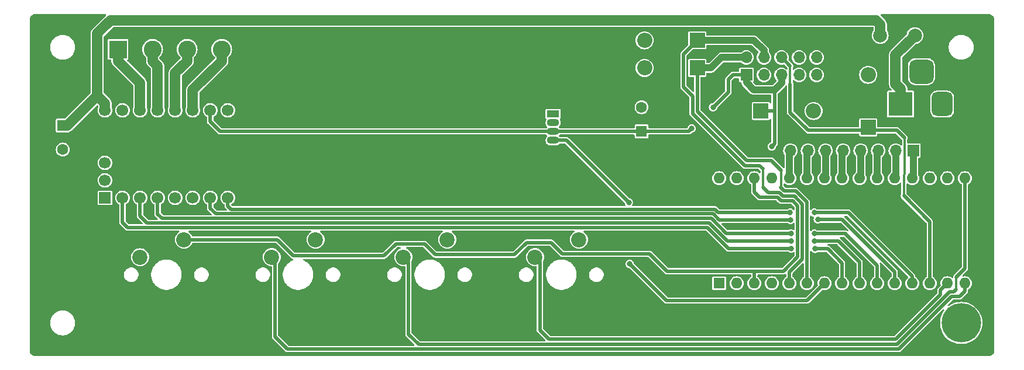
<source format=gbr>
%TF.GenerationSoftware,KiCad,Pcbnew,8.0.1*%
%TF.CreationDate,2024-04-17T23:09:10-04:00*%
%TF.ProjectId,Main-board-ArduinoNano,4d61696e-2d62-46f6-9172-642d41726475,rev?*%
%TF.SameCoordinates,Original*%
%TF.FileFunction,Copper,L1,Top*%
%TF.FilePolarity,Positive*%
%FSLAX46Y46*%
G04 Gerber Fmt 4.6, Leading zero omitted, Abs format (unit mm)*
G04 Created by KiCad (PCBNEW 8.0.1) date 2024-04-17 23:09:10*
%MOMM*%
%LPD*%
G01*
G04 APERTURE LIST*
G04 Aperture macros list*
%AMRoundRect*
0 Rectangle with rounded corners*
0 $1 Rounding radius*
0 $2 $3 $4 $5 $6 $7 $8 $9 X,Y pos of 4 corners*
0 Add a 4 corners polygon primitive as box body*
4,1,4,$2,$3,$4,$5,$6,$7,$8,$9,$2,$3,0*
0 Add four circle primitives for the rounded corners*
1,1,$1+$1,$2,$3*
1,1,$1+$1,$4,$5*
1,1,$1+$1,$6,$7*
1,1,$1+$1,$8,$9*
0 Add four rect primitives between the rounded corners*
20,1,$1+$1,$2,$3,$4,$5,0*
20,1,$1+$1,$4,$5,$6,$7,0*
20,1,$1+$1,$6,$7,$8,$9,0*
20,1,$1+$1,$8,$9,$2,$3,0*%
G04 Aperture macros list end*
%TA.AperFunction,ComponentPad*%
%ADD10R,1.600000X1.600000*%
%TD*%
%TA.AperFunction,ComponentPad*%
%ADD11C,1.600000*%
%TD*%
%TA.AperFunction,ComponentPad*%
%ADD12C,2.000000*%
%TD*%
%TA.AperFunction,ComponentPad*%
%ADD13C,5.700000*%
%TD*%
%TA.AperFunction,ComponentPad*%
%ADD14C,2.200000*%
%TD*%
%TA.AperFunction,ComponentPad*%
%ADD15R,2.600000X2.600000*%
%TD*%
%TA.AperFunction,ComponentPad*%
%ADD16C,2.600000*%
%TD*%
%TA.AperFunction,ComponentPad*%
%ADD17R,1.700000X1.700000*%
%TD*%
%TA.AperFunction,ComponentPad*%
%ADD18O,1.700000X1.700000*%
%TD*%
%TA.AperFunction,ComponentPad*%
%ADD19R,3.500000X3.500000*%
%TD*%
%TA.AperFunction,ComponentPad*%
%ADD20RoundRect,0.750000X0.750000X1.000000X-0.750000X1.000000X-0.750000X-1.000000X0.750000X-1.000000X0*%
%TD*%
%TA.AperFunction,ComponentPad*%
%ADD21RoundRect,0.875000X0.875000X0.875000X-0.875000X0.875000X-0.875000X-0.875000X0.875000X-0.875000X0*%
%TD*%
%TA.AperFunction,ComponentPad*%
%ADD22R,2.200000X2.200000*%
%TD*%
%TA.AperFunction,ComponentPad*%
%ADD23O,2.200000X2.200000*%
%TD*%
%TA.AperFunction,ComponentPad*%
%ADD24O,1.600000X1.600000*%
%TD*%
%TA.AperFunction,ComponentPad*%
%ADD25C,1.700000*%
%TD*%
%TA.AperFunction,ComponentPad*%
%ADD26R,1.800000X1.070000*%
%TD*%
%TA.AperFunction,ComponentPad*%
%ADD27O,1.800000X1.070000*%
%TD*%
%TA.AperFunction,ViaPad*%
%ADD28C,0.800100*%
%TD*%
%TA.AperFunction,Conductor*%
%ADD29C,1.500000*%
%TD*%
%TA.AperFunction,Conductor*%
%ADD30C,0.500000*%
%TD*%
%TA.AperFunction,Conductor*%
%ADD31C,0.300000*%
%TD*%
%TA.AperFunction,Conductor*%
%ADD32C,1.000000*%
%TD*%
G04 APERTURE END LIST*
D10*
%TO.P,C1,1*%
%TO.N,+5V*%
X88750000Y-17200000D03*
D11*
%TO.P,C1,2*%
%TO.N,GND*%
X88750000Y-13700000D03*
%TD*%
D12*
%TO.P,F1,1*%
%TO.N,+12V*%
X123300000Y-3300000D03*
%TO.P,F1,2*%
%TO.N,Net-(F1-Pad2)*%
X128300000Y-3300000D03*
%TD*%
D13*
%TO.P,H1,1,1*%
%TO.N,GND*%
X135000000Y-45000000D03*
%TD*%
D10*
%TO.P,C3,1*%
%TO.N,+12V*%
X5000000Y-16347349D03*
D11*
%TO.P,C3,2*%
%TO.N,GND*%
X5000000Y-19847349D03*
%TD*%
D14*
%TO.P,SW4,1,1*%
%TO.N,GND*%
X79690000Y-32920000D03*
%TO.P,SW4,2,2*%
%TO.N,DOWN-SWITCH*%
X73340000Y-35460000D03*
%TD*%
D15*
%TO.P,J8,1,Pin_1*%
%TO.N,Coil1-*%
X13000000Y-5305000D03*
D16*
%TO.P,J8,2,Pin_2*%
%TO.N,Coil1+*%
X18000000Y-5305000D03*
%TO.P,J8,3,Pin_3*%
%TO.N,Coil2+*%
X23000000Y-5305000D03*
%TO.P,J8,4,Pin_4*%
%TO.N,Coil2-*%
X28000000Y-5305000D03*
%TD*%
D17*
%TO.P,J3,1,Pin_1*%
%TO.N,Net-(A2-A0)*%
X128080000Y-20000000D03*
D18*
%TO.P,J3,2,Pin_2*%
%TO.N,Net-(A2-A1)*%
X125540000Y-20000000D03*
%TO.P,J3,3,Pin_3*%
%TO.N,Net-(A2-A2)*%
X123000000Y-20000000D03*
%TO.P,J3,4,Pin_4*%
%TO.N,Net-(A2-A3)*%
X120460000Y-20000000D03*
%TO.P,J3,5,Pin_5*%
%TO.N,Net-(A2-A4)*%
X117920000Y-20000000D03*
%TO.P,J3,6,Pin_6*%
%TO.N,Net-(A2-A5)*%
X115380000Y-20000000D03*
%TO.P,J3,7,Pin_7*%
%TO.N,Net-(A2-A6)*%
X112840000Y-20000000D03*
%TO.P,J3,8,Pin_8*%
%TO.N,Net-(A2-A7)*%
X110300000Y-20000000D03*
%TD*%
D19*
%TO.P,J1,1*%
%TO.N,Net-(F1-Pad2)*%
X126250000Y-13257500D03*
D20*
%TO.P,J1,2*%
%TO.N,GND*%
X132250000Y-13257500D03*
D21*
%TO.P,J1,3*%
%TO.N,N/C*%
X129250000Y-8557500D03*
%TD*%
D14*
%TO.P,SW1,1,1*%
%TO.N,RESET*%
X22540000Y-32920000D03*
%TO.P,SW1,2,2*%
%TO.N,GND*%
X16190000Y-35460000D03*
%TD*%
D22*
%TO.P,D1,1,K*%
%TO.N,+5V*%
X106030000Y-14250000D03*
D23*
%TO.P,D1,2,A*%
%TO.N,GND*%
X113650000Y-14250000D03*
%TD*%
D10*
%TO.P,A2,1,D1/TX*%
%TO.N,unconnected-(A2-D1{slash}TX-Pad1)*%
X99980000Y-39240000D03*
D24*
%TO.P,A2,2,D0/RX*%
%TO.N,unconnected-(A2-D0{slash}RX-Pad2)*%
X102520000Y-39240000D03*
%TO.P,A2,3,~{RESET}*%
%TO.N,RESET*%
X105060000Y-39240000D03*
%TO.P,A2,4,GND*%
%TO.N,GND*%
X107600000Y-39240000D03*
%TO.P,A2,5,D2*%
%TO.N,HX711-SCK{slash}SPI-MOSI{slash}I2C-SCL*%
X110140000Y-39240000D03*
%TO.P,A2,6,D3*%
%TO.N,HX711-DATA{slash}SPI-MISO*%
X112680000Y-39240000D03*
%TO.P,A2,7,D4*%
%TO.N,RGBLED*%
X115220000Y-39240000D03*
%TO.P,A2,8,D5*%
%TO.N,MS1*%
X117760000Y-39240000D03*
%TO.P,A2,9,D6*%
%TO.N,MS2*%
X120300000Y-39240000D03*
%TO.P,A2,10,D7*%
%TO.N,MS3*%
X122840000Y-39240000D03*
%TO.P,A2,11,D8*%
%TO.N,STEP*%
X125380000Y-39240000D03*
%TO.P,A2,12,D9*%
%TO.N,DIR*%
X127920000Y-39240000D03*
%TO.P,A2,13,D10*%
%TO.N,SWITCH-IN*%
X130460000Y-39240000D03*
%TO.P,A2,14,D11*%
%TO.N,DOWN-SWITCH*%
X133000000Y-39240000D03*
%TO.P,A2,15,D12*%
%TO.N,UP-SWITCH*%
X135540000Y-39240000D03*
%TO.P,A2,16,D13*%
%TO.N,START-SWITCH*%
X135540000Y-24000000D03*
%TO.P,A2,17,3V3*%
%TO.N,unconnected-(A2-3V3-Pad17)*%
X133000000Y-24000000D03*
%TO.P,A2,18,AREF*%
%TO.N,unconnected-(A2-AREF-Pad18)*%
X130460000Y-24000000D03*
%TO.P,A2,19,A0*%
%TO.N,Net-(A2-A0)*%
X127920000Y-24000000D03*
%TO.P,A2,20,A1*%
%TO.N,Net-(A2-A1)*%
X125380000Y-24000000D03*
%TO.P,A2,21,A2*%
%TO.N,Net-(A2-A2)*%
X122840000Y-24000000D03*
%TO.P,A2,22,A3*%
%TO.N,Net-(A2-A3)*%
X120300000Y-24000000D03*
%TO.P,A2,23,A4*%
%TO.N,Net-(A2-A4)*%
X117760000Y-24000000D03*
%TO.P,A2,24,A5*%
%TO.N,Net-(A2-A5)*%
X115220000Y-24000000D03*
%TO.P,A2,25,A6*%
%TO.N,Net-(A2-A6)*%
X112680000Y-24000000D03*
%TO.P,A2,26,A7*%
%TO.N,Net-(A2-A7)*%
X110140000Y-24000000D03*
%TO.P,A2,27,+5V*%
%TO.N,+5V*%
X107600000Y-24000000D03*
%TO.P,A2,28,~{RESET}*%
%TO.N,RESET*%
X105060000Y-24000000D03*
%TO.P,A2,29,GND*%
%TO.N,GND*%
X102520000Y-24000000D03*
%TO.P,A2,30,VIN*%
%TO.N,unconnected-(A2-VIN-Pad30)*%
X99980000Y-24000000D03*
%TD*%
D17*
%TO.P,U2,1,EN*%
%TO.N,GND*%
X11110000Y-26850000D03*
D25*
%TO.P,U2,2,MS1*%
%TO.N,MS1*%
X13650000Y-26850000D03*
%TO.P,U2,3,MS2*%
%TO.N,MS2*%
X16190000Y-26850000D03*
%TO.P,U2,4,MS3/UART*%
%TO.N,MS3*%
X18730000Y-26850000D03*
%TO.P,U2,5,RST/PDN*%
%TO.N,unconnected-(U2-RST{slash}PDN-Pad5)*%
X21270000Y-26850000D03*
%TO.P,U2,6,SLP*%
%TO.N,unconnected-(U2-SLP-Pad6)*%
X23810000Y-26850000D03*
%TO.P,U2,7,STEP*%
%TO.N,STEP*%
X26350000Y-26850000D03*
%TO.P,U2,8,DIR*%
%TO.N,DIR*%
X28890000Y-26850000D03*
%TO.P,U2,9,GND*%
%TO.N,GND*%
X28890000Y-14150000D03*
%TO.P,U2,10,VIO*%
%TO.N,+5V*%
X26350000Y-14150000D03*
%TO.P,U2,11,M1B*%
%TO.N,Coil2-*%
X23810000Y-14150000D03*
%TO.P,U2,12,M1A*%
%TO.N,Coil2+*%
X21270000Y-14150000D03*
%TO.P,U2,13,M2A*%
%TO.N,Coil1+*%
X18730000Y-14150000D03*
%TO.P,U2,14,M2B*%
%TO.N,Coil1-*%
X16190000Y-14150000D03*
%TO.P,U2,15,GND*%
%TO.N,GND*%
X13650000Y-14150000D03*
%TO.P,U2,16,VM*%
%TO.N,+12V*%
X11110000Y-14150000D03*
%TO.P,U2,17,VREF*%
%TO.N,unconnected-(U2-VREF-Pad17)*%
X11110000Y-24310000D03*
%TO.P,U2,18,INDEX*%
%TO.N,unconnected-(U2-INDEX-Pad18)*%
X11110000Y-21770000D03*
%TD*%
D22*
%TO.P,D3,1,K*%
%TO.N,SWITCH-IN*%
X121550000Y-16620000D03*
D23*
%TO.P,D3,2,A*%
%TO.N,GND*%
X121550000Y-9000000D03*
%TD*%
D17*
%TO.P,J2,1,Pin_1*%
%TO.N,+5V*%
X103920000Y-9020000D03*
D18*
%TO.P,J2,2,Pin_2*%
%TO.N,HX711-DATA{slash}SPI-MISO*%
X103920000Y-6480000D03*
%TO.P,J2,3,Pin_3*%
%TO.N,GND*%
X106460000Y-9020000D03*
%TO.P,J2,4,Pin_4*%
%TO.N,HX711-SCK{slash}SPI-MOSI{slash}I2C-SCL*%
X106460000Y-6480000D03*
%TO.P,J2,5,Pin_5*%
%TO.N,+5V*%
X109000000Y-9020000D03*
%TO.P,J2,6,Pin_6*%
%TO.N,SWITCH-IN*%
X109000000Y-6480000D03*
%TO.P,J2,7,Pin_7*%
%TO.N,GND*%
X111540000Y-9020000D03*
%TO.P,J2,8,Pin_8*%
%TO.N,SPI-SCK{slash}I2C-SDA*%
X111540000Y-6480000D03*
%TO.P,J2,9,Pin_9*%
%TO.N,GND*%
X114080000Y-9020000D03*
%TO.P,J2,10,Pin_10*%
%TO.N,SPI-CS*%
X114080000Y-6480000D03*
%TD*%
D14*
%TO.P,SW3,1,1*%
%TO.N,GND*%
X60640000Y-32920000D03*
%TO.P,SW3,2,2*%
%TO.N,START-SWITCH*%
X54290000Y-35460000D03*
%TD*%
D22*
%TO.P,D5,1,K*%
%TO.N,HX711-SCK{slash}SPI-MOSI{slash}I2C-SCL*%
X96810000Y-4000000D03*
D23*
%TO.P,D5,2,A*%
%TO.N,GND*%
X89190000Y-4000000D03*
%TD*%
D26*
%TO.P,LED1,1,DOUT*%
%TO.N,unconnected-(LED1-DOUT-Pad1)*%
X75950000Y-14680000D03*
D27*
%TO.P,LED1,2,GND*%
%TO.N,GND*%
X75950000Y-15950000D03*
%TO.P,LED1,3,VDD*%
%TO.N,+5V*%
X75950000Y-17220000D03*
%TO.P,LED1,4,DIN*%
%TO.N,RGBLED*%
X75950000Y-18490000D03*
%TD*%
D14*
%TO.P,SW2,1,1*%
%TO.N,GND*%
X41590000Y-32920000D03*
%TO.P,SW2,2,2*%
%TO.N,UP-SWITCH*%
X35240000Y-35460000D03*
%TD*%
D22*
%TO.P,D4,1,K*%
%TO.N,HX711-DATA{slash}SPI-MISO*%
X96810000Y-8000000D03*
D23*
%TO.P,D4,2,A*%
%TO.N,GND*%
X89190000Y-8000000D03*
%TD*%
D28*
%TO.N,GND*%
X86100000Y-35800000D03*
X15600000Y-3600000D03*
X85700000Y-27600000D03*
X29000000Y-18100000D03*
X109750000Y-31000000D03*
X99000000Y-15100000D03*
X113650000Y-35300000D03*
X108500000Y-21050000D03*
X113850000Y-31000000D03*
X86150000Y-32050000D03*
X110300000Y-35250000D03*
X25400000Y-3600000D03*
X88050000Y-35850000D03*
X88000000Y-27600000D03*
X97800000Y-13700000D03*
X106700000Y-20550000D03*
X34600000Y-25000000D03*
X86100000Y-34050000D03*
X87950000Y-32050000D03*
X95800000Y-15650000D03*
X97150000Y-17000000D03*
X87950000Y-34050000D03*
%TO.N,DIR*%
X113750000Y-29000000D03*
X110250000Y-29000000D03*
%TO.N,+5V*%
X96000000Y-16800000D03*
X107600000Y-19400000D03*
X99100000Y-13700000D03*
%TO.N,STEP*%
X114250000Y-30000000D03*
X110300000Y-30050000D03*
%TO.N,MS2*%
X110350000Y-33100000D03*
X113800000Y-33100000D03*
%TO.N,MS1*%
X110400000Y-34200000D03*
X113850000Y-34250000D03*
%TO.N,MS3*%
X110350000Y-32000000D03*
X113750000Y-32050000D03*
%TO.N,RGBLED*%
X86900000Y-27500000D03*
X87050000Y-36450000D03*
%TD*%
D29*
%TO.N,+12V*%
X123300000Y-3300000D02*
X123300000Y-1700000D01*
X123300000Y-1700000D02*
X122700000Y-1100000D01*
X5000000Y-16347349D02*
X5652651Y-16347349D01*
X10000000Y-12000000D02*
X10000000Y-3000000D01*
X10000000Y-3000000D02*
X11000000Y-2000000D01*
X11900000Y-1100000D02*
X11000000Y-2000000D01*
X10000000Y-12000000D02*
X11110000Y-13110000D01*
X122700000Y-1100000D02*
X11900000Y-1100000D01*
X5652651Y-16347349D02*
X10000000Y-12000000D01*
X11110000Y-13110000D02*
X11110000Y-14150000D01*
D30*
%TO.N,DOWN-SWITCH*%
X75325000Y-47350000D02*
X125533180Y-47350000D01*
X131991590Y-40891590D02*
X131991590Y-40248410D01*
X131991590Y-40248410D02*
X133000000Y-39240000D01*
X125533180Y-47350000D02*
X131991590Y-40891590D01*
X74050000Y-36170000D02*
X74050000Y-46075000D01*
X73340000Y-35460000D02*
X74050000Y-36170000D01*
X74050000Y-46075000D02*
X75325000Y-47350000D01*
%TO.N,START-SWITCH*%
X133873390Y-40489980D02*
X133910020Y-40489980D01*
X135540000Y-24000000D02*
X135540000Y-37110000D01*
X55025000Y-46650000D02*
X56505920Y-48130920D01*
D31*
X134250000Y-40150000D02*
X134250000Y-38400000D01*
D30*
X54290000Y-35460000D02*
X55025000Y-36195000D01*
X55025000Y-36195000D02*
X55025000Y-46650000D01*
X135540000Y-37110000D02*
X134300000Y-38350000D01*
X133326610Y-40489980D02*
X133873390Y-40489980D01*
D31*
X134250000Y-38400000D02*
X134300000Y-38350000D01*
D30*
X133910020Y-40489980D02*
X134250000Y-40150000D01*
X56505920Y-48130920D02*
X125685670Y-48130920D01*
X125685670Y-48130920D02*
X133326610Y-40489980D01*
%TO.N,RESET*%
X77325000Y-34975000D02*
X75700000Y-33350000D01*
X108443200Y-26760020D02*
X108959906Y-27276725D01*
X75700000Y-33350000D02*
X72100000Y-33350000D01*
X57400000Y-33550000D02*
X53200000Y-33550000D01*
X108959906Y-27276725D02*
X110609905Y-27276725D01*
X70350000Y-35100000D02*
X58950000Y-35100000D01*
X105060000Y-26000000D02*
X105820020Y-26760020D01*
X105060000Y-39240000D02*
X105060000Y-37500000D01*
X111359960Y-28026780D02*
X111359960Y-35426610D01*
X53200000Y-33550000D02*
X51500000Y-35250000D01*
X110609905Y-27276725D02*
X111359960Y-28026780D01*
X36050000Y-32920000D02*
X22540000Y-32920000D01*
X105060000Y-37500000D02*
X92450000Y-37500000D01*
X51500000Y-35250000D02*
X38380000Y-35250000D01*
X105820020Y-26760020D02*
X108443200Y-26760020D01*
X105060000Y-24000000D02*
X105060000Y-26000000D01*
X111359960Y-35426610D02*
X109286570Y-37500000D01*
X38380000Y-35250000D02*
X36050000Y-32920000D01*
X109286570Y-37500000D02*
X105060000Y-37500000D01*
X92450000Y-37500000D02*
X89925000Y-34975000D01*
X58950000Y-35100000D02*
X57400000Y-33550000D01*
X89925000Y-34975000D02*
X77325000Y-34975000D01*
X72100000Y-33350000D02*
X70350000Y-35100000D01*
%TO.N,UP-SWITCH*%
X134800000Y-41150000D02*
X135540000Y-40410000D01*
X35725000Y-47025000D02*
X37490460Y-48790460D01*
X37490460Y-48790460D02*
X125959540Y-48790460D01*
X35725000Y-35945000D02*
X35725000Y-47025000D01*
X35240000Y-35460000D02*
X35725000Y-35945000D01*
X133600000Y-41150000D02*
X134800000Y-41150000D01*
X135540000Y-40410000D02*
X135540000Y-39240000D01*
X125959540Y-48790460D02*
X133600000Y-41150000D01*
%TO.N,DIR*%
X28890000Y-28052081D02*
X29347839Y-28509920D01*
X99816819Y-28933181D02*
X99883638Y-29000000D01*
X99883638Y-29000000D02*
X110250000Y-29000000D01*
X29347839Y-28509920D02*
X29500000Y-28509920D01*
X127920000Y-38220000D02*
X118700000Y-29000000D01*
X29500000Y-28509920D02*
X99393558Y-28509920D01*
X28890000Y-26850000D02*
X28890000Y-28052081D01*
X118700000Y-29000000D02*
X113750000Y-29000000D01*
X127920000Y-39240000D02*
X127920000Y-38220000D01*
X99393558Y-28509920D02*
X99816819Y-28933181D01*
%TO.N,+5V*%
X95600000Y-17200000D02*
X96000000Y-16800000D01*
X107900000Y-14250000D02*
X108000000Y-14350000D01*
X26350000Y-14150000D02*
X26350000Y-15800000D01*
X108000000Y-19000000D02*
X107600000Y-19400000D01*
D32*
X109000000Y-9020000D02*
X109000000Y-10200000D01*
D30*
X28050000Y-17200000D02*
X67350000Y-17200000D01*
D32*
X105000000Y-11200000D02*
X108000000Y-11200000D01*
D30*
X99100000Y-13700000D02*
X101300000Y-11500000D01*
X27750000Y-17200000D02*
X28050000Y-17200000D01*
D32*
X109000000Y-10200000D02*
X108000000Y-11200000D01*
X103920000Y-9020000D02*
X103920000Y-10120000D01*
D30*
X67350000Y-17200000D02*
X95600000Y-17200000D01*
X106030000Y-14250000D02*
X107900000Y-14250000D01*
X26350000Y-15800000D02*
X27750000Y-17200000D01*
X108000000Y-11200000D02*
X108000000Y-14350000D01*
X101980000Y-9020000D02*
X103920000Y-9020000D01*
X101300000Y-9700000D02*
X101980000Y-9020000D01*
D32*
X103920000Y-10120000D02*
X105000000Y-11200000D01*
D30*
X101300000Y-11500000D02*
X101300000Y-9700000D01*
X108000000Y-14350000D02*
X108000000Y-19000000D01*
%TO.N,STEP*%
X114250000Y-30000000D02*
X117800000Y-30000000D01*
X27150000Y-29169940D02*
X26350000Y-28369940D01*
X99120169Y-29169940D02*
X27150000Y-29169940D01*
X110300000Y-30050000D02*
X100000230Y-30050000D01*
X100000230Y-30050000D02*
X99120169Y-29169940D01*
X26350000Y-28369940D02*
X26350000Y-26850000D01*
X117800000Y-30000000D02*
X125380000Y-37580000D01*
X125380000Y-37580000D02*
X125380000Y-39240000D01*
%TO.N,MS2*%
X98573390Y-30489980D02*
X101183410Y-33100000D01*
X120300000Y-36150000D02*
X117250000Y-33100000D01*
X117250000Y-33100000D02*
X113800000Y-33100000D01*
X120300000Y-39240000D02*
X120300000Y-36150000D01*
X101183410Y-33100000D02*
X110350000Y-33100000D01*
X17200000Y-30489980D02*
X98573390Y-30489980D01*
X16190000Y-29479980D02*
X17200000Y-30489980D01*
X16190000Y-26850000D02*
X16190000Y-29479980D01*
%TO.N,MS1*%
X98300000Y-31150000D02*
X101100000Y-33950000D01*
X13650000Y-26850000D02*
X13650000Y-30400000D01*
X13650000Y-30400000D02*
X14400000Y-31150000D01*
X115700000Y-34250000D02*
X117760000Y-36310000D01*
X117760000Y-36310000D02*
X117760000Y-39240000D01*
X101350000Y-34200000D02*
X110400000Y-34200000D01*
X101100000Y-33950000D02*
X101350000Y-34200000D01*
X113850000Y-34250000D02*
X115700000Y-34250000D01*
X14400000Y-31150000D02*
X98300000Y-31150000D01*
D32*
%TO.N,HX711-SCK{slash}SPI-MOSI{slash}I2C-SCL*%
X106460000Y-5460000D02*
X106460000Y-6480000D01*
D30*
X105850000Y-22200000D02*
X103700000Y-22200000D01*
D32*
X105000000Y-4000000D02*
X106460000Y-5460000D01*
D30*
X107050000Y-26100000D02*
X106300000Y-25350000D01*
X96149980Y-12100000D02*
X94800000Y-10750020D01*
X110883295Y-26616705D02*
X109233295Y-26616705D01*
X109233295Y-26616705D02*
X108716590Y-26100000D01*
X94800000Y-6010000D02*
X96810000Y-4000000D01*
X112019980Y-35700000D02*
X112019980Y-27753390D01*
D31*
X106300000Y-25350000D02*
X106300000Y-22650000D01*
D30*
X110140000Y-39240000D02*
X110140000Y-37579980D01*
X108716590Y-26100000D02*
X107050000Y-26100000D01*
X110140000Y-37579980D02*
X112019980Y-35700000D01*
X94800000Y-10750020D02*
X94800000Y-6010000D01*
X112019980Y-27753390D02*
X110883295Y-26616705D01*
X103700000Y-22200000D02*
X96149980Y-14649980D01*
D32*
X96810000Y-4000000D02*
X105000000Y-4000000D01*
D30*
X96149980Y-14649980D02*
X96149980Y-12100000D01*
X106300000Y-22650000D02*
X105850000Y-22200000D01*
%TO.N,HX711-DATA{slash}SPI-MISO*%
X112680000Y-39240000D02*
X112680000Y-27480000D01*
X111050000Y-25850000D02*
X109400000Y-25850000D01*
X112680000Y-27480000D02*
X111050000Y-25850000D01*
X107550000Y-21450000D02*
X108929980Y-22829980D01*
D31*
X108929980Y-22829980D02*
X108929980Y-25320020D01*
D30*
X108900000Y-25350000D02*
X108929980Y-25320020D01*
D32*
X98800000Y-8000000D02*
X100320000Y-6480000D01*
D30*
X109400000Y-25850000D02*
X108900000Y-25350000D01*
D32*
X96810000Y-8000000D02*
X98800000Y-8000000D01*
D30*
X96810000Y-8000000D02*
X96810000Y-14310000D01*
D32*
X100320000Y-6480000D02*
X103920000Y-6480000D01*
D30*
X103950000Y-21450000D02*
X107550000Y-21450000D01*
X96810000Y-14310000D02*
X103950000Y-21450000D01*
%TO.N,MS3*%
X18730000Y-29180000D02*
X18730000Y-26850000D01*
X101016820Y-32000000D02*
X98846779Y-29829960D01*
X122840000Y-39240000D02*
X122840000Y-36640000D01*
X118350000Y-32150000D02*
X118250000Y-32050000D01*
X19379960Y-29829960D02*
X18730000Y-29180000D01*
X98846779Y-29829960D02*
X19379960Y-29829960D01*
X110350000Y-32000000D02*
X101016820Y-32000000D01*
X122840000Y-36640000D02*
X118350000Y-32150000D01*
X118250000Y-32050000D02*
X113750000Y-32050000D01*
D32*
%TO.N,Net-(A2-A6)*%
X112680000Y-24000000D02*
X112680000Y-20160000D01*
X112680000Y-20160000D02*
X112840000Y-20000000D01*
%TO.N,Net-(A2-A4)*%
X117760000Y-24000000D02*
X117760000Y-20160000D01*
X117760000Y-20160000D02*
X117920000Y-20000000D01*
%TO.N,Net-(A2-A5)*%
X115380000Y-23840000D02*
X115220000Y-24000000D01*
X115380000Y-20000000D02*
X115380000Y-23840000D01*
%TO.N,Net-(A2-A3)*%
X120460000Y-23840000D02*
X120300000Y-24000000D01*
X120460000Y-20000000D02*
X120460000Y-23840000D01*
D31*
%TO.N,SWITCH-IN*%
X126800000Y-18150000D02*
X126800000Y-23408773D01*
X126800000Y-23408773D02*
X126700000Y-23508773D01*
D30*
X110260020Y-10300020D02*
X110260020Y-14460020D01*
X112850000Y-17050000D02*
X125700000Y-17050000D01*
X125700000Y-17050000D02*
X126800000Y-18150000D01*
X126700000Y-26550000D02*
X130460000Y-30310000D01*
X110260020Y-14460020D02*
X112850000Y-17050000D01*
D31*
X126700000Y-23508773D02*
X126700000Y-26550000D01*
D30*
X109000000Y-6480000D02*
X110260020Y-7740020D01*
D31*
X110260020Y-7740020D02*
X110260020Y-10300020D01*
D30*
X130460000Y-30310000D02*
X130460000Y-39240000D01*
D32*
%TO.N,Net-(A2-A1)*%
X125540000Y-20000000D02*
X125540000Y-23840000D01*
X125540000Y-23840000D02*
X125380000Y-24000000D01*
D29*
%TO.N,Coil1+*%
X18000000Y-7000000D02*
X18730000Y-7730000D01*
X18000000Y-7000000D02*
X18000000Y-5305000D01*
X18730000Y-7730000D02*
X18730000Y-14150000D01*
%TO.N,Coil1-*%
X13000000Y-7000000D02*
X16190000Y-10190000D01*
X13000000Y-7000000D02*
X13000000Y-5305000D01*
X16190000Y-10190000D02*
X16190000Y-14150000D01*
%TO.N,Coil2-*%
X28000000Y-7000000D02*
X23810000Y-11190000D01*
X28000000Y-7000000D02*
X28000000Y-5305000D01*
X23810000Y-11190000D02*
X23810000Y-14150000D01*
%TO.N,Coil2+*%
X23000000Y-7000000D02*
X23000000Y-5305000D01*
X21270000Y-8730000D02*
X21270000Y-14150000D01*
X23000000Y-7000000D02*
X21270000Y-8730000D01*
D32*
%TO.N,Net-(A2-A0)*%
X128080000Y-20000000D02*
X128080000Y-23840000D01*
X128080000Y-23840000D02*
X127920000Y-24000000D01*
D30*
%TO.N,RGBLED*%
X112710000Y-41750000D02*
X103200000Y-41750000D01*
X86900000Y-27500000D02*
X77890000Y-18490000D01*
X115220000Y-39240000D02*
X112710000Y-41750000D01*
X92350000Y-41750000D02*
X87050000Y-36450000D01*
X103200000Y-41750000D02*
X92350000Y-41750000D01*
X77890000Y-18490000D02*
X75950000Y-18490000D01*
D32*
%TO.N,Net-(A2-A2)*%
X122840000Y-20160000D02*
X123000000Y-20000000D01*
X122840000Y-24000000D02*
X122840000Y-20160000D01*
%TO.N,Net-(A2-A7)*%
X110140000Y-24000000D02*
X110140000Y-20160000D01*
X110140000Y-20160000D02*
X110300000Y-20000000D01*
D29*
%TO.N,Net-(F1-Pad2)*%
X126250000Y-13257500D02*
X126250000Y-11050000D01*
X126250000Y-11050000D02*
X125500000Y-10300000D01*
X125500000Y-6100000D02*
X128300000Y-3300000D01*
X125500000Y-10300000D02*
X125500000Y-6100000D01*
%TD*%
%TA.AperFunction,Conductor*%
%TO.N,GND*%
G36*
X40876459Y-31620502D02*
G01*
X40922952Y-31674158D01*
X40933056Y-31744432D01*
X40903562Y-31809012D01*
X40880609Y-31829713D01*
X40751187Y-31920335D01*
X40751181Y-31920340D01*
X40590340Y-32081181D01*
X40590335Y-32081187D01*
X40459866Y-32267516D01*
X40363734Y-32473671D01*
X40363732Y-32473676D01*
X40304859Y-32693397D01*
X40285034Y-32920000D01*
X40304859Y-33146602D01*
X40363732Y-33366323D01*
X40363734Y-33366328D01*
X40459866Y-33572483D01*
X40590335Y-33758812D01*
X40590340Y-33758818D01*
X40751181Y-33919659D01*
X40751187Y-33919664D01*
X40937516Y-34050133D01*
X41143671Y-34146265D01*
X41143676Y-34146267D01*
X41363397Y-34205140D01*
X41590000Y-34224965D01*
X41816602Y-34205140D01*
X42036323Y-34146267D01*
X42036328Y-34146265D01*
X42242483Y-34050133D01*
X42428812Y-33919664D01*
X42428818Y-33919659D01*
X42589659Y-33758818D01*
X42589664Y-33758812D01*
X42720133Y-33572483D01*
X42816265Y-33366328D01*
X42816267Y-33366323D01*
X42875140Y-33146602D01*
X42894965Y-32920000D01*
X42875140Y-32693397D01*
X42816267Y-32473676D01*
X42816265Y-32473671D01*
X42720133Y-32267516D01*
X42589664Y-32081187D01*
X42589659Y-32081181D01*
X42428818Y-31920340D01*
X42428812Y-31920335D01*
X42299391Y-31829713D01*
X42255063Y-31774256D01*
X42247754Y-31703636D01*
X42279785Y-31640276D01*
X42340986Y-31604291D01*
X42371662Y-31600500D01*
X59858338Y-31600500D01*
X59926459Y-31620502D01*
X59972952Y-31674158D01*
X59983056Y-31744432D01*
X59953562Y-31809012D01*
X59930609Y-31829713D01*
X59801187Y-31920335D01*
X59801181Y-31920340D01*
X59640340Y-32081181D01*
X59640335Y-32081187D01*
X59509866Y-32267516D01*
X59413734Y-32473671D01*
X59413732Y-32473676D01*
X59354859Y-32693397D01*
X59335034Y-32920000D01*
X59354859Y-33146602D01*
X59413732Y-33366323D01*
X59413734Y-33366328D01*
X59509866Y-33572483D01*
X59640335Y-33758812D01*
X59640340Y-33758818D01*
X59801181Y-33919659D01*
X59801187Y-33919664D01*
X59987516Y-34050133D01*
X60193671Y-34146265D01*
X60193676Y-34146267D01*
X60413397Y-34205140D01*
X60640000Y-34224965D01*
X60866602Y-34205140D01*
X61086323Y-34146267D01*
X61086328Y-34146265D01*
X61292483Y-34050133D01*
X61478812Y-33919664D01*
X61478818Y-33919659D01*
X61639659Y-33758818D01*
X61639664Y-33758812D01*
X61770133Y-33572483D01*
X61866265Y-33366328D01*
X61866267Y-33366323D01*
X61925140Y-33146602D01*
X61944965Y-32920000D01*
X61925140Y-32693397D01*
X61866267Y-32473676D01*
X61866265Y-32473671D01*
X61770133Y-32267516D01*
X61639664Y-32081187D01*
X61639659Y-32081181D01*
X61478818Y-31920340D01*
X61478812Y-31920335D01*
X61349391Y-31829713D01*
X61305063Y-31774256D01*
X61297754Y-31703636D01*
X61329785Y-31640276D01*
X61390986Y-31604291D01*
X61421662Y-31600500D01*
X78908338Y-31600500D01*
X78976459Y-31620502D01*
X79022952Y-31674158D01*
X79033056Y-31744432D01*
X79003562Y-31809012D01*
X78980609Y-31829713D01*
X78851187Y-31920335D01*
X78851181Y-31920340D01*
X78690340Y-32081181D01*
X78690335Y-32081187D01*
X78559866Y-32267516D01*
X78463734Y-32473671D01*
X78463732Y-32473676D01*
X78404859Y-32693397D01*
X78385034Y-32920000D01*
X78404859Y-33146602D01*
X78463732Y-33366323D01*
X78463734Y-33366328D01*
X78559866Y-33572483D01*
X78690335Y-33758812D01*
X78690340Y-33758818D01*
X78851181Y-33919659D01*
X78851187Y-33919664D01*
X79037516Y-34050133D01*
X79243671Y-34146265D01*
X79243676Y-34146267D01*
X79463397Y-34205140D01*
X79690000Y-34224965D01*
X79916602Y-34205140D01*
X80136323Y-34146267D01*
X80136328Y-34146265D01*
X80342483Y-34050133D01*
X80528812Y-33919664D01*
X80528818Y-33919659D01*
X80689659Y-33758818D01*
X80689664Y-33758812D01*
X80820133Y-33572483D01*
X80916265Y-33366328D01*
X80916267Y-33366323D01*
X80975140Y-33146602D01*
X80994965Y-32920000D01*
X80975140Y-32693397D01*
X80916267Y-32473676D01*
X80916265Y-32473671D01*
X80820133Y-32267516D01*
X80689664Y-32081187D01*
X80689659Y-32081181D01*
X80528818Y-31920340D01*
X80528812Y-31920335D01*
X80399391Y-31829713D01*
X80355063Y-31774256D01*
X80347754Y-31703636D01*
X80379785Y-31640276D01*
X80440986Y-31604291D01*
X80471662Y-31600500D01*
X98061207Y-31600500D01*
X98129328Y-31620502D01*
X98150302Y-31637405D01*
X100739511Y-34226614D01*
X101073386Y-34560489D01*
X101117003Y-34585671D01*
X101176114Y-34619799D01*
X101290691Y-34650500D01*
X109957820Y-34650500D01*
X110025941Y-34670502D01*
X110034523Y-34676537D01*
X110093246Y-34721596D01*
X110097134Y-34724579D01*
X110243225Y-34785092D01*
X110400000Y-34805732D01*
X110556775Y-34785092D01*
X110702866Y-34724579D01*
X110706754Y-34721595D01*
X110772972Y-34695993D01*
X110842521Y-34710256D01*
X110893319Y-34759855D01*
X110909460Y-34821556D01*
X110909460Y-35187817D01*
X110889458Y-35255938D01*
X110872555Y-35276912D01*
X109136872Y-37012595D01*
X109074560Y-37046621D01*
X109047777Y-37049500D01*
X92688793Y-37049500D01*
X92620672Y-37029498D01*
X92599698Y-37012595D01*
X90201620Y-34614516D01*
X90201610Y-34614508D01*
X90098891Y-34555203D01*
X90098889Y-34555202D01*
X90098887Y-34555201D01*
X90098884Y-34555200D01*
X90098879Y-34555198D01*
X90064649Y-34546026D01*
X90064649Y-34546027D01*
X90037868Y-34538851D01*
X89984309Y-34524500D01*
X89984307Y-34524500D01*
X77563793Y-34524500D01*
X77495672Y-34504498D01*
X77474698Y-34487595D01*
X75976620Y-32989516D01*
X75976610Y-32989508D01*
X75873891Y-32930203D01*
X75873889Y-32930202D01*
X75873887Y-32930201D01*
X75873880Y-32930199D01*
X75849673Y-32923712D01*
X75849673Y-32923713D01*
X75759309Y-32899500D01*
X72040691Y-32899500D01*
X72040690Y-32899500D01*
X71950325Y-32923713D01*
X71950324Y-32923712D01*
X71926115Y-32930199D01*
X71823387Y-32989509D01*
X71823383Y-32989512D01*
X71494241Y-33318655D01*
X70200300Y-34612596D01*
X70137990Y-34646620D01*
X70111207Y-34649500D01*
X59188793Y-34649500D01*
X59120672Y-34629498D01*
X59099698Y-34612595D01*
X57676620Y-33189516D01*
X57676610Y-33189508D01*
X57573891Y-33130203D01*
X57573889Y-33130202D01*
X57573887Y-33130201D01*
X57573880Y-33130199D01*
X57549673Y-33123712D01*
X57549673Y-33123713D01*
X57459309Y-33099500D01*
X53140691Y-33099500D01*
X53140690Y-33099500D01*
X53050325Y-33123713D01*
X53050324Y-33123712D01*
X53026114Y-33130200D01*
X52923389Y-33189508D01*
X52923379Y-33189516D01*
X51350302Y-34762595D01*
X51287990Y-34796620D01*
X51261207Y-34799500D01*
X38618794Y-34799500D01*
X38550673Y-34779498D01*
X38529699Y-34762595D01*
X36326620Y-32559516D01*
X36326610Y-32559508D01*
X36223891Y-32500203D01*
X36223889Y-32500202D01*
X36223887Y-32500201D01*
X36223880Y-32500199D01*
X36199673Y-32493712D01*
X36199673Y-32493713D01*
X36109309Y-32469500D01*
X36109308Y-32469500D01*
X23845143Y-32469500D01*
X23777022Y-32449498D01*
X23730948Y-32396750D01*
X23687169Y-32302866D01*
X23670568Y-32267266D01*
X23670567Y-32267265D01*
X23670566Y-32267262D01*
X23540051Y-32080865D01*
X23540042Y-32080855D01*
X23379144Y-31919957D01*
X23379134Y-31919948D01*
X23250263Y-31829713D01*
X23205934Y-31774256D01*
X23198625Y-31703637D01*
X23230655Y-31640277D01*
X23291856Y-31604291D01*
X23322533Y-31600500D01*
X40808338Y-31600500D01*
X40876459Y-31620502D01*
G37*
%TD.AperFunction*%
%TA.AperFunction,Conductor*%
G36*
X113333202Y-29437156D02*
G01*
X113447134Y-29524579D01*
X113593225Y-29585092D01*
X113599791Y-29585956D01*
X113664716Y-29614676D01*
X113703810Y-29673939D01*
X113704657Y-29744931D01*
X113699755Y-29759095D01*
X113664908Y-29843224D01*
X113644268Y-29999999D01*
X113644268Y-30000000D01*
X113664907Y-30156773D01*
X113688362Y-30213397D01*
X113725421Y-30302866D01*
X113821683Y-30428317D01*
X113947134Y-30524579D01*
X114093225Y-30585092D01*
X114250000Y-30605732D01*
X114406775Y-30585092D01*
X114552866Y-30524579D01*
X114583828Y-30500821D01*
X114615477Y-30476537D01*
X114681697Y-30450937D01*
X114692180Y-30450500D01*
X117561207Y-30450500D01*
X117629328Y-30470502D01*
X117650302Y-30487405D01*
X118620705Y-31457808D01*
X118654731Y-31520120D01*
X118649666Y-31590935D01*
X118607119Y-31647771D01*
X118540599Y-31672582D01*
X118471225Y-31657491D01*
X118468610Y-31656022D01*
X118423891Y-31630203D01*
X118423889Y-31630202D01*
X118423887Y-31630201D01*
X118423880Y-31630199D01*
X118399673Y-31623712D01*
X118399673Y-31623713D01*
X118309309Y-31599500D01*
X118309308Y-31599500D01*
X114192180Y-31599500D01*
X114124059Y-31579498D01*
X114115477Y-31573463D01*
X114052872Y-31525425D01*
X114052864Y-31525420D01*
X113906773Y-31464907D01*
X113750000Y-31444268D01*
X113593226Y-31464907D01*
X113447135Y-31525420D01*
X113447132Y-31525422D01*
X113386844Y-31571683D01*
X113349290Y-31600500D01*
X113333204Y-31612843D01*
X113266984Y-31638443D01*
X113197435Y-31624178D01*
X113146639Y-31574577D01*
X113130500Y-31512880D01*
X113130500Y-29537119D01*
X113150502Y-29468998D01*
X113204158Y-29422505D01*
X113274432Y-29412401D01*
X113333202Y-29437156D01*
G37*
%TD.AperFunction*%
%TA.AperFunction,Conductor*%
G36*
X110842525Y-30483524D02*
G01*
X110893321Y-30533125D01*
X110909460Y-30594823D01*
X110909460Y-31416809D01*
X110889458Y-31484930D01*
X110835802Y-31531423D01*
X110765528Y-31541527D01*
X110706757Y-31516772D01*
X110652872Y-31475425D01*
X110652864Y-31475420D01*
X110506773Y-31414907D01*
X110350000Y-31394268D01*
X110193226Y-31414907D01*
X110047135Y-31475420D01*
X110047127Y-31475425D01*
X109984523Y-31523463D01*
X109918303Y-31549063D01*
X109907820Y-31549500D01*
X101255614Y-31549500D01*
X101187493Y-31529498D01*
X101166523Y-31512600D01*
X100369516Y-30715593D01*
X100335493Y-30653283D01*
X100340557Y-30582468D01*
X100383104Y-30525632D01*
X100449624Y-30500821D01*
X100458613Y-30500500D01*
X109857820Y-30500500D01*
X109925941Y-30520502D01*
X109934523Y-30526537D01*
X109996232Y-30573887D01*
X109997134Y-30574579D01*
X110143225Y-30635092D01*
X110300000Y-30655732D01*
X110456775Y-30635092D01*
X110602866Y-30574579D01*
X110706756Y-30494860D01*
X110772976Y-30469260D01*
X110842525Y-30483524D01*
G37*
%TD.AperFunction*%
%TA.AperFunction,Conductor*%
G36*
X11219220Y-220502D02*
G01*
X11265713Y-274158D01*
X11275817Y-344432D01*
X11246323Y-409012D01*
X11240195Y-415595D01*
X10394092Y-1261698D01*
X9261702Y-2394086D01*
X9261697Y-2394092D01*
X9157677Y-2549769D01*
X9125928Y-2626420D01*
X9086029Y-2722743D01*
X9086027Y-2722748D01*
X9079523Y-2755449D01*
X9060028Y-2853457D01*
X9049500Y-2906383D01*
X9049500Y-11554100D01*
X9029498Y-11622221D01*
X9012595Y-11643195D01*
X5345846Y-15309944D01*
X5283534Y-15343970D01*
X5256751Y-15346849D01*
X4180249Y-15346849D01*
X4121771Y-15358481D01*
X4121768Y-15358482D01*
X4055448Y-15402797D01*
X4011133Y-15469117D01*
X4011132Y-15469120D01*
X3999500Y-15527598D01*
X3999500Y-17167099D01*
X4003990Y-17189673D01*
X4011133Y-17225580D01*
X4055448Y-17291901D01*
X4121769Y-17336216D01*
X4180252Y-17347849D01*
X4180253Y-17347849D01*
X5819747Y-17347849D01*
X5819748Y-17347849D01*
X5878231Y-17336216D01*
X5944552Y-17291901D01*
X5957175Y-17273008D01*
X6011650Y-17227482D01*
X6013723Y-17226602D01*
X6102881Y-17189672D01*
X6258559Y-17085651D01*
X9910905Y-13433305D01*
X9973217Y-13399279D01*
X10044032Y-13404344D01*
X10089095Y-13433305D01*
X10122595Y-13466805D01*
X10156621Y-13529117D01*
X10159500Y-13555900D01*
X10159500Y-13668214D01*
X10144622Y-13727609D01*
X10134769Y-13746041D01*
X10134768Y-13746044D01*
X10074698Y-13944072D01*
X10054417Y-14149996D01*
X10054417Y-14150003D01*
X10074698Y-14355927D01*
X10134767Y-14553952D01*
X10205098Y-14685532D01*
X10232315Y-14736450D01*
X10363590Y-14896410D01*
X10523550Y-15027685D01*
X10706046Y-15125232D01*
X10904066Y-15185300D01*
X10904070Y-15185300D01*
X10904072Y-15185301D01*
X11109997Y-15205583D01*
X11110000Y-15205583D01*
X11110003Y-15205583D01*
X11315927Y-15185301D01*
X11315928Y-15185300D01*
X11315934Y-15185300D01*
X11513954Y-15125232D01*
X11696450Y-15027685D01*
X11856410Y-14896410D01*
X11987685Y-14736450D01*
X12085232Y-14553954D01*
X12085291Y-14553762D01*
X12108696Y-14476602D01*
X12145300Y-14355934D01*
X12145311Y-14355829D01*
X12165583Y-14150003D01*
X12594919Y-14150003D01*
X12615190Y-14355829D01*
X12675232Y-14553762D01*
X12772732Y-14736172D01*
X12903945Y-14896054D01*
X13063827Y-15027267D01*
X13246237Y-15124767D01*
X13444170Y-15184809D01*
X13649997Y-15205081D01*
X13650003Y-15205081D01*
X13855829Y-15184809D01*
X14053762Y-15124767D01*
X14236172Y-15027267D01*
X14396054Y-14896054D01*
X14527267Y-14736172D01*
X14624767Y-14553762D01*
X14684809Y-14355829D01*
X14705081Y-14150003D01*
X14705081Y-14149996D01*
X14684809Y-13944170D01*
X14624767Y-13746237D01*
X14527267Y-13563827D01*
X14396054Y-13403945D01*
X14236172Y-13272732D01*
X14053762Y-13175232D01*
X13855829Y-13115190D01*
X13650003Y-13094919D01*
X13649997Y-13094919D01*
X13444170Y-13115190D01*
X13246237Y-13175232D01*
X13063827Y-13272732D01*
X12903945Y-13403945D01*
X12772732Y-13563827D01*
X12675232Y-13746237D01*
X12615190Y-13944170D01*
X12594919Y-14149996D01*
X12594919Y-14150003D01*
X12165583Y-14150003D01*
X12165583Y-14149996D01*
X12145301Y-13944072D01*
X12145300Y-13944070D01*
X12145300Y-13944066D01*
X12085232Y-13746046D01*
X12085231Y-13746044D01*
X12085230Y-13746041D01*
X12075378Y-13727609D01*
X12060500Y-13668214D01*
X12060500Y-13016385D01*
X12060499Y-13016381D01*
X12023973Y-12832749D01*
X11984852Y-12738302D01*
X11952323Y-12659770D01*
X11848301Y-12504091D01*
X11848296Y-12504085D01*
X10987405Y-11643194D01*
X10953379Y-11580882D01*
X10950500Y-11554099D01*
X10950500Y-6624748D01*
X11499500Y-6624748D01*
X11511133Y-6683231D01*
X11555448Y-6749552D01*
X11621769Y-6793867D01*
X11680252Y-6805500D01*
X11923500Y-6805500D01*
X11991621Y-6825502D01*
X12038114Y-6879158D01*
X12049500Y-6931500D01*
X12049500Y-7093616D01*
X12086027Y-7277251D01*
X12095243Y-7299500D01*
X12157677Y-7450230D01*
X12171256Y-7470552D01*
X12261697Y-7605907D01*
X12261702Y-7605913D01*
X15202595Y-10546805D01*
X15236621Y-10609117D01*
X15239500Y-10635900D01*
X15239500Y-13668214D01*
X15224622Y-13727609D01*
X15214769Y-13746041D01*
X15214768Y-13746044D01*
X15154698Y-13944072D01*
X15134417Y-14149996D01*
X15134417Y-14150003D01*
X15154698Y-14355927D01*
X15214767Y-14553952D01*
X15285098Y-14685532D01*
X15312315Y-14736450D01*
X15443590Y-14896410D01*
X15603550Y-15027685D01*
X15786046Y-15125232D01*
X15984066Y-15185300D01*
X15984070Y-15185300D01*
X15984072Y-15185301D01*
X16189997Y-15205583D01*
X16190000Y-15205583D01*
X16190003Y-15205583D01*
X16395927Y-15185301D01*
X16395928Y-15185300D01*
X16395934Y-15185300D01*
X16593954Y-15125232D01*
X16776450Y-15027685D01*
X16936410Y-14896410D01*
X17067685Y-14736450D01*
X17165232Y-14553954D01*
X17165291Y-14553762D01*
X17188696Y-14476602D01*
X17225300Y-14355934D01*
X17225311Y-14355829D01*
X17245583Y-14150003D01*
X17245583Y-14149996D01*
X17225301Y-13944072D01*
X17225300Y-13944070D01*
X17225300Y-13944066D01*
X17165232Y-13746046D01*
X17165231Y-13746044D01*
X17165230Y-13746041D01*
X17155378Y-13727609D01*
X17140500Y-13668214D01*
X17140500Y-10096387D01*
X17140499Y-10096379D01*
X17136362Y-10075583D01*
X17136361Y-10075580D01*
X17135350Y-10070499D01*
X17103973Y-9912750D01*
X17094445Y-9889748D01*
X17032322Y-9739769D01*
X16928302Y-9584092D01*
X16795908Y-9451698D01*
X14341756Y-6997546D01*
X14307730Y-6935234D01*
X14312795Y-6864419D01*
X14355342Y-6807583D01*
X14371310Y-6798490D01*
X14378227Y-6793867D01*
X14378231Y-6793867D01*
X14444552Y-6749552D01*
X14488867Y-6683231D01*
X14500500Y-6624748D01*
X14500500Y-5305000D01*
X16494357Y-5305000D01*
X16510910Y-5504768D01*
X16514893Y-5552828D01*
X16575935Y-5793877D01*
X16575938Y-5793884D01*
X16675826Y-6021606D01*
X16811835Y-6229785D01*
X16980250Y-6412733D01*
X16980253Y-6412736D01*
X17000890Y-6428798D01*
X17042362Y-6486422D01*
X17049500Y-6528230D01*
X17049500Y-7093616D01*
X17086027Y-7277251D01*
X17095243Y-7299500D01*
X17157677Y-7450230D01*
X17171256Y-7470552D01*
X17258005Y-7600382D01*
X17261698Y-7605908D01*
X17742596Y-8086806D01*
X17776620Y-8149117D01*
X17779500Y-8175900D01*
X17779500Y-13668214D01*
X17764622Y-13727609D01*
X17754769Y-13746041D01*
X17754768Y-13746044D01*
X17694698Y-13944072D01*
X17674417Y-14149996D01*
X17674417Y-14150003D01*
X17694698Y-14355927D01*
X17754767Y-14553952D01*
X17825098Y-14685532D01*
X17852315Y-14736450D01*
X17983590Y-14896410D01*
X18143550Y-15027685D01*
X18326046Y-15125232D01*
X18524066Y-15185300D01*
X18524070Y-15185300D01*
X18524072Y-15185301D01*
X18729997Y-15205583D01*
X18730000Y-15205583D01*
X18730003Y-15205583D01*
X18935927Y-15185301D01*
X18935928Y-15185300D01*
X18935934Y-15185300D01*
X19133954Y-15125232D01*
X19316450Y-15027685D01*
X19476410Y-14896410D01*
X19607685Y-14736450D01*
X19705232Y-14553954D01*
X19705291Y-14553762D01*
X19728696Y-14476602D01*
X19765300Y-14355934D01*
X19765311Y-14355829D01*
X19785583Y-14150003D01*
X20214417Y-14150003D01*
X20234698Y-14355927D01*
X20294767Y-14553952D01*
X20365098Y-14685532D01*
X20392315Y-14736450D01*
X20523590Y-14896410D01*
X20683550Y-15027685D01*
X20866046Y-15125232D01*
X21064066Y-15185300D01*
X21064070Y-15185300D01*
X21064072Y-15185301D01*
X21269997Y-15205583D01*
X21270000Y-15205583D01*
X21270003Y-15205583D01*
X21475927Y-15185301D01*
X21475928Y-15185300D01*
X21475934Y-15185300D01*
X21673954Y-15125232D01*
X21856450Y-15027685D01*
X22016410Y-14896410D01*
X22147685Y-14736450D01*
X22245232Y-14553954D01*
X22245291Y-14553762D01*
X22268696Y-14476602D01*
X22305300Y-14355934D01*
X22305311Y-14355829D01*
X22325583Y-14150003D01*
X22754417Y-14150003D01*
X22774698Y-14355927D01*
X22834767Y-14553952D01*
X22905098Y-14685532D01*
X22932315Y-14736450D01*
X23063590Y-14896410D01*
X23223550Y-15027685D01*
X23406046Y-15125232D01*
X23604066Y-15185300D01*
X23604070Y-15185300D01*
X23604072Y-15185301D01*
X23809997Y-15205583D01*
X23810000Y-15205583D01*
X23810003Y-15205583D01*
X24015927Y-15185301D01*
X24015928Y-15185300D01*
X24015934Y-15185300D01*
X24213954Y-15125232D01*
X24396450Y-15027685D01*
X24556410Y-14896410D01*
X24687685Y-14736450D01*
X24785232Y-14553954D01*
X24785291Y-14553762D01*
X24808696Y-14476602D01*
X24845300Y-14355934D01*
X24845311Y-14355829D01*
X24865583Y-14150003D01*
X24865583Y-14149996D01*
X24845301Y-13944072D01*
X24845300Y-13944070D01*
X24845300Y-13944066D01*
X24785232Y-13746046D01*
X24785231Y-13746044D01*
X24785230Y-13746041D01*
X24775378Y-13727609D01*
X24760500Y-13668214D01*
X24760500Y-11635900D01*
X24780502Y-11567779D01*
X24797405Y-11546805D01*
X28344210Y-8000000D01*
X87885034Y-8000000D01*
X87904859Y-8226602D01*
X87963732Y-8446323D01*
X87963734Y-8446328D01*
X88059866Y-8652483D01*
X88190335Y-8838812D01*
X88190340Y-8838818D01*
X88351181Y-8999659D01*
X88351187Y-8999664D01*
X88537516Y-9130133D01*
X88743671Y-9226265D01*
X88743676Y-9226267D01*
X88963397Y-9285140D01*
X89190000Y-9304965D01*
X89416602Y-9285140D01*
X89636323Y-9226267D01*
X89636328Y-9226265D01*
X89842483Y-9130133D01*
X90028812Y-8999664D01*
X90028818Y-8999659D01*
X90189659Y-8838818D01*
X90189664Y-8838812D01*
X90320133Y-8652483D01*
X90416265Y-8446328D01*
X90416267Y-8446323D01*
X90475140Y-8226602D01*
X90494965Y-8000000D01*
X90475140Y-7773397D01*
X90416267Y-7553676D01*
X90416265Y-7553671D01*
X90320133Y-7347516D01*
X90189664Y-7161187D01*
X90189659Y-7161181D01*
X90028818Y-7000340D01*
X90028812Y-7000335D01*
X89842483Y-6869866D01*
X89636328Y-6773734D01*
X89636323Y-6773732D01*
X89416602Y-6714859D01*
X89190000Y-6695034D01*
X88963397Y-6714859D01*
X88743676Y-6773732D01*
X88743671Y-6773734D01*
X88537516Y-6869866D01*
X88351187Y-7000335D01*
X88351181Y-7000340D01*
X88190340Y-7161181D01*
X88190335Y-7161187D01*
X88059866Y-7347516D01*
X87963734Y-7553671D01*
X87963732Y-7553676D01*
X87904859Y-7773397D01*
X87885034Y-8000000D01*
X28344210Y-8000000D01*
X28738297Y-7605913D01*
X28738302Y-7605908D01*
X28842323Y-7450230D01*
X28904757Y-7299500D01*
X28913973Y-7277251D01*
X28950500Y-7093616D01*
X28950500Y-6528230D01*
X28970502Y-6460109D01*
X28999110Y-6428798D01*
X29004120Y-6424898D01*
X29019744Y-6412738D01*
X29147401Y-6274066D01*
X29188164Y-6229785D01*
X29288607Y-6076045D01*
X29324173Y-6021607D01*
X29424063Y-5793881D01*
X29485108Y-5552821D01*
X29505643Y-5305000D01*
X29485108Y-5057179D01*
X29470542Y-4999659D01*
X29424064Y-4816122D01*
X29424061Y-4816115D01*
X29352285Y-4652483D01*
X29324173Y-4588393D01*
X29257669Y-4486600D01*
X29188164Y-4380214D01*
X29019750Y-4197267D01*
X28823509Y-4044526D01*
X28823508Y-4044525D01*
X28741233Y-4000000D01*
X87885034Y-4000000D01*
X87904859Y-4226602D01*
X87963732Y-4446323D01*
X87963734Y-4446328D01*
X88059866Y-4652483D01*
X88190335Y-4838812D01*
X88190340Y-4838818D01*
X88351181Y-4999659D01*
X88351187Y-4999664D01*
X88537516Y-5130133D01*
X88743671Y-5226265D01*
X88743676Y-5226267D01*
X88963397Y-5285140D01*
X89190000Y-5304965D01*
X89416602Y-5285140D01*
X89636323Y-5226267D01*
X89636328Y-5226265D01*
X89842483Y-5130133D01*
X90028812Y-4999664D01*
X90028818Y-4999659D01*
X90189659Y-4838818D01*
X90189664Y-4838812D01*
X90320133Y-4652483D01*
X90416265Y-4446328D01*
X90416267Y-4446323D01*
X90475140Y-4226602D01*
X90494965Y-4000000D01*
X90475140Y-3773397D01*
X90416267Y-3553676D01*
X90416265Y-3553671D01*
X90320133Y-3347516D01*
X90189664Y-3161187D01*
X90189659Y-3161181D01*
X90028818Y-3000340D01*
X90028812Y-3000335D01*
X89842483Y-2869866D01*
X89636328Y-2773734D01*
X89636323Y-2773732D01*
X89416602Y-2714859D01*
X89190000Y-2695034D01*
X88963397Y-2714859D01*
X88743676Y-2773732D01*
X88743671Y-2773734D01*
X88537516Y-2869866D01*
X88351187Y-3000335D01*
X88351181Y-3000340D01*
X88190340Y-3161181D01*
X88190335Y-3161187D01*
X88059866Y-3347516D01*
X87963734Y-3553671D01*
X87963732Y-3553676D01*
X87904859Y-3773397D01*
X87885034Y-4000000D01*
X28741233Y-4000000D01*
X28604809Y-3926171D01*
X28604807Y-3926170D01*
X28369618Y-3845430D01*
X28369609Y-3845428D01*
X28320836Y-3837289D01*
X28124335Y-3804500D01*
X27875665Y-3804500D01*
X27711953Y-3831818D01*
X27630390Y-3845428D01*
X27630381Y-3845430D01*
X27395192Y-3926170D01*
X27395190Y-3926171D01*
X27176491Y-4044525D01*
X27176490Y-4044526D01*
X26980249Y-4197267D01*
X26811835Y-4380214D01*
X26675826Y-4588393D01*
X26575938Y-4816115D01*
X26575935Y-4816122D01*
X26514893Y-5057171D01*
X26514892Y-5057177D01*
X26514892Y-5057179D01*
X26494357Y-5305000D01*
X26510910Y-5504768D01*
X26514893Y-5552828D01*
X26575935Y-5793877D01*
X26575938Y-5793884D01*
X26675826Y-6021606D01*
X26811835Y-6229785D01*
X26980250Y-6412733D01*
X26980253Y-6412736D01*
X27000890Y-6428798D01*
X27042362Y-6486422D01*
X27049500Y-6528230D01*
X27049500Y-6554099D01*
X27029498Y-6622220D01*
X27012595Y-6643194D01*
X23071702Y-10584086D01*
X23071697Y-10584092D01*
X22967676Y-10739770D01*
X22967675Y-10739772D01*
X22944424Y-10795908D01*
X22944424Y-10795909D01*
X22912252Y-10873579D01*
X22896029Y-10912743D01*
X22896026Y-10912752D01*
X22868826Y-11049500D01*
X22859500Y-11096383D01*
X22859500Y-13668214D01*
X22844622Y-13727609D01*
X22834769Y-13746041D01*
X22834768Y-13746044D01*
X22774698Y-13944072D01*
X22754417Y-14149996D01*
X22754417Y-14150003D01*
X22325583Y-14150003D01*
X22325583Y-14149996D01*
X22305301Y-13944072D01*
X22305300Y-13944070D01*
X22305300Y-13944066D01*
X22245232Y-13746046D01*
X22245231Y-13746044D01*
X22245230Y-13746041D01*
X22235378Y-13727609D01*
X22220500Y-13668214D01*
X22220500Y-9175900D01*
X22240502Y-9107779D01*
X22257405Y-9086805D01*
X23738295Y-7605915D01*
X23738297Y-7605913D01*
X23738301Y-7605909D01*
X23738304Y-7605905D01*
X23739106Y-7604706D01*
X23785292Y-7535583D01*
X23842322Y-7450231D01*
X23913973Y-7277251D01*
X23950500Y-7093616D01*
X23950500Y-6528230D01*
X23970502Y-6460109D01*
X23999110Y-6428798D01*
X24004120Y-6424898D01*
X24019744Y-6412738D01*
X24147401Y-6274066D01*
X24188164Y-6229785D01*
X24288607Y-6076045D01*
X24324173Y-6021607D01*
X24424063Y-5793881D01*
X24485108Y-5552821D01*
X24505643Y-5305000D01*
X24485108Y-5057179D01*
X24470542Y-4999659D01*
X24424064Y-4816122D01*
X24424061Y-4816115D01*
X24352285Y-4652483D01*
X24324173Y-4588393D01*
X24257669Y-4486600D01*
X24188164Y-4380214D01*
X24019750Y-4197267D01*
X23823509Y-4044526D01*
X23823508Y-4044525D01*
X23604809Y-3926171D01*
X23604807Y-3926170D01*
X23369618Y-3845430D01*
X23369609Y-3845428D01*
X23320836Y-3837289D01*
X23124335Y-3804500D01*
X22875665Y-3804500D01*
X22711953Y-3831818D01*
X22630390Y-3845428D01*
X22630381Y-3845430D01*
X22395192Y-3926170D01*
X22395190Y-3926171D01*
X22176491Y-4044525D01*
X22176490Y-4044526D01*
X21980249Y-4197267D01*
X21811835Y-4380214D01*
X21675826Y-4588393D01*
X21575938Y-4816115D01*
X21575935Y-4816122D01*
X21514893Y-5057171D01*
X21514892Y-5057177D01*
X21514892Y-5057179D01*
X21494357Y-5305000D01*
X21510910Y-5504768D01*
X21514893Y-5552828D01*
X21575935Y-5793877D01*
X21575938Y-5793884D01*
X21675826Y-6021606D01*
X21811835Y-6229785D01*
X21980250Y-6412733D01*
X21980253Y-6412736D01*
X22000890Y-6428798D01*
X22042362Y-6486422D01*
X22049500Y-6528230D01*
X22049500Y-6554099D01*
X22029498Y-6622220D01*
X22012595Y-6643194D01*
X20531702Y-8124086D01*
X20531697Y-8124092D01*
X20427677Y-8279770D01*
X20406121Y-8331811D01*
X20356029Y-8452743D01*
X20356027Y-8452748D01*
X20319500Y-8636381D01*
X20319500Y-13668214D01*
X20304622Y-13727609D01*
X20294769Y-13746041D01*
X20294768Y-13746044D01*
X20234698Y-13944072D01*
X20214417Y-14149996D01*
X20214417Y-14150003D01*
X19785583Y-14150003D01*
X19785583Y-14149996D01*
X19765301Y-13944072D01*
X19765300Y-13944070D01*
X19765300Y-13944066D01*
X19705232Y-13746046D01*
X19705231Y-13746044D01*
X19705230Y-13746041D01*
X19695378Y-13727609D01*
X19680500Y-13668214D01*
X19680500Y-7636385D01*
X19680499Y-7636381D01*
X19674438Y-7605908D01*
X19643973Y-7452749D01*
X19580495Y-7299500D01*
X19572323Y-7279770D01*
X19468302Y-7124092D01*
X19468297Y-7124086D01*
X18987405Y-6643194D01*
X18953379Y-6580882D01*
X18950500Y-6554099D01*
X18950500Y-6528230D01*
X18970502Y-6460109D01*
X18999110Y-6428798D01*
X19004120Y-6424898D01*
X19019744Y-6412738D01*
X19147401Y-6274066D01*
X19188164Y-6229785D01*
X19288607Y-6076045D01*
X19324173Y-6021607D01*
X19424063Y-5793881D01*
X19485108Y-5552821D01*
X19505643Y-5305000D01*
X19485108Y-5057179D01*
X19470542Y-4999659D01*
X19424064Y-4816122D01*
X19424061Y-4816115D01*
X19352285Y-4652483D01*
X19324173Y-4588393D01*
X19257669Y-4486600D01*
X19188164Y-4380214D01*
X19019750Y-4197267D01*
X18823509Y-4044526D01*
X18823508Y-4044525D01*
X18604809Y-3926171D01*
X18604807Y-3926170D01*
X18369618Y-3845430D01*
X18369609Y-3845428D01*
X18320836Y-3837289D01*
X18124335Y-3804500D01*
X17875665Y-3804500D01*
X17711953Y-3831818D01*
X17630390Y-3845428D01*
X17630381Y-3845430D01*
X17395192Y-3926170D01*
X17395190Y-3926171D01*
X17176491Y-4044525D01*
X17176490Y-4044526D01*
X16980249Y-4197267D01*
X16811835Y-4380214D01*
X16675826Y-4588393D01*
X16575938Y-4816115D01*
X16575935Y-4816122D01*
X16514893Y-5057171D01*
X16514892Y-5057177D01*
X16514892Y-5057179D01*
X16494357Y-5305000D01*
X14500500Y-5305000D01*
X14500500Y-3985252D01*
X14488867Y-3926769D01*
X14444552Y-3860448D01*
X14378231Y-3816133D01*
X14378228Y-3816132D01*
X14319750Y-3804500D01*
X14319748Y-3804500D01*
X11680252Y-3804500D01*
X11680249Y-3804500D01*
X11621771Y-3816132D01*
X11621768Y-3816133D01*
X11555448Y-3860448D01*
X11511133Y-3926768D01*
X11511132Y-3926771D01*
X11499500Y-3985249D01*
X11499500Y-3985252D01*
X11499500Y-6624748D01*
X10950500Y-6624748D01*
X10950500Y-3445900D01*
X10970502Y-3377779D01*
X10987405Y-3356805D01*
X12256805Y-2087405D01*
X12319117Y-2053379D01*
X12345900Y-2050500D01*
X122223500Y-2050500D01*
X122291621Y-2070502D01*
X122338114Y-2124158D01*
X122349500Y-2176500D01*
X122349500Y-2524349D01*
X122329498Y-2592470D01*
X122324050Y-2600281D01*
X122274942Y-2665310D01*
X122274938Y-2665315D01*
X122175774Y-2864462D01*
X122175768Y-2864479D01*
X122114885Y-3078460D01*
X122094357Y-3300000D01*
X122114885Y-3521539D01*
X122175768Y-3735520D01*
X122175774Y-3735537D01*
X122274938Y-3934684D01*
X122274942Y-3934689D01*
X122409017Y-4112235D01*
X122573438Y-4262124D01*
X122573439Y-4262125D01*
X122762587Y-4379240D01*
X122762590Y-4379241D01*
X122762599Y-4379247D01*
X122852989Y-4414264D01*
X122970053Y-4459616D01*
X122970056Y-4459616D01*
X122970060Y-4459618D01*
X123188757Y-4500500D01*
X123188760Y-4500500D01*
X123411240Y-4500500D01*
X123411243Y-4500500D01*
X123629940Y-4459618D01*
X123629944Y-4459616D01*
X123629946Y-4459616D01*
X123683298Y-4438946D01*
X123837401Y-4379247D01*
X124026562Y-4262124D01*
X124190981Y-4112236D01*
X124325058Y-3934689D01*
X124325059Y-3934685D01*
X124325061Y-3934684D01*
X124424225Y-3735537D01*
X124424226Y-3735533D01*
X124424229Y-3735528D01*
X124485115Y-3521536D01*
X124505643Y-3300000D01*
X124485115Y-3078464D01*
X124424229Y-2864472D01*
X124424227Y-2864468D01*
X124424225Y-2864462D01*
X124325061Y-2665315D01*
X124325057Y-2665310D01*
X124275950Y-2600281D01*
X124250860Y-2533865D01*
X124250500Y-2524349D01*
X124250500Y-1606385D01*
X124250499Y-1606381D01*
X124213973Y-1422749D01*
X124142322Y-1249769D01*
X124038302Y-1094092D01*
X123905908Y-961698D01*
X123359805Y-415595D01*
X123325780Y-353283D01*
X123330845Y-282467D01*
X123373392Y-225632D01*
X123439912Y-200821D01*
X123448901Y-200500D01*
X138935052Y-200500D01*
X138935056Y-200501D01*
X138960117Y-200501D01*
X138993812Y-200501D01*
X139006162Y-201108D01*
X139143620Y-214646D01*
X139167844Y-219464D01*
X139266957Y-249529D01*
X139293820Y-257678D01*
X139294081Y-257757D01*
X139316899Y-267208D01*
X139433230Y-329389D01*
X139433232Y-329390D01*
X139453770Y-343113D01*
X139555735Y-426794D01*
X139555738Y-426796D01*
X139573203Y-444261D01*
X139656886Y-546229D01*
X139670609Y-566767D01*
X139732789Y-683097D01*
X139742242Y-705918D01*
X139780535Y-832155D01*
X139785353Y-856379D01*
X139798892Y-993836D01*
X139799499Y-1006187D01*
X139799499Y-1054549D01*
X139799500Y-1054558D01*
X139799500Y-48949953D01*
X139799499Y-48949967D01*
X139799499Y-48993812D01*
X139798892Y-49006163D01*
X139785353Y-49143620D01*
X139780535Y-49167844D01*
X139742242Y-49294081D01*
X139732789Y-49316902D01*
X139670609Y-49433232D01*
X139656886Y-49453770D01*
X139573203Y-49555738D01*
X139555738Y-49573203D01*
X139453770Y-49656886D01*
X139433232Y-49670609D01*
X139316902Y-49732789D01*
X139294081Y-49742242D01*
X139167844Y-49780535D01*
X139143620Y-49785353D01*
X139021412Y-49797390D01*
X139006161Y-49798892D01*
X138993812Y-49799499D01*
X138945450Y-49799499D01*
X138945442Y-49799500D01*
X1006187Y-49799500D01*
X993837Y-49798893D01*
X856374Y-49785354D01*
X832148Y-49780535D01*
X804127Y-49772035D01*
X705921Y-49742244D01*
X683102Y-49732792D01*
X566767Y-49670610D01*
X546230Y-49656888D01*
X444261Y-49573205D01*
X426794Y-49555738D01*
X348907Y-49460832D01*
X343110Y-49453768D01*
X329389Y-49433232D01*
X267207Y-49316897D01*
X257755Y-49294078D01*
X241642Y-49240960D01*
X219462Y-49167843D01*
X214646Y-49143629D01*
X201107Y-49006162D01*
X200500Y-48993813D01*
X200500Y-45118013D01*
X3199500Y-45118013D01*
X3230305Y-45352007D01*
X3230307Y-45352014D01*
X3291394Y-45579993D01*
X3381716Y-45798049D01*
X3381717Y-45798050D01*
X3381722Y-45798061D01*
X3499724Y-46002446D01*
X3499726Y-46002449D01*
X3499727Y-46002450D01*
X3643408Y-46189699D01*
X3643412Y-46189703D01*
X3643417Y-46189709D01*
X3810290Y-46356582D01*
X3810295Y-46356586D01*
X3810301Y-46356592D01*
X3997550Y-46500273D01*
X3997553Y-46500275D01*
X4201938Y-46618277D01*
X4201942Y-46618278D01*
X4201951Y-46618284D01*
X4420007Y-46708606D01*
X4647986Y-46769693D01*
X4647990Y-46769693D01*
X4647992Y-46769694D01*
X4708300Y-46777633D01*
X4881989Y-46800500D01*
X4881996Y-46800500D01*
X5118004Y-46800500D01*
X5118011Y-46800500D01*
X5329491Y-46772658D01*
X5352007Y-46769694D01*
X5352007Y-46769693D01*
X5352014Y-46769693D01*
X5579993Y-46708606D01*
X5798049Y-46618284D01*
X6002450Y-46500273D01*
X6189699Y-46356592D01*
X6356592Y-46189699D01*
X6500273Y-46002450D01*
X6618284Y-45798049D01*
X6708606Y-45579993D01*
X6769693Y-45352014D01*
X6800500Y-45118011D01*
X6800500Y-44881989D01*
X6769693Y-44647986D01*
X6708606Y-44420007D01*
X6618284Y-44201951D01*
X6618278Y-44201942D01*
X6618277Y-44201938D01*
X6500275Y-43997553D01*
X6500273Y-43997550D01*
X6356592Y-43810301D01*
X6356586Y-43810295D01*
X6356582Y-43810290D01*
X6189709Y-43643417D01*
X6189703Y-43643412D01*
X6189699Y-43643408D01*
X6002450Y-43499727D01*
X6002449Y-43499726D01*
X6002446Y-43499724D01*
X5798061Y-43381722D01*
X5798053Y-43381718D01*
X5798049Y-43381716D01*
X5579993Y-43291394D01*
X5352014Y-43230307D01*
X5352007Y-43230305D01*
X5118013Y-43199500D01*
X5118011Y-43199500D01*
X4881989Y-43199500D01*
X4881986Y-43199500D01*
X4647992Y-43230305D01*
X4455281Y-43281942D01*
X4420007Y-43291394D01*
X4218757Y-43374755D01*
X4201949Y-43381717D01*
X4201938Y-43381722D01*
X3997553Y-43499724D01*
X3810301Y-43643408D01*
X3810290Y-43643417D01*
X3643417Y-43810290D01*
X3643408Y-43810301D01*
X3499724Y-43997553D01*
X3381722Y-44201938D01*
X3381717Y-44201949D01*
X3291394Y-44420007D01*
X3291393Y-44420011D01*
X3230305Y-44647992D01*
X3199500Y-44881986D01*
X3199500Y-45118013D01*
X200500Y-45118013D01*
X200500Y-38103467D01*
X13869500Y-38103467D01*
X13898873Y-38251133D01*
X13909870Y-38306420D01*
X13989059Y-38497598D01*
X14104023Y-38669655D01*
X14104024Y-38669656D01*
X14104029Y-38669662D01*
X14250337Y-38815970D01*
X14250343Y-38815975D01*
X14250345Y-38815977D01*
X14422402Y-38930941D01*
X14613580Y-39010130D01*
X14816535Y-39050500D01*
X14816536Y-39050500D01*
X15023464Y-39050500D01*
X15023465Y-39050500D01*
X15226420Y-39010130D01*
X15417598Y-38930941D01*
X15589655Y-38815977D01*
X15735977Y-38669655D01*
X15850941Y-38497598D01*
X15930130Y-38306420D01*
X15962391Y-38144230D01*
X17799500Y-38144230D01*
X17837149Y-38430210D01*
X17837151Y-38430217D01*
X17911809Y-38708845D01*
X18022196Y-38975345D01*
X18022197Y-38975346D01*
X18022202Y-38975356D01*
X18042279Y-39010130D01*
X18166425Y-39225156D01*
X18342026Y-39454004D01*
X18342030Y-39454008D01*
X18342035Y-39454014D01*
X18545985Y-39657964D01*
X18545990Y-39657968D01*
X18545996Y-39657974D01*
X18774844Y-39833575D01*
X19024655Y-39977804D01*
X19291155Y-40088191D01*
X19569783Y-40162849D01*
X19569787Y-40162849D01*
X19569789Y-40162850D01*
X19643496Y-40172553D01*
X19855772Y-40200500D01*
X19855779Y-40200500D01*
X20144221Y-40200500D01*
X20144228Y-40200500D01*
X20402691Y-40166472D01*
X20430210Y-40162850D01*
X20430210Y-40162849D01*
X20430217Y-40162849D01*
X20708845Y-40088191D01*
X20975345Y-39977804D01*
X21225156Y-39833575D01*
X21454004Y-39657974D01*
X21657974Y-39454004D01*
X21833575Y-39225156D01*
X21977804Y-38975345D01*
X22088191Y-38708845D01*
X22162849Y-38430217D01*
X22200500Y-38144228D01*
X22200500Y-38103467D01*
X24029500Y-38103467D01*
X24058873Y-38251133D01*
X24069870Y-38306420D01*
X24149059Y-38497598D01*
X24264023Y-38669655D01*
X24264024Y-38669656D01*
X24264029Y-38669662D01*
X24410337Y-38815970D01*
X24410343Y-38815975D01*
X24410345Y-38815977D01*
X24582402Y-38930941D01*
X24773580Y-39010130D01*
X24976535Y-39050500D01*
X24976536Y-39050500D01*
X25183464Y-39050500D01*
X25183465Y-39050500D01*
X25386420Y-39010130D01*
X25577598Y-38930941D01*
X25749655Y-38815977D01*
X25895977Y-38669655D01*
X26010941Y-38497598D01*
X26090130Y-38306420D01*
X26130500Y-38103467D01*
X32919500Y-38103467D01*
X32948873Y-38251133D01*
X32959870Y-38306420D01*
X33039059Y-38497598D01*
X33154023Y-38669655D01*
X33154024Y-38669656D01*
X33154029Y-38669662D01*
X33300337Y-38815970D01*
X33300343Y-38815975D01*
X33300345Y-38815977D01*
X33472402Y-38930941D01*
X33663580Y-39010130D01*
X33866535Y-39050500D01*
X33866536Y-39050500D01*
X34073464Y-39050500D01*
X34073465Y-39050500D01*
X34276420Y-39010130D01*
X34467598Y-38930941D01*
X34639655Y-38815977D01*
X34785977Y-38669655D01*
X34900941Y-38497598D01*
X34980130Y-38306420D01*
X35020500Y-38103465D01*
X35020500Y-37896535D01*
X34980130Y-37693580D01*
X34900941Y-37502402D01*
X34785977Y-37330345D01*
X34785975Y-37330343D01*
X34785970Y-37330337D01*
X34639662Y-37184029D01*
X34639656Y-37184024D01*
X34639655Y-37184023D01*
X34467598Y-37069059D01*
X34276420Y-36989870D01*
X34073467Y-36949500D01*
X34073465Y-36949500D01*
X33866535Y-36949500D01*
X33866532Y-36949500D01*
X33663579Y-36989870D01*
X33663574Y-36989872D01*
X33472402Y-37069059D01*
X33300343Y-37184024D01*
X33300337Y-37184029D01*
X33154029Y-37330337D01*
X33154024Y-37330343D01*
X33039059Y-37502402D01*
X32959872Y-37693574D01*
X32959870Y-37693579D01*
X32919500Y-37896532D01*
X32919500Y-38103467D01*
X26130500Y-38103467D01*
X26130500Y-38103465D01*
X26130500Y-37896535D01*
X26090130Y-37693580D01*
X26010941Y-37502402D01*
X25895977Y-37330345D01*
X25895975Y-37330343D01*
X25895970Y-37330337D01*
X25749662Y-37184029D01*
X25749656Y-37184024D01*
X25749655Y-37184023D01*
X25577598Y-37069059D01*
X25386420Y-36989870D01*
X25183467Y-36949500D01*
X25183465Y-36949500D01*
X24976535Y-36949500D01*
X24976532Y-36949500D01*
X24773579Y-36989870D01*
X24773574Y-36989872D01*
X24582402Y-37069059D01*
X24410343Y-37184024D01*
X24410337Y-37184029D01*
X24264029Y-37330337D01*
X24264024Y-37330343D01*
X24149059Y-37502402D01*
X24069872Y-37693574D01*
X24069870Y-37693579D01*
X24029500Y-37896532D01*
X24029500Y-38103467D01*
X22200500Y-38103467D01*
X22200500Y-37855772D01*
X22162849Y-37569783D01*
X22088191Y-37291155D01*
X21977804Y-37024655D01*
X21833575Y-36774844D01*
X21657974Y-36545996D01*
X21657968Y-36545990D01*
X21657964Y-36545985D01*
X21454014Y-36342035D01*
X21454008Y-36342030D01*
X21454004Y-36342026D01*
X21225156Y-36166425D01*
X21172656Y-36136114D01*
X20975356Y-36022202D01*
X20975351Y-36022199D01*
X20975345Y-36022196D01*
X20708845Y-35911809D01*
X20430217Y-35837151D01*
X20430210Y-35837149D01*
X20144230Y-35799500D01*
X20144228Y-35799500D01*
X19855772Y-35799500D01*
X19855769Y-35799500D01*
X19569789Y-35837149D01*
X19311629Y-35906323D01*
X19291155Y-35911809D01*
X19258293Y-35925421D01*
X19024653Y-36022197D01*
X19024643Y-36022202D01*
X18774848Y-36166422D01*
X18774844Y-36166424D01*
X18774844Y-36166425D01*
X18602314Y-36298812D01*
X18545996Y-36342026D01*
X18545985Y-36342035D01*
X18342035Y-36545985D01*
X18342026Y-36545996D01*
X18173620Y-36765468D01*
X18166422Y-36774848D01*
X18022202Y-37024643D01*
X18022197Y-37024653D01*
X18022196Y-37024655D01*
X18001710Y-37074114D01*
X17911809Y-37291155D01*
X17837149Y-37569789D01*
X17799500Y-37855769D01*
X17799500Y-38144230D01*
X15962391Y-38144230D01*
X15970500Y-38103465D01*
X15970500Y-37896535D01*
X15930130Y-37693580D01*
X15850941Y-37502402D01*
X15735977Y-37330345D01*
X15735975Y-37330343D01*
X15735970Y-37330337D01*
X15589662Y-37184029D01*
X15589656Y-37184024D01*
X15589655Y-37184023D01*
X15417598Y-37069059D01*
X15226420Y-36989870D01*
X15023467Y-36949500D01*
X15023465Y-36949500D01*
X14816535Y-36949500D01*
X14816532Y-36949500D01*
X14613579Y-36989870D01*
X14613574Y-36989872D01*
X14422402Y-37069059D01*
X14250343Y-37184024D01*
X14250337Y-37184029D01*
X14104029Y-37330337D01*
X14104024Y-37330343D01*
X13989059Y-37502402D01*
X13909872Y-37693574D01*
X13909870Y-37693579D01*
X13869500Y-37896532D01*
X13869500Y-38103467D01*
X200500Y-38103467D01*
X200500Y-35460000D01*
X14885034Y-35460000D01*
X14904859Y-35686602D01*
X14963732Y-35906323D01*
X14963734Y-35906328D01*
X15059866Y-36112483D01*
X15190335Y-36298812D01*
X15190340Y-36298818D01*
X15351181Y-36459659D01*
X15351187Y-36459664D01*
X15537516Y-36590133D01*
X15743671Y-36686265D01*
X15743676Y-36686267D01*
X15963397Y-36745140D01*
X16190000Y-36764965D01*
X16416602Y-36745140D01*
X16636323Y-36686267D01*
X16636328Y-36686265D01*
X16842483Y-36590133D01*
X17028812Y-36459664D01*
X17028818Y-36459659D01*
X17189659Y-36298818D01*
X17189664Y-36298812D01*
X17320133Y-36112483D01*
X17416265Y-35906328D01*
X17416267Y-35906323D01*
X17475140Y-35686602D01*
X17494965Y-35460000D01*
X17475140Y-35233397D01*
X17416267Y-35013676D01*
X17416265Y-35013671D01*
X17320133Y-34807516D01*
X17189664Y-34621187D01*
X17189659Y-34621181D01*
X17028818Y-34460340D01*
X17028812Y-34460335D01*
X16842483Y-34329866D01*
X16636328Y-34233734D01*
X16636323Y-34233732D01*
X16416602Y-34174859D01*
X16190000Y-34155034D01*
X15963397Y-34174859D01*
X15743676Y-34233732D01*
X15743671Y-34233734D01*
X15537516Y-34329866D01*
X15351187Y-34460335D01*
X15351181Y-34460340D01*
X15190340Y-34621181D01*
X15190335Y-34621187D01*
X15059866Y-34807516D01*
X14963734Y-35013671D01*
X14963732Y-35013676D01*
X14904859Y-35233397D01*
X14885034Y-35460000D01*
X200500Y-35460000D01*
X200500Y-27719701D01*
X10060000Y-27719701D01*
X10071604Y-27778036D01*
X10115807Y-27844192D01*
X10181963Y-27888395D01*
X10240298Y-27899999D01*
X10240303Y-27900000D01*
X11979697Y-27900000D01*
X11979701Y-27899999D01*
X12038036Y-27888395D01*
X12104192Y-27844192D01*
X12148395Y-27778036D01*
X12159999Y-27719701D01*
X12160000Y-27719696D01*
X12160000Y-26850003D01*
X12594417Y-26850003D01*
X12614698Y-27055927D01*
X12614699Y-27055933D01*
X12614700Y-27055934D01*
X12634289Y-27120510D01*
X12674768Y-27253954D01*
X12763891Y-27420691D01*
X12772315Y-27436450D01*
X12903590Y-27596410D01*
X13063550Y-27727685D01*
X13132896Y-27764751D01*
X13183544Y-27814503D01*
X13199500Y-27875873D01*
X13199500Y-30459309D01*
X13216988Y-30524578D01*
X13230198Y-30573879D01*
X13230203Y-30573891D01*
X13289508Y-30676610D01*
X13289516Y-30676620D01*
X14123379Y-31510483D01*
X14123384Y-31510487D01*
X14123386Y-31510489D01*
X14123387Y-31510490D01*
X14123389Y-31510491D01*
X14156310Y-31529498D01*
X14226113Y-31569799D01*
X14239540Y-31573396D01*
X14250314Y-31576283D01*
X14250318Y-31576284D01*
X14250326Y-31576286D01*
X14340691Y-31600500D01*
X21757467Y-31600500D01*
X21825588Y-31620502D01*
X21872081Y-31674158D01*
X21882185Y-31744432D01*
X21852691Y-31809012D01*
X21829737Y-31829713D01*
X21700865Y-31919948D01*
X21700855Y-31919957D01*
X21539957Y-32080855D01*
X21539948Y-32080865D01*
X21409433Y-32267262D01*
X21313262Y-32473501D01*
X21313260Y-32473506D01*
X21254365Y-32693304D01*
X21234532Y-32920000D01*
X21254365Y-33146695D01*
X21313260Y-33366493D01*
X21313262Y-33366498D01*
X21409433Y-33572737D01*
X21539948Y-33759134D01*
X21539957Y-33759144D01*
X21700855Y-33920042D01*
X21700865Y-33920051D01*
X21887262Y-34050566D01*
X21887261Y-34050566D01*
X21960580Y-34084755D01*
X22093504Y-34146739D01*
X22269053Y-34193777D01*
X22311460Y-34205140D01*
X22313308Y-34205635D01*
X22540000Y-34225468D01*
X22766692Y-34205635D01*
X22986496Y-34146739D01*
X23192734Y-34050568D01*
X23260126Y-34003380D01*
X23379134Y-33920051D01*
X23379136Y-33920048D01*
X23379139Y-33920047D01*
X23540047Y-33759139D01*
X23546797Y-33749500D01*
X23670566Y-33572737D01*
X23670566Y-33572736D01*
X23670568Y-33572734D01*
X23730948Y-33443250D01*
X23777866Y-33389965D01*
X23845143Y-33370500D01*
X35811207Y-33370500D01*
X35879328Y-33390502D01*
X35900302Y-33407405D01*
X38103378Y-35610483D01*
X38103381Y-35610485D01*
X38103386Y-35610490D01*
X38176797Y-35652872D01*
X38203668Y-35668387D01*
X38203666Y-35668389D01*
X38203681Y-35668394D01*
X38206114Y-35669799D01*
X38206116Y-35669799D01*
X38206117Y-35669800D01*
X38227425Y-35675509D01*
X38284344Y-35690760D01*
X38344966Y-35727711D01*
X38375988Y-35791571D01*
X38367560Y-35862066D01*
X38322358Y-35916813D01*
X38299951Y-35928876D01*
X38074653Y-36022197D01*
X38074643Y-36022202D01*
X37824848Y-36166422D01*
X37824844Y-36166424D01*
X37824844Y-36166425D01*
X37652314Y-36298812D01*
X37595996Y-36342026D01*
X37595985Y-36342035D01*
X37392035Y-36545985D01*
X37392026Y-36545996D01*
X37223620Y-36765468D01*
X37216422Y-36774848D01*
X37072202Y-37024643D01*
X37072197Y-37024653D01*
X37072196Y-37024655D01*
X37051710Y-37074114D01*
X36961809Y-37291155D01*
X36887149Y-37569789D01*
X36849500Y-37855769D01*
X36849500Y-38144230D01*
X36887149Y-38430210D01*
X36887151Y-38430217D01*
X36961809Y-38708845D01*
X37072196Y-38975345D01*
X37072197Y-38975346D01*
X37072202Y-38975356D01*
X37092279Y-39010130D01*
X37216425Y-39225156D01*
X37392026Y-39454004D01*
X37392030Y-39454008D01*
X37392035Y-39454014D01*
X37595985Y-39657964D01*
X37595990Y-39657968D01*
X37595996Y-39657974D01*
X37824844Y-39833575D01*
X38074655Y-39977804D01*
X38341155Y-40088191D01*
X38619783Y-40162849D01*
X38619787Y-40162849D01*
X38619789Y-40162850D01*
X38693496Y-40172553D01*
X38905772Y-40200500D01*
X38905779Y-40200500D01*
X39194221Y-40200500D01*
X39194228Y-40200500D01*
X39452691Y-40166472D01*
X39480210Y-40162850D01*
X39480210Y-40162849D01*
X39480217Y-40162849D01*
X39758845Y-40088191D01*
X40025345Y-39977804D01*
X40275156Y-39833575D01*
X40504004Y-39657974D01*
X40707974Y-39454004D01*
X40883575Y-39225156D01*
X41027804Y-38975345D01*
X41138191Y-38708845D01*
X41212849Y-38430217D01*
X41250500Y-38144228D01*
X41250500Y-38103467D01*
X43079500Y-38103467D01*
X43108873Y-38251133D01*
X43119870Y-38306420D01*
X43199059Y-38497598D01*
X43314023Y-38669655D01*
X43314024Y-38669656D01*
X43314029Y-38669662D01*
X43460337Y-38815970D01*
X43460343Y-38815975D01*
X43460345Y-38815977D01*
X43632402Y-38930941D01*
X43823580Y-39010130D01*
X44026535Y-39050500D01*
X44026536Y-39050500D01*
X44233464Y-39050500D01*
X44233465Y-39050500D01*
X44436420Y-39010130D01*
X44627598Y-38930941D01*
X44799655Y-38815977D01*
X44945977Y-38669655D01*
X45060941Y-38497598D01*
X45140130Y-38306420D01*
X45180500Y-38103467D01*
X51969500Y-38103467D01*
X51998873Y-38251133D01*
X52009870Y-38306420D01*
X52089059Y-38497598D01*
X52204023Y-38669655D01*
X52204024Y-38669656D01*
X52204029Y-38669662D01*
X52350337Y-38815970D01*
X52350343Y-38815975D01*
X52350345Y-38815977D01*
X52522402Y-38930941D01*
X52713580Y-39010130D01*
X52916535Y-39050500D01*
X52916536Y-39050500D01*
X53123464Y-39050500D01*
X53123465Y-39050500D01*
X53326420Y-39010130D01*
X53517598Y-38930941D01*
X53689655Y-38815977D01*
X53835977Y-38669655D01*
X53950941Y-38497598D01*
X54030130Y-38306420D01*
X54070500Y-38103465D01*
X54070500Y-37896535D01*
X54030130Y-37693580D01*
X53950941Y-37502402D01*
X53835977Y-37330345D01*
X53835975Y-37330343D01*
X53835970Y-37330337D01*
X53689662Y-37184029D01*
X53689656Y-37184024D01*
X53689655Y-37184023D01*
X53517598Y-37069059D01*
X53326420Y-36989870D01*
X53123467Y-36949500D01*
X53123465Y-36949500D01*
X52916535Y-36949500D01*
X52916532Y-36949500D01*
X52713579Y-36989870D01*
X52713574Y-36989872D01*
X52522402Y-37069059D01*
X52350343Y-37184024D01*
X52350337Y-37184029D01*
X52204029Y-37330337D01*
X52204024Y-37330343D01*
X52089059Y-37502402D01*
X52009872Y-37693574D01*
X52009870Y-37693579D01*
X51969500Y-37896532D01*
X51969500Y-38103467D01*
X45180500Y-38103467D01*
X45180500Y-38103465D01*
X45180500Y-37896535D01*
X45140130Y-37693580D01*
X45060941Y-37502402D01*
X44945977Y-37330345D01*
X44945975Y-37330343D01*
X44945970Y-37330337D01*
X44799662Y-37184029D01*
X44799656Y-37184024D01*
X44799655Y-37184023D01*
X44627598Y-37069059D01*
X44436420Y-36989870D01*
X44233467Y-36949500D01*
X44233465Y-36949500D01*
X44026535Y-36949500D01*
X44026532Y-36949500D01*
X43823579Y-36989870D01*
X43823574Y-36989872D01*
X43632402Y-37069059D01*
X43460343Y-37184024D01*
X43460337Y-37184029D01*
X43314029Y-37330337D01*
X43314024Y-37330343D01*
X43199059Y-37502402D01*
X43119872Y-37693574D01*
X43119870Y-37693579D01*
X43079500Y-37896532D01*
X43079500Y-38103467D01*
X41250500Y-38103467D01*
X41250500Y-37855772D01*
X41212849Y-37569783D01*
X41138191Y-37291155D01*
X41027804Y-37024655D01*
X40883575Y-36774844D01*
X40707974Y-36545996D01*
X40707968Y-36545990D01*
X40707964Y-36545985D01*
X40504014Y-36342035D01*
X40504008Y-36342030D01*
X40504004Y-36342026D01*
X40275156Y-36166425D01*
X40222656Y-36136114D01*
X40025356Y-36022202D01*
X40025351Y-36022199D01*
X40025345Y-36022196D01*
X39833924Y-35942907D01*
X39778645Y-35898361D01*
X39756224Y-35830998D01*
X39773782Y-35762206D01*
X39825744Y-35713828D01*
X39882144Y-35700500D01*
X51559309Y-35700500D01*
X51649673Y-35676286D01*
X51673887Y-35669799D01*
X51776614Y-35610489D01*
X53349698Y-34037405D01*
X53412010Y-34003380D01*
X53438793Y-34000500D01*
X53774312Y-34000500D01*
X53842433Y-34020502D01*
X53888926Y-34074158D01*
X53899030Y-34144432D01*
X53869536Y-34209012D01*
X53827562Y-34240695D01*
X53637262Y-34329433D01*
X53450865Y-34459948D01*
X53450855Y-34459957D01*
X53289957Y-34620855D01*
X53289948Y-34620865D01*
X53159433Y-34807262D01*
X53063262Y-35013501D01*
X53063260Y-35013506D01*
X53004365Y-35233304D01*
X52984532Y-35460000D01*
X53004365Y-35686695D01*
X53063260Y-35906493D01*
X53063262Y-35906498D01*
X53159433Y-36112737D01*
X53289948Y-36299134D01*
X53289957Y-36299144D01*
X53450855Y-36460042D01*
X53450865Y-36460051D01*
X53637262Y-36590566D01*
X53637261Y-36590566D01*
X53710580Y-36624755D01*
X53843504Y-36686739D01*
X54030499Y-36736844D01*
X54061460Y-36745140D01*
X54063308Y-36745635D01*
X54290000Y-36765468D01*
X54437520Y-36752561D01*
X54507123Y-36766550D01*
X54558115Y-36815949D01*
X54574500Y-36878082D01*
X54574500Y-46709312D01*
X54584970Y-46748384D01*
X54584970Y-46748386D01*
X54584971Y-46748386D01*
X54605200Y-46823884D01*
X54605203Y-46823891D01*
X54664508Y-46926610D01*
X54664516Y-46926620D01*
X55862762Y-48124865D01*
X55896787Y-48187177D01*
X55891723Y-48257992D01*
X55849176Y-48314828D01*
X55782656Y-48339639D01*
X55773667Y-48339960D01*
X37729253Y-48339960D01*
X37661132Y-48319958D01*
X37640158Y-48303055D01*
X36212405Y-46875302D01*
X36178379Y-46812990D01*
X36175500Y-46786207D01*
X36175500Y-36415876D01*
X36195502Y-36347755D01*
X36212401Y-36326784D01*
X36240047Y-36299139D01*
X36244188Y-36293226D01*
X36370566Y-36112737D01*
X36370566Y-36112736D01*
X36370568Y-36112734D01*
X36466739Y-35906496D01*
X36525635Y-35686692D01*
X36545468Y-35460000D01*
X36525635Y-35233308D01*
X36466739Y-35013504D01*
X36370568Y-34807266D01*
X36370567Y-34807265D01*
X36370566Y-34807262D01*
X36240051Y-34620865D01*
X36240042Y-34620855D01*
X36079144Y-34459957D01*
X36079134Y-34459948D01*
X35892737Y-34329433D01*
X35892738Y-34329433D01*
X35686498Y-34233262D01*
X35686493Y-34233260D01*
X35466695Y-34174365D01*
X35240000Y-34154532D01*
X35013304Y-34174365D01*
X34793506Y-34233260D01*
X34793501Y-34233262D01*
X34587262Y-34329433D01*
X34400865Y-34459948D01*
X34400855Y-34459957D01*
X34239957Y-34620855D01*
X34239948Y-34620865D01*
X34109433Y-34807262D01*
X34013262Y-35013501D01*
X34013260Y-35013506D01*
X33954365Y-35233304D01*
X33934532Y-35460000D01*
X33954365Y-35686695D01*
X34013260Y-35906493D01*
X34013262Y-35906498D01*
X34109433Y-36112737D01*
X34239948Y-36299134D01*
X34239957Y-36299144D01*
X34400855Y-36460042D01*
X34400865Y-36460051D01*
X34587262Y-36590566D01*
X34587261Y-36590566D01*
X34660580Y-36624755D01*
X34793504Y-36686739D01*
X34980499Y-36736844D01*
X35011460Y-36745140D01*
X35013308Y-36745635D01*
X35159483Y-36758423D01*
X35225600Y-36784287D01*
X35267239Y-36841790D01*
X35274500Y-36883944D01*
X35274500Y-47084309D01*
X35298713Y-47174673D01*
X35305201Y-47198887D01*
X35305202Y-47198889D01*
X35305203Y-47198891D01*
X35364508Y-47301610D01*
X35364516Y-47301620D01*
X37213839Y-49150943D01*
X37213843Y-49150946D01*
X37213846Y-49150949D01*
X37246802Y-49169976D01*
X37316574Y-49210259D01*
X37431151Y-49240960D01*
X37431153Y-49240960D01*
X126018849Y-49240960D01*
X126109213Y-49216746D01*
X126133427Y-49210259D01*
X126236154Y-49150949D01*
X132336869Y-43050233D01*
X132399179Y-43016209D01*
X132469994Y-43021274D01*
X132526830Y-43063821D01*
X132551641Y-43130341D01*
X132536550Y-43199715D01*
X132528723Y-43212242D01*
X132413420Y-43374748D01*
X132413415Y-43374755D01*
X132247721Y-43674556D01*
X132247710Y-43674579D01*
X132116621Y-43991057D01*
X132021782Y-44320248D01*
X131964401Y-44657974D01*
X131945194Y-45000000D01*
X131964401Y-45342025D01*
X132021782Y-45679751D01*
X132116621Y-46008942D01*
X132247710Y-46325420D01*
X132247721Y-46325443D01*
X132413415Y-46625244D01*
X132413419Y-46625251D01*
X132611653Y-46904636D01*
X132611658Y-46904643D01*
X132839926Y-47160073D01*
X133095356Y-47388341D01*
X133095363Y-47388346D01*
X133374748Y-47586580D01*
X133374755Y-47586584D01*
X133674556Y-47752278D01*
X133674579Y-47752289D01*
X133991057Y-47883378D01*
X134320248Y-47978217D01*
X134657975Y-48035598D01*
X134657973Y-48035598D01*
X135000000Y-48054805D01*
X135342025Y-48035598D01*
X135679751Y-47978217D01*
X136008942Y-47883378D01*
X136325420Y-47752289D01*
X136325443Y-47752278D01*
X136625244Y-47586584D01*
X136625251Y-47586580D01*
X136904636Y-47388346D01*
X136904643Y-47388341D01*
X137160073Y-47160073D01*
X137388341Y-46904643D01*
X137388346Y-46904636D01*
X137586580Y-46625251D01*
X137586584Y-46625244D01*
X137752278Y-46325443D01*
X137752289Y-46325420D01*
X137883378Y-46008942D01*
X137978217Y-45679751D01*
X138035598Y-45342025D01*
X138054805Y-45000000D01*
X138035598Y-44657974D01*
X137978217Y-44320248D01*
X137883378Y-43991057D01*
X137752289Y-43674579D01*
X137752278Y-43674556D01*
X137586584Y-43374755D01*
X137586580Y-43374748D01*
X137388346Y-43095363D01*
X137388341Y-43095356D01*
X137160073Y-42839926D01*
X136904643Y-42611658D01*
X136904636Y-42611653D01*
X136625251Y-42413419D01*
X136625244Y-42413415D01*
X136325443Y-42247721D01*
X136325420Y-42247710D01*
X136008942Y-42116621D01*
X135679751Y-42021782D01*
X135342024Y-41964401D01*
X135342026Y-41964401D01*
X135000000Y-41945194D01*
X134657974Y-41964401D01*
X134320248Y-42021782D01*
X133991057Y-42116621D01*
X133674579Y-42247710D01*
X133674556Y-42247721D01*
X133374755Y-42413415D01*
X133374748Y-42413420D01*
X133212242Y-42528723D01*
X133145111Y-42551829D01*
X133076144Y-42534974D01*
X133027238Y-42483507D01*
X133013921Y-42413771D01*
X133040420Y-42347905D01*
X133050218Y-42336884D01*
X133749700Y-41637402D01*
X133812010Y-41603379D01*
X133838793Y-41600500D01*
X134859307Y-41600500D01*
X134859309Y-41600500D01*
X134950322Y-41576113D01*
X134973887Y-41569799D01*
X135076614Y-41510489D01*
X135900489Y-40686614D01*
X135959799Y-40583887D01*
X135969069Y-40549289D01*
X135990500Y-40469309D01*
X135990500Y-40209178D01*
X136010502Y-40141057D01*
X136057104Y-40098056D01*
X136098538Y-40075910D01*
X136250883Y-39950883D01*
X136375910Y-39798538D01*
X136468814Y-39624727D01*
X136526024Y-39436132D01*
X136526024Y-39436127D01*
X136526025Y-39436126D01*
X136526025Y-39436124D01*
X136545341Y-39240003D01*
X136545341Y-39239996D01*
X136526025Y-39043875D01*
X136526025Y-39043873D01*
X136526024Y-39043870D01*
X136526024Y-39043868D01*
X136468814Y-38855273D01*
X136375910Y-38681462D01*
X136250883Y-38529117D01*
X136098538Y-38404090D01*
X136057100Y-38381941D01*
X135924728Y-38311186D01*
X135750129Y-38258222D01*
X135736132Y-38253976D01*
X135736131Y-38253975D01*
X135736125Y-38253974D01*
X135540003Y-38234659D01*
X135539996Y-38234659D01*
X135349628Y-38253407D01*
X135279875Y-38240178D01*
X135228347Y-38191337D01*
X135211404Y-38122392D01*
X135234426Y-38055232D01*
X135248175Y-38038927D01*
X135900490Y-37386614D01*
X135959799Y-37283887D01*
X135966286Y-37259673D01*
X135990500Y-37169309D01*
X135990500Y-24969178D01*
X136010502Y-24901057D01*
X136057104Y-24858056D01*
X136098538Y-24835910D01*
X136250883Y-24710883D01*
X136375910Y-24558538D01*
X136468814Y-24384727D01*
X136526024Y-24196132D01*
X136526025Y-24196124D01*
X136545341Y-24000003D01*
X136545341Y-23999996D01*
X136526025Y-23803875D01*
X136526025Y-23803873D01*
X136526024Y-23803870D01*
X136526024Y-23803868D01*
X136468814Y-23615273D01*
X136375910Y-23441462D01*
X136250883Y-23289117D01*
X136098538Y-23164090D01*
X135924728Y-23071186D01*
X135790674Y-23030521D01*
X135736132Y-23013976D01*
X135736131Y-23013975D01*
X135736125Y-23013974D01*
X135540003Y-22994659D01*
X135539997Y-22994659D01*
X135343875Y-23013974D01*
X135343873Y-23013974D01*
X135155271Y-23071186D01*
X134981461Y-23164090D01*
X134829117Y-23289117D01*
X134704090Y-23441461D01*
X134611186Y-23615271D01*
X134553974Y-23803873D01*
X134553974Y-23803875D01*
X134534659Y-23999996D01*
X134534659Y-24000003D01*
X134553974Y-24196124D01*
X134553974Y-24196126D01*
X134611186Y-24384728D01*
X134681314Y-24515927D01*
X134704090Y-24558538D01*
X134829117Y-24710883D01*
X134981462Y-24835910D01*
X135022895Y-24858056D01*
X135073543Y-24907807D01*
X135089500Y-24969178D01*
X135089500Y-36871206D01*
X135069498Y-36939327D01*
X135052595Y-36960301D01*
X133939516Y-38073379D01*
X133939508Y-38073389D01*
X133880203Y-38176108D01*
X133880200Y-38176116D01*
X133849501Y-38290691D01*
X133849501Y-38376472D01*
X133829499Y-38444593D01*
X133775843Y-38491086D01*
X133705569Y-38501190D01*
X133643568Y-38473872D01*
X133604351Y-38441688D01*
X133558538Y-38404090D01*
X133424019Y-38332188D01*
X133384728Y-38311186D01*
X133210129Y-38258222D01*
X133196132Y-38253976D01*
X133196131Y-38253975D01*
X133196125Y-38253974D01*
X133000003Y-38234659D01*
X132999997Y-38234659D01*
X132803875Y-38253974D01*
X132803873Y-38253974D01*
X132615271Y-38311186D01*
X132441461Y-38404090D01*
X132289117Y-38529117D01*
X132164090Y-38681461D01*
X132071186Y-38855271D01*
X132013974Y-39043873D01*
X132013974Y-39043875D01*
X131994659Y-39239996D01*
X131994659Y-39240003D01*
X132013974Y-39436125D01*
X132013975Y-39436131D01*
X132013976Y-39436132D01*
X132019400Y-39454014D01*
X132027614Y-39481090D01*
X132028247Y-39552084D01*
X131996135Y-39606760D01*
X131631103Y-39971793D01*
X131631100Y-39971797D01*
X131571790Y-40074522D01*
X131568129Y-40088190D01*
X131568129Y-40088191D01*
X131553964Y-40141057D01*
X131541090Y-40189102D01*
X131541090Y-40652797D01*
X131521088Y-40720918D01*
X131504185Y-40741892D01*
X125383482Y-46862595D01*
X125321170Y-46896621D01*
X125294387Y-46899500D01*
X75563793Y-46899500D01*
X75495672Y-46879498D01*
X75474698Y-46862595D01*
X74537405Y-45925302D01*
X74503379Y-45862990D01*
X74500500Y-45836207D01*
X74500500Y-38144230D01*
X74949500Y-38144230D01*
X74987149Y-38430210D01*
X74987151Y-38430217D01*
X75061809Y-38708845D01*
X75172196Y-38975345D01*
X75172197Y-38975346D01*
X75172202Y-38975356D01*
X75192279Y-39010130D01*
X75316425Y-39225156D01*
X75492026Y-39454004D01*
X75492030Y-39454008D01*
X75492035Y-39454014D01*
X75695985Y-39657964D01*
X75695990Y-39657968D01*
X75695996Y-39657974D01*
X75924844Y-39833575D01*
X76174655Y-39977804D01*
X76441155Y-40088191D01*
X76719783Y-40162849D01*
X76719787Y-40162849D01*
X76719789Y-40162850D01*
X76793496Y-40172553D01*
X77005772Y-40200500D01*
X77005779Y-40200500D01*
X77294221Y-40200500D01*
X77294228Y-40200500D01*
X77552691Y-40166472D01*
X77580210Y-40162850D01*
X77580210Y-40162849D01*
X77580217Y-40162849D01*
X77858845Y-40088191D01*
X78125345Y-39977804D01*
X78375156Y-39833575D01*
X78604004Y-39657974D01*
X78807974Y-39454004D01*
X78983575Y-39225156D01*
X79127804Y-38975345D01*
X79238191Y-38708845D01*
X79312849Y-38430217D01*
X79350500Y-38144228D01*
X79350500Y-38103467D01*
X81179500Y-38103467D01*
X81208873Y-38251133D01*
X81219870Y-38306420D01*
X81299059Y-38497598D01*
X81414023Y-38669655D01*
X81414024Y-38669656D01*
X81414029Y-38669662D01*
X81560337Y-38815970D01*
X81560343Y-38815975D01*
X81560345Y-38815977D01*
X81732402Y-38930941D01*
X81923580Y-39010130D01*
X82126535Y-39050500D01*
X82126536Y-39050500D01*
X82333464Y-39050500D01*
X82333465Y-39050500D01*
X82536420Y-39010130D01*
X82727598Y-38930941D01*
X82899655Y-38815977D01*
X83045977Y-38669655D01*
X83160941Y-38497598D01*
X83240130Y-38306420D01*
X83280500Y-38103465D01*
X83280500Y-37896535D01*
X83240130Y-37693580D01*
X83160941Y-37502402D01*
X83045977Y-37330345D01*
X83045975Y-37330343D01*
X83045970Y-37330337D01*
X82899662Y-37184029D01*
X82899656Y-37184024D01*
X82899655Y-37184023D01*
X82727598Y-37069059D01*
X82536420Y-36989870D01*
X82333467Y-36949500D01*
X82333465Y-36949500D01*
X82126535Y-36949500D01*
X82126532Y-36949500D01*
X81923579Y-36989870D01*
X81923574Y-36989872D01*
X81732402Y-37069059D01*
X81560343Y-37184024D01*
X81560337Y-37184029D01*
X81414029Y-37330337D01*
X81414024Y-37330343D01*
X81299059Y-37502402D01*
X81219872Y-37693574D01*
X81219870Y-37693579D01*
X81179500Y-37896532D01*
X81179500Y-38103467D01*
X79350500Y-38103467D01*
X79350500Y-37855772D01*
X79312849Y-37569783D01*
X79238191Y-37291155D01*
X79127804Y-37024655D01*
X78983575Y-36774844D01*
X78807974Y-36545996D01*
X78807968Y-36545990D01*
X78807964Y-36545985D01*
X78711979Y-36450000D01*
X86444268Y-36450000D01*
X86464907Y-36606773D01*
X86525295Y-36752561D01*
X86525421Y-36752866D01*
X86621683Y-36878317D01*
X86747134Y-36974579D01*
X86893225Y-37035092D01*
X86971467Y-37045392D01*
X87036394Y-37074114D01*
X87044116Y-37081219D01*
X92073379Y-42110483D01*
X92073383Y-42110486D01*
X92073386Y-42110489D01*
X92073387Y-42110490D01*
X92073389Y-42110491D01*
X92124749Y-42140144D01*
X92176113Y-42169799D01*
X92189540Y-42173396D01*
X92200314Y-42176283D01*
X92200318Y-42176284D01*
X92200326Y-42176286D01*
X92290691Y-42200500D01*
X112769309Y-42200500D01*
X112859673Y-42176286D01*
X112883887Y-42169799D01*
X112986614Y-42110489D01*
X114853240Y-40243861D01*
X114915549Y-40209839D01*
X114978905Y-40212384D01*
X115023868Y-40226024D01*
X115023870Y-40226024D01*
X115023873Y-40226025D01*
X115219997Y-40245341D01*
X115220000Y-40245341D01*
X115220003Y-40245341D01*
X115416124Y-40226025D01*
X115416126Y-40226025D01*
X115416127Y-40226024D01*
X115416132Y-40226024D01*
X115604727Y-40168814D01*
X115778538Y-40075910D01*
X115930883Y-39950883D01*
X116055910Y-39798538D01*
X116148814Y-39624727D01*
X116206024Y-39436132D01*
X116206024Y-39436127D01*
X116206025Y-39436126D01*
X116206025Y-39436124D01*
X116225341Y-39240003D01*
X116225341Y-39239996D01*
X116206025Y-39043875D01*
X116206025Y-39043873D01*
X116206024Y-39043870D01*
X116206024Y-39043868D01*
X116148814Y-38855273D01*
X116055910Y-38681462D01*
X115930883Y-38529117D01*
X115778538Y-38404090D01*
X115737100Y-38381941D01*
X115604728Y-38311186D01*
X115430129Y-38258222D01*
X115416132Y-38253976D01*
X115416131Y-38253975D01*
X115416125Y-38253974D01*
X115220003Y-38234659D01*
X115219997Y-38234659D01*
X115023875Y-38253974D01*
X115023873Y-38253974D01*
X114835271Y-38311186D01*
X114661461Y-38404090D01*
X114509117Y-38529117D01*
X114384090Y-38681461D01*
X114291186Y-38855271D01*
X114233974Y-39043873D01*
X114233974Y-39043875D01*
X114214659Y-39239996D01*
X114214659Y-39240003D01*
X114233974Y-39436127D01*
X114247614Y-39481092D01*
X114248247Y-39552086D01*
X114216136Y-39606760D01*
X112560300Y-41262596D01*
X112497990Y-41296620D01*
X112471207Y-41299500D01*
X92588793Y-41299500D01*
X92520672Y-41279498D01*
X92499698Y-41262595D01*
X91296853Y-40059750D01*
X98979500Y-40059750D01*
X98987119Y-40098055D01*
X98991133Y-40118231D01*
X99035448Y-40184552D01*
X99101769Y-40228867D01*
X99160252Y-40240500D01*
X99160253Y-40240500D01*
X100799747Y-40240500D01*
X100799748Y-40240500D01*
X100858231Y-40228867D01*
X100924552Y-40184552D01*
X100968867Y-40118231D01*
X100980500Y-40059748D01*
X100980500Y-39240003D01*
X101514659Y-39240003D01*
X101533974Y-39436124D01*
X101533974Y-39436126D01*
X101591186Y-39624728D01*
X101683941Y-39798259D01*
X101684090Y-39798538D01*
X101809117Y-39950883D01*
X101961462Y-40075910D01*
X102135273Y-40168814D01*
X102323868Y-40226024D01*
X102323872Y-40226024D01*
X102323874Y-40226025D01*
X102519997Y-40245341D01*
X102520000Y-40245341D01*
X102520003Y-40245341D01*
X102716124Y-40226025D01*
X102716126Y-40226025D01*
X102716127Y-40226024D01*
X102716132Y-40226024D01*
X102904727Y-40168814D01*
X103078538Y-40075910D01*
X103230883Y-39950883D01*
X103355910Y-39798538D01*
X103448814Y-39624727D01*
X103506024Y-39436132D01*
X103506024Y-39436127D01*
X103506025Y-39436126D01*
X103506025Y-39436124D01*
X103525341Y-39240003D01*
X103525341Y-39239996D01*
X103506025Y-39043875D01*
X103506025Y-39043873D01*
X103506024Y-39043870D01*
X103506024Y-39043868D01*
X103448814Y-38855273D01*
X103355910Y-38681462D01*
X103230883Y-38529117D01*
X103078538Y-38404090D01*
X103037100Y-38381941D01*
X102904728Y-38311186D01*
X102730129Y-38258222D01*
X102716132Y-38253976D01*
X102716131Y-38253975D01*
X102716125Y-38253974D01*
X102520003Y-38234659D01*
X102519997Y-38234659D01*
X102323875Y-38253974D01*
X102323873Y-38253974D01*
X102135271Y-38311186D01*
X101961461Y-38404090D01*
X101809117Y-38529117D01*
X101684090Y-38681461D01*
X101591186Y-38855271D01*
X101533974Y-39043873D01*
X101533974Y-39043875D01*
X101514659Y-39239996D01*
X101514659Y-39240003D01*
X100980500Y-39240003D01*
X100980500Y-38420252D01*
X100968867Y-38361769D01*
X100924552Y-38295448D01*
X100858231Y-38251133D01*
X100858228Y-38251132D01*
X100799750Y-38239500D01*
X100799748Y-38239500D01*
X99160252Y-38239500D01*
X99160249Y-38239500D01*
X99101771Y-38251132D01*
X99101768Y-38251133D01*
X99035448Y-38295448D01*
X98991133Y-38361768D01*
X98991132Y-38361771D01*
X98979500Y-38420249D01*
X98979500Y-40059750D01*
X91296853Y-40059750D01*
X87681219Y-36444116D01*
X87647193Y-36381804D01*
X87645392Y-36371466D01*
X87644328Y-36363386D01*
X87635092Y-36293225D01*
X87574579Y-36147134D01*
X87478317Y-36021683D01*
X87352866Y-35925421D01*
X87335885Y-35918387D01*
X87206773Y-35864907D01*
X87050000Y-35844268D01*
X86893226Y-35864907D01*
X86747135Y-35925420D01*
X86747132Y-35925422D01*
X86621683Y-36021683D01*
X86525422Y-36147132D01*
X86525420Y-36147135D01*
X86464907Y-36293226D01*
X86444268Y-36449999D01*
X86444268Y-36450000D01*
X78711979Y-36450000D01*
X78604014Y-36342035D01*
X78604008Y-36342030D01*
X78604004Y-36342026D01*
X78375156Y-36166425D01*
X78322656Y-36136114D01*
X78125356Y-36022202D01*
X78125351Y-36022199D01*
X78125345Y-36022196D01*
X77858845Y-35911809D01*
X77580217Y-35837151D01*
X77580210Y-35837149D01*
X77294230Y-35799500D01*
X77294228Y-35799500D01*
X77005772Y-35799500D01*
X77005769Y-35799500D01*
X76719789Y-35837149D01*
X76461629Y-35906323D01*
X76441155Y-35911809D01*
X76408293Y-35925421D01*
X76174653Y-36022197D01*
X76174643Y-36022202D01*
X75924848Y-36166422D01*
X75924844Y-36166424D01*
X75924844Y-36166425D01*
X75752314Y-36298812D01*
X75695996Y-36342026D01*
X75695985Y-36342035D01*
X75492035Y-36545985D01*
X75492026Y-36545996D01*
X75323620Y-36765468D01*
X75316422Y-36774848D01*
X75172202Y-37024643D01*
X75172197Y-37024653D01*
X75172196Y-37024655D01*
X75151710Y-37074114D01*
X75061809Y-37291155D01*
X74987149Y-37569789D01*
X74949500Y-37855769D01*
X74949500Y-38144230D01*
X74500500Y-38144230D01*
X74500500Y-36110691D01*
X74499422Y-36102503D01*
X74502114Y-36102148D01*
X74503477Y-36044560D01*
X74509301Y-36029669D01*
X74566739Y-35906496D01*
X74625635Y-35686692D01*
X74645468Y-35460000D01*
X74625635Y-35233308D01*
X74566739Y-35013504D01*
X74470568Y-34807266D01*
X74470567Y-34807265D01*
X74470566Y-34807262D01*
X74340051Y-34620865D01*
X74340042Y-34620855D01*
X74179144Y-34459957D01*
X74179134Y-34459948D01*
X73992737Y-34329433D01*
X73992738Y-34329433D01*
X73786498Y-34233262D01*
X73786493Y-34233260D01*
X73566695Y-34174365D01*
X73340000Y-34154532D01*
X73113304Y-34174365D01*
X72893506Y-34233260D01*
X72893501Y-34233262D01*
X72687262Y-34329433D01*
X72500865Y-34459948D01*
X72500855Y-34459957D01*
X72339957Y-34620855D01*
X72339948Y-34620865D01*
X72209433Y-34807262D01*
X72113262Y-35013501D01*
X72113260Y-35013506D01*
X72054365Y-35233304D01*
X72034532Y-35460000D01*
X72054365Y-35686695D01*
X72113260Y-35906493D01*
X72113262Y-35906498D01*
X72209433Y-36112737D01*
X72339948Y-36299134D01*
X72339957Y-36299144D01*
X72500855Y-36460042D01*
X72500865Y-36460051D01*
X72687262Y-36590566D01*
X72687261Y-36590566D01*
X72760580Y-36624755D01*
X72893504Y-36686739D01*
X73080499Y-36736844D01*
X73111460Y-36745140D01*
X73113308Y-36745635D01*
X73340000Y-36765468D01*
X73462518Y-36754749D01*
X73532123Y-36768737D01*
X73583115Y-36818136D01*
X73599500Y-36880269D01*
X73599500Y-46134309D01*
X73623713Y-46224673D01*
X73630201Y-46248887D01*
X73630202Y-46248889D01*
X73630203Y-46248891D01*
X73689508Y-46351610D01*
X73689516Y-46351620D01*
X74803222Y-47465325D01*
X74837247Y-47527637D01*
X74832183Y-47598452D01*
X74789636Y-47655288D01*
X74723116Y-47680099D01*
X74714127Y-47680420D01*
X56744713Y-47680420D01*
X56676592Y-47660418D01*
X56655618Y-47643515D01*
X55512405Y-46500302D01*
X55478379Y-46437990D01*
X55475500Y-46411207D01*
X55475500Y-38144230D01*
X55899500Y-38144230D01*
X55937149Y-38430210D01*
X55937151Y-38430217D01*
X56011809Y-38708845D01*
X56122196Y-38975345D01*
X56122197Y-38975346D01*
X56122202Y-38975356D01*
X56142279Y-39010130D01*
X56266425Y-39225156D01*
X56442026Y-39454004D01*
X56442030Y-39454008D01*
X56442035Y-39454014D01*
X56645985Y-39657964D01*
X56645990Y-39657968D01*
X56645996Y-39657974D01*
X56874844Y-39833575D01*
X57124655Y-39977804D01*
X57391155Y-40088191D01*
X57669783Y-40162849D01*
X57669787Y-40162849D01*
X57669789Y-40162850D01*
X57743496Y-40172553D01*
X57955772Y-40200500D01*
X57955779Y-40200500D01*
X58244221Y-40200500D01*
X58244228Y-40200500D01*
X58502691Y-40166472D01*
X58530210Y-40162850D01*
X58530210Y-40162849D01*
X58530217Y-40162849D01*
X58808845Y-40088191D01*
X59075345Y-39977804D01*
X59325156Y-39833575D01*
X59554004Y-39657974D01*
X59757974Y-39454004D01*
X59933575Y-39225156D01*
X60077804Y-38975345D01*
X60188191Y-38708845D01*
X60262849Y-38430217D01*
X60300500Y-38144228D01*
X60300500Y-38103467D01*
X62129500Y-38103467D01*
X62158873Y-38251133D01*
X62169870Y-38306420D01*
X62249059Y-38497598D01*
X62364023Y-38669655D01*
X62364024Y-38669656D01*
X62364029Y-38669662D01*
X62510337Y-38815970D01*
X62510343Y-38815975D01*
X62510345Y-38815977D01*
X62682402Y-38930941D01*
X62873580Y-39010130D01*
X63076535Y-39050500D01*
X63076536Y-39050500D01*
X63283464Y-39050500D01*
X63283465Y-39050500D01*
X63486420Y-39010130D01*
X63677598Y-38930941D01*
X63849655Y-38815977D01*
X63995977Y-38669655D01*
X64110941Y-38497598D01*
X64190130Y-38306420D01*
X64230500Y-38103467D01*
X71019500Y-38103467D01*
X71048873Y-38251133D01*
X71059870Y-38306420D01*
X71139059Y-38497598D01*
X71254023Y-38669655D01*
X71254024Y-38669656D01*
X71254029Y-38669662D01*
X71400337Y-38815970D01*
X71400343Y-38815975D01*
X71400345Y-38815977D01*
X71572402Y-38930941D01*
X71763580Y-39010130D01*
X71966535Y-39050500D01*
X71966536Y-39050500D01*
X72173464Y-39050500D01*
X72173465Y-39050500D01*
X72376420Y-39010130D01*
X72567598Y-38930941D01*
X72739655Y-38815977D01*
X72885977Y-38669655D01*
X73000941Y-38497598D01*
X73080130Y-38306420D01*
X73120500Y-38103465D01*
X73120500Y-37896535D01*
X73080130Y-37693580D01*
X73000941Y-37502402D01*
X72885977Y-37330345D01*
X72885975Y-37330343D01*
X72885970Y-37330337D01*
X72739662Y-37184029D01*
X72739656Y-37184024D01*
X72739655Y-37184023D01*
X72567598Y-37069059D01*
X72376420Y-36989870D01*
X72173467Y-36949500D01*
X72173465Y-36949500D01*
X71966535Y-36949500D01*
X71966532Y-36949500D01*
X71763579Y-36989870D01*
X71763574Y-36989872D01*
X71572402Y-37069059D01*
X71400343Y-37184024D01*
X71400337Y-37184029D01*
X71254029Y-37330337D01*
X71254024Y-37330343D01*
X71139059Y-37502402D01*
X71059872Y-37693574D01*
X71059870Y-37693579D01*
X71019500Y-37896532D01*
X71019500Y-38103467D01*
X64230500Y-38103467D01*
X64230500Y-38103465D01*
X64230500Y-37896535D01*
X64190130Y-37693580D01*
X64110941Y-37502402D01*
X63995977Y-37330345D01*
X63995975Y-37330343D01*
X63995970Y-37330337D01*
X63849662Y-37184029D01*
X63849656Y-37184024D01*
X63849655Y-37184023D01*
X63677598Y-37069059D01*
X63486420Y-36989870D01*
X63283467Y-36949500D01*
X63283465Y-36949500D01*
X63076535Y-36949500D01*
X63076532Y-36949500D01*
X62873579Y-36989870D01*
X62873574Y-36989872D01*
X62682402Y-37069059D01*
X62510343Y-37184024D01*
X62510337Y-37184029D01*
X62364029Y-37330337D01*
X62364024Y-37330343D01*
X62249059Y-37502402D01*
X62169872Y-37693574D01*
X62169870Y-37693579D01*
X62129500Y-37896532D01*
X62129500Y-38103467D01*
X60300500Y-38103467D01*
X60300500Y-37855772D01*
X60262849Y-37569783D01*
X60188191Y-37291155D01*
X60077804Y-37024655D01*
X59933575Y-36774844D01*
X59757974Y-36545996D01*
X59757968Y-36545990D01*
X59757964Y-36545985D01*
X59554014Y-36342035D01*
X59554008Y-36342030D01*
X59554004Y-36342026D01*
X59325156Y-36166425D01*
X59272656Y-36136114D01*
X59075356Y-36022202D01*
X59075351Y-36022199D01*
X59075345Y-36022196D01*
X58808845Y-35911809D01*
X58530217Y-35837151D01*
X58530210Y-35837149D01*
X58244230Y-35799500D01*
X58244228Y-35799500D01*
X57955772Y-35799500D01*
X57955769Y-35799500D01*
X57669789Y-35837149D01*
X57411629Y-35906323D01*
X57391155Y-35911809D01*
X57358293Y-35925421D01*
X57124653Y-36022197D01*
X57124643Y-36022202D01*
X56874848Y-36166422D01*
X56874844Y-36166424D01*
X56874844Y-36166425D01*
X56702314Y-36298812D01*
X56645996Y-36342026D01*
X56645985Y-36342035D01*
X56442035Y-36545985D01*
X56442026Y-36545996D01*
X56273620Y-36765468D01*
X56266422Y-36774848D01*
X56122202Y-37024643D01*
X56122197Y-37024653D01*
X56122196Y-37024655D01*
X56101710Y-37074114D01*
X56011809Y-37291155D01*
X55937149Y-37569789D01*
X55899500Y-37855769D01*
X55899500Y-38144230D01*
X55475500Y-38144230D01*
X55475500Y-36135691D01*
X55475499Y-36135689D01*
X55469348Y-36112734D01*
X55463417Y-36090597D01*
X55465105Y-36019623D01*
X55470929Y-36004735D01*
X55499759Y-35942909D01*
X55516739Y-35906496D01*
X55575635Y-35686692D01*
X55595468Y-35460000D01*
X55575635Y-35233308D01*
X55516739Y-35013504D01*
X55420568Y-34807266D01*
X55420567Y-34807265D01*
X55420566Y-34807262D01*
X55290051Y-34620865D01*
X55290042Y-34620855D01*
X55129144Y-34459957D01*
X55129134Y-34459948D01*
X54942737Y-34329433D01*
X54942738Y-34329433D01*
X54752438Y-34240695D01*
X54699153Y-34193777D01*
X54679692Y-34125500D01*
X54700234Y-34057540D01*
X54754257Y-34011475D01*
X54805688Y-34000500D01*
X57161207Y-34000500D01*
X57229328Y-34020502D01*
X57250302Y-34037405D01*
X58673379Y-35460483D01*
X58673384Y-35460487D01*
X58673386Y-35460489D01*
X58673387Y-35460490D01*
X58673389Y-35460491D01*
X58745595Y-35502179D01*
X58776113Y-35519799D01*
X58790105Y-35523548D01*
X58796273Y-35525201D01*
X58796274Y-35525201D01*
X58890691Y-35550500D01*
X58890692Y-35550500D01*
X70409307Y-35550500D01*
X70409309Y-35550500D01*
X70503726Y-35525201D01*
X70523887Y-35519799D01*
X70626614Y-35460489D01*
X71437603Y-34649500D01*
X72249699Y-33837405D01*
X72312011Y-33803379D01*
X72338794Y-33800500D01*
X75461207Y-33800500D01*
X75529328Y-33820502D01*
X75550302Y-33837405D01*
X77048379Y-35335483D01*
X77048384Y-35335487D01*
X77048386Y-35335489D01*
X77151113Y-35394799D01*
X77173103Y-35400691D01*
X77265691Y-35425500D01*
X89686207Y-35425500D01*
X89754328Y-35445502D01*
X89775302Y-35462405D01*
X92173379Y-37860483D01*
X92173384Y-37860487D01*
X92173386Y-37860489D01*
X92276113Y-37919799D01*
X92289540Y-37923396D01*
X92300314Y-37926283D01*
X92300318Y-37926284D01*
X92300326Y-37926286D01*
X92390691Y-37950500D01*
X104483500Y-37950500D01*
X104551621Y-37970502D01*
X104598114Y-38024158D01*
X104609500Y-38076500D01*
X104609500Y-38270820D01*
X104589498Y-38338941D01*
X104542898Y-38381941D01*
X104501461Y-38404090D01*
X104349117Y-38529117D01*
X104224090Y-38681461D01*
X104131186Y-38855271D01*
X104073974Y-39043873D01*
X104073974Y-39043875D01*
X104054659Y-39239996D01*
X104054659Y-39240003D01*
X104073974Y-39436124D01*
X104073974Y-39436126D01*
X104131186Y-39624728D01*
X104223941Y-39798259D01*
X104224090Y-39798538D01*
X104349117Y-39950883D01*
X104501462Y-40075910D01*
X104675273Y-40168814D01*
X104863868Y-40226024D01*
X104863872Y-40226024D01*
X104863874Y-40226025D01*
X105059997Y-40245341D01*
X105060000Y-40245341D01*
X105060003Y-40245341D01*
X105256124Y-40226025D01*
X105256126Y-40226025D01*
X105256127Y-40226024D01*
X105256132Y-40226024D01*
X105444727Y-40168814D01*
X105618538Y-40075910D01*
X105770883Y-39950883D01*
X105895910Y-39798538D01*
X105988814Y-39624727D01*
X106046024Y-39436132D01*
X106046024Y-39436127D01*
X106046025Y-39436126D01*
X106046025Y-39436124D01*
X106065341Y-39240003D01*
X106065341Y-39240002D01*
X106595161Y-39240002D01*
X106614467Y-39436027D01*
X106671650Y-39624535D01*
X106764507Y-39798259D01*
X106889472Y-39950527D01*
X107041740Y-40075492D01*
X107215464Y-40168349D01*
X107403972Y-40225532D01*
X107599997Y-40244839D01*
X107600003Y-40244839D01*
X107796027Y-40225532D01*
X107984535Y-40168349D01*
X108158259Y-40075492D01*
X108310527Y-39950527D01*
X108435492Y-39798259D01*
X108528349Y-39624535D01*
X108585532Y-39436027D01*
X108604839Y-39240002D01*
X108604839Y-39239997D01*
X108585532Y-39043972D01*
X108528349Y-38855464D01*
X108435492Y-38681740D01*
X108310527Y-38529472D01*
X108158259Y-38404507D01*
X107984535Y-38311650D01*
X107796027Y-38254467D01*
X107600003Y-38235161D01*
X107599997Y-38235161D01*
X107403972Y-38254467D01*
X107215464Y-38311650D01*
X107041740Y-38404507D01*
X106889472Y-38529472D01*
X106764507Y-38681740D01*
X106671650Y-38855464D01*
X106614467Y-39043972D01*
X106595161Y-39239997D01*
X106595161Y-39240002D01*
X106065341Y-39240002D01*
X106065341Y-39239996D01*
X106046025Y-39043875D01*
X106046025Y-39043873D01*
X106046024Y-39043870D01*
X106046024Y-39043868D01*
X105988814Y-38855273D01*
X105895910Y-38681462D01*
X105770883Y-38529117D01*
X105618538Y-38404090D01*
X105577102Y-38381941D01*
X105526455Y-38332188D01*
X105510500Y-38270820D01*
X105510500Y-38076500D01*
X105530502Y-38008379D01*
X105584158Y-37961886D01*
X105636500Y-37950500D01*
X109345879Y-37950500D01*
X109436243Y-37926286D01*
X109460457Y-37919799D01*
X109500500Y-37896679D01*
X109569495Y-37879942D01*
X109636587Y-37903162D01*
X109680474Y-37958969D01*
X109689500Y-38005799D01*
X109689500Y-38270820D01*
X109669498Y-38338941D01*
X109622898Y-38381941D01*
X109581461Y-38404090D01*
X109429117Y-38529117D01*
X109304090Y-38681461D01*
X109211186Y-38855271D01*
X109153974Y-39043873D01*
X109153974Y-39043875D01*
X109134659Y-39239996D01*
X109134659Y-39240003D01*
X109153974Y-39436124D01*
X109153974Y-39436126D01*
X109211186Y-39624728D01*
X109303941Y-39798259D01*
X109304090Y-39798538D01*
X109429117Y-39950883D01*
X109581462Y-40075910D01*
X109755273Y-40168814D01*
X109943868Y-40226024D01*
X109943872Y-40226024D01*
X109943874Y-40226025D01*
X110139997Y-40245341D01*
X110140000Y-40245341D01*
X110140003Y-40245341D01*
X110336124Y-40226025D01*
X110336126Y-40226025D01*
X110336127Y-40226024D01*
X110336132Y-40226024D01*
X110524727Y-40168814D01*
X110698538Y-40075910D01*
X110850883Y-39950883D01*
X110975910Y-39798538D01*
X111068814Y-39624727D01*
X111126024Y-39436132D01*
X111126024Y-39436127D01*
X111126025Y-39436126D01*
X111126025Y-39436124D01*
X111145341Y-39240003D01*
X111145341Y-39239996D01*
X111126025Y-39043875D01*
X111126025Y-39043873D01*
X111126024Y-39043870D01*
X111126024Y-39043868D01*
X111068814Y-38855273D01*
X110975910Y-38681462D01*
X110850883Y-38529117D01*
X110698538Y-38404090D01*
X110657102Y-38381941D01*
X110606455Y-38332188D01*
X110590500Y-38270820D01*
X110590500Y-37818773D01*
X110610502Y-37750652D01*
X110627405Y-37729678D01*
X112014405Y-36342678D01*
X112076717Y-36308652D01*
X112147532Y-36313717D01*
X112204368Y-36356264D01*
X112229179Y-36422784D01*
X112229500Y-36431773D01*
X112229500Y-38270820D01*
X112209498Y-38338941D01*
X112162898Y-38381941D01*
X112121461Y-38404090D01*
X111969117Y-38529117D01*
X111844090Y-38681461D01*
X111751186Y-38855271D01*
X111693974Y-39043873D01*
X111693974Y-39043875D01*
X111674659Y-39239996D01*
X111674659Y-39240003D01*
X111693974Y-39436124D01*
X111693974Y-39436126D01*
X111751186Y-39624728D01*
X111843941Y-39798259D01*
X111844090Y-39798538D01*
X111969117Y-39950883D01*
X112121462Y-40075910D01*
X112295273Y-40168814D01*
X112483868Y-40226024D01*
X112483872Y-40226024D01*
X112483874Y-40226025D01*
X112679997Y-40245341D01*
X112680000Y-40245341D01*
X112680003Y-40245341D01*
X112876124Y-40226025D01*
X112876126Y-40226025D01*
X112876127Y-40226024D01*
X112876132Y-40226024D01*
X113064727Y-40168814D01*
X113238538Y-40075910D01*
X113390883Y-39950883D01*
X113515910Y-39798538D01*
X113608814Y-39624727D01*
X113666024Y-39436132D01*
X113666024Y-39436127D01*
X113666025Y-39436126D01*
X113666025Y-39436124D01*
X113685341Y-39240003D01*
X113685341Y-39239996D01*
X113666025Y-39043875D01*
X113666025Y-39043873D01*
X113666024Y-39043870D01*
X113666024Y-39043868D01*
X113608814Y-38855273D01*
X113515910Y-38681462D01*
X113390883Y-38529117D01*
X113238538Y-38404090D01*
X113197102Y-38381941D01*
X113146455Y-38332188D01*
X113130500Y-38270820D01*
X113130500Y-34670024D01*
X113150502Y-34601903D01*
X113204158Y-34555410D01*
X113274432Y-34545306D01*
X113339012Y-34574800D01*
X113356460Y-34593316D01*
X113421683Y-34678317D01*
X113547134Y-34774579D01*
X113693225Y-34835092D01*
X113850000Y-34855732D01*
X114006775Y-34835092D01*
X114152866Y-34774579D01*
X114172055Y-34759855D01*
X114215477Y-34726537D01*
X114281697Y-34700937D01*
X114292180Y-34700500D01*
X115461207Y-34700500D01*
X115529328Y-34720502D01*
X115550302Y-34737405D01*
X117272595Y-36459698D01*
X117306621Y-36522010D01*
X117309500Y-36548793D01*
X117309500Y-38270820D01*
X117289498Y-38338941D01*
X117242898Y-38381941D01*
X117201461Y-38404090D01*
X117049117Y-38529117D01*
X116924090Y-38681461D01*
X116831186Y-38855271D01*
X116773974Y-39043873D01*
X116773974Y-39043875D01*
X116754659Y-39239996D01*
X116754659Y-39240003D01*
X116773974Y-39436124D01*
X116773974Y-39436126D01*
X116831186Y-39624728D01*
X116923941Y-39798259D01*
X116924090Y-39798538D01*
X117049117Y-39950883D01*
X117201462Y-40075910D01*
X117375273Y-40168814D01*
X117563868Y-40226024D01*
X117563872Y-40226024D01*
X117563874Y-40226025D01*
X117759997Y-40245341D01*
X117760000Y-40245341D01*
X117760003Y-40245341D01*
X117956124Y-40226025D01*
X117956126Y-40226025D01*
X117956127Y-40226024D01*
X117956132Y-40226024D01*
X118144727Y-40168814D01*
X118318538Y-40075910D01*
X118470883Y-39950883D01*
X118595910Y-39798538D01*
X118688814Y-39624727D01*
X118746024Y-39436132D01*
X118746024Y-39436127D01*
X118746025Y-39436126D01*
X118746025Y-39436124D01*
X118765341Y-39240003D01*
X118765341Y-39239996D01*
X118746025Y-39043875D01*
X118746025Y-39043873D01*
X118746024Y-39043870D01*
X118746024Y-39043868D01*
X118688814Y-38855273D01*
X118595910Y-38681462D01*
X118470883Y-38529117D01*
X118318538Y-38404090D01*
X118277102Y-38381941D01*
X118226455Y-38332188D01*
X118210500Y-38270820D01*
X118210500Y-36250692D01*
X118179799Y-36136114D01*
X118179799Y-36136113D01*
X118120491Y-36033389D01*
X118120483Y-36033379D01*
X115976620Y-33889516D01*
X115976610Y-33889508D01*
X115873891Y-33830203D01*
X115873889Y-33830202D01*
X115873887Y-33830201D01*
X115873880Y-33830199D01*
X115849673Y-33823712D01*
X115849673Y-33823713D01*
X115759309Y-33799500D01*
X115759308Y-33799500D01*
X115754482Y-33798207D01*
X115693859Y-33761256D01*
X115662838Y-33697395D01*
X115671266Y-33626900D01*
X115716469Y-33572153D01*
X115784094Y-33550536D01*
X115787093Y-33550500D01*
X117011207Y-33550500D01*
X117079328Y-33570502D01*
X117100302Y-33587405D01*
X119812595Y-36299698D01*
X119846621Y-36362010D01*
X119849500Y-36388793D01*
X119849500Y-38270820D01*
X119829498Y-38338941D01*
X119782898Y-38381941D01*
X119741461Y-38404090D01*
X119589117Y-38529117D01*
X119464090Y-38681461D01*
X119371186Y-38855271D01*
X119313974Y-39043873D01*
X119313974Y-39043875D01*
X119294659Y-39239996D01*
X119294659Y-39240003D01*
X119313974Y-39436124D01*
X119313974Y-39436126D01*
X119371186Y-39624728D01*
X119463941Y-39798259D01*
X119464090Y-39798538D01*
X119589117Y-39950883D01*
X119741462Y-40075910D01*
X119915273Y-40168814D01*
X120103868Y-40226024D01*
X120103872Y-40226024D01*
X120103874Y-40226025D01*
X120299997Y-40245341D01*
X120300000Y-40245341D01*
X120300003Y-40245341D01*
X120496124Y-40226025D01*
X120496126Y-40226025D01*
X120496127Y-40226024D01*
X120496132Y-40226024D01*
X120684727Y-40168814D01*
X120858538Y-40075910D01*
X121010883Y-39950883D01*
X121135910Y-39798538D01*
X121228814Y-39624727D01*
X121286024Y-39436132D01*
X121286024Y-39436127D01*
X121286025Y-39436126D01*
X121286025Y-39436124D01*
X121305341Y-39240003D01*
X121305341Y-39239996D01*
X121286025Y-39043875D01*
X121286025Y-39043873D01*
X121286024Y-39043870D01*
X121286024Y-39043868D01*
X121228814Y-38855273D01*
X121135910Y-38681462D01*
X121010883Y-38529117D01*
X120858538Y-38404090D01*
X120817102Y-38381941D01*
X120766455Y-38332188D01*
X120750500Y-38270820D01*
X120750500Y-36090692D01*
X120750475Y-36090599D01*
X120719799Y-35976114D01*
X120686470Y-35918387D01*
X120660489Y-35873386D01*
X120660486Y-35873383D01*
X120660483Y-35873379D01*
X117526620Y-32739516D01*
X117526616Y-32739513D01*
X117526614Y-32739511D01*
X117519873Y-32735619D01*
X117470880Y-32684237D01*
X117457443Y-32614524D01*
X117483830Y-32548613D01*
X117541662Y-32507430D01*
X117582873Y-32500500D01*
X118011207Y-32500500D01*
X118079328Y-32520502D01*
X118100302Y-32537405D01*
X122352595Y-36789698D01*
X122386621Y-36852010D01*
X122389500Y-36878793D01*
X122389500Y-38270820D01*
X122369498Y-38338941D01*
X122322898Y-38381941D01*
X122281461Y-38404090D01*
X122129117Y-38529117D01*
X122004090Y-38681461D01*
X121911186Y-38855271D01*
X121853974Y-39043873D01*
X121853974Y-39043875D01*
X121834659Y-39239996D01*
X121834659Y-39240003D01*
X121853974Y-39436124D01*
X121853974Y-39436126D01*
X121911186Y-39624728D01*
X122003941Y-39798259D01*
X122004090Y-39798538D01*
X122129117Y-39950883D01*
X122281462Y-40075910D01*
X122455273Y-40168814D01*
X122643868Y-40226024D01*
X122643872Y-40226024D01*
X122643874Y-40226025D01*
X122839997Y-40245341D01*
X122840000Y-40245341D01*
X122840003Y-40245341D01*
X123036124Y-40226025D01*
X123036126Y-40226025D01*
X123036127Y-40226024D01*
X123036132Y-40226024D01*
X123224727Y-40168814D01*
X123398538Y-40075910D01*
X123550883Y-39950883D01*
X123675910Y-39798538D01*
X123768814Y-39624727D01*
X123826024Y-39436132D01*
X123826024Y-39436127D01*
X123826025Y-39436126D01*
X123826025Y-39436124D01*
X123845341Y-39240003D01*
X123845341Y-39239996D01*
X123826025Y-39043875D01*
X123826025Y-39043873D01*
X123826024Y-39043870D01*
X123826024Y-39043868D01*
X123768814Y-38855273D01*
X123675910Y-38681462D01*
X123550883Y-38529117D01*
X123398538Y-38404090D01*
X123357102Y-38381941D01*
X123306455Y-38332188D01*
X123290500Y-38270820D01*
X123290500Y-36580692D01*
X123267968Y-36496603D01*
X123259799Y-36466114D01*
X123259799Y-36466113D01*
X123233977Y-36421389D01*
X123217240Y-36352396D01*
X123240460Y-36285304D01*
X123296267Y-36241416D01*
X123366942Y-36234667D01*
X123430046Y-36267199D01*
X123432192Y-36269295D01*
X124892595Y-37729698D01*
X124926621Y-37792010D01*
X124929500Y-37818793D01*
X124929500Y-38270820D01*
X124909498Y-38338941D01*
X124862898Y-38381941D01*
X124821461Y-38404090D01*
X124669117Y-38529117D01*
X124544090Y-38681461D01*
X124451186Y-38855271D01*
X124393974Y-39043873D01*
X124393974Y-39043875D01*
X124374659Y-39239996D01*
X124374659Y-39240003D01*
X124393974Y-39436124D01*
X124393974Y-39436126D01*
X124451186Y-39624728D01*
X124543941Y-39798259D01*
X124544090Y-39798538D01*
X124669117Y-39950883D01*
X124821462Y-40075910D01*
X124995273Y-40168814D01*
X125183868Y-40226024D01*
X125183872Y-40226024D01*
X125183874Y-40226025D01*
X125379997Y-40245341D01*
X125380000Y-40245341D01*
X125380003Y-40245341D01*
X125576124Y-40226025D01*
X125576126Y-40226025D01*
X125576127Y-40226024D01*
X125576132Y-40226024D01*
X125764727Y-40168814D01*
X125938538Y-40075910D01*
X126090883Y-39950883D01*
X126215910Y-39798538D01*
X126308814Y-39624727D01*
X126366024Y-39436132D01*
X126366024Y-39436127D01*
X126366025Y-39436126D01*
X126366025Y-39436124D01*
X126385341Y-39240003D01*
X126385341Y-39239996D01*
X126366025Y-39043875D01*
X126366025Y-39043873D01*
X126366024Y-39043870D01*
X126366024Y-39043868D01*
X126308814Y-38855273D01*
X126215910Y-38681462D01*
X126090883Y-38529117D01*
X125938538Y-38404090D01*
X125897102Y-38381941D01*
X125846455Y-38332188D01*
X125830500Y-38270820D01*
X125830500Y-37520692D01*
X125799799Y-37406114D01*
X125799799Y-37406113D01*
X125788540Y-37386612D01*
X125740490Y-37303386D01*
X125740487Y-37303383D01*
X125740484Y-37303379D01*
X118102699Y-29665595D01*
X118068673Y-29603283D01*
X118073738Y-29532468D01*
X118116285Y-29475632D01*
X118182805Y-29450821D01*
X118191794Y-29450500D01*
X118461207Y-29450500D01*
X118529328Y-29470502D01*
X118550302Y-29487405D01*
X127321119Y-38258222D01*
X127355145Y-38320534D01*
X127350080Y-38391349D01*
X127311958Y-38444716D01*
X127209117Y-38529116D01*
X127084090Y-38681461D01*
X126991186Y-38855271D01*
X126933974Y-39043873D01*
X126933974Y-39043875D01*
X126914659Y-39239996D01*
X126914659Y-39240003D01*
X126933974Y-39436124D01*
X126933974Y-39436126D01*
X126991186Y-39624728D01*
X127083941Y-39798259D01*
X127084090Y-39798538D01*
X127209117Y-39950883D01*
X127361462Y-40075910D01*
X127535273Y-40168814D01*
X127723868Y-40226024D01*
X127723872Y-40226024D01*
X127723874Y-40226025D01*
X127919997Y-40245341D01*
X127920000Y-40245341D01*
X127920003Y-40245341D01*
X128116124Y-40226025D01*
X128116126Y-40226025D01*
X128116127Y-40226024D01*
X128116132Y-40226024D01*
X128304727Y-40168814D01*
X128478538Y-40075910D01*
X128630883Y-39950883D01*
X128755910Y-39798538D01*
X128848814Y-39624727D01*
X128906024Y-39436132D01*
X128906024Y-39436127D01*
X128906025Y-39436126D01*
X128906025Y-39436124D01*
X128925341Y-39240003D01*
X128925341Y-39239996D01*
X128906025Y-39043875D01*
X128906025Y-39043873D01*
X128906024Y-39043870D01*
X128906024Y-39043868D01*
X128848814Y-38855273D01*
X128755910Y-38681462D01*
X128630883Y-38529117D01*
X128478538Y-38404090D01*
X128437102Y-38381941D01*
X128386455Y-38332188D01*
X128370500Y-38270820D01*
X128370500Y-38160691D01*
X128370499Y-38160687D01*
X128346073Y-38069530D01*
X128339799Y-38046113D01*
X128280489Y-37943386D01*
X128280486Y-37943383D01*
X128280483Y-37943379D01*
X118976620Y-28639516D01*
X118976610Y-28639508D01*
X118873891Y-28580203D01*
X118873888Y-28580202D01*
X118873887Y-28580201D01*
X118873885Y-28580200D01*
X118873884Y-28580200D01*
X118862038Y-28577026D01*
X118845862Y-28572692D01*
X118845860Y-28572691D01*
X118805691Y-28561928D01*
X118759309Y-28549500D01*
X118759307Y-28549500D01*
X114192180Y-28549500D01*
X114124059Y-28529498D01*
X114115477Y-28523463D01*
X114052872Y-28475425D01*
X114052864Y-28475420D01*
X113906773Y-28414907D01*
X113750000Y-28394268D01*
X113593226Y-28414907D01*
X113447135Y-28475420D01*
X113447132Y-28475422D01*
X113398688Y-28512595D01*
X113350593Y-28549500D01*
X113333204Y-28562843D01*
X113266984Y-28588443D01*
X113197435Y-28574178D01*
X113146639Y-28524577D01*
X113130500Y-28462880D01*
X113130500Y-27420692D01*
X113099799Y-27306114D01*
X113099799Y-27306113D01*
X113040491Y-27203389D01*
X113040483Y-27203379D01*
X111326620Y-25489516D01*
X111326610Y-25489508D01*
X111223891Y-25430203D01*
X111223889Y-25430202D01*
X111223887Y-25430201D01*
X111223880Y-25430199D01*
X111199673Y-25423712D01*
X111199673Y-25423713D01*
X111109309Y-25399500D01*
X111109308Y-25399500D01*
X109638795Y-25399500D01*
X109570674Y-25379498D01*
X109549700Y-25362596D01*
X109379198Y-25192095D01*
X109351881Y-25151210D01*
X109349779Y-25146136D01*
X109349779Y-25146133D01*
X109349776Y-25146127D01*
X109297361Y-25055342D01*
X109280480Y-24992342D01*
X109280480Y-24855304D01*
X109300482Y-24787183D01*
X109354138Y-24740690D01*
X109424412Y-24730586D01*
X109486412Y-24757904D01*
X109581462Y-24835910D01*
X109755273Y-24928814D01*
X109943868Y-24986024D01*
X109943872Y-24986024D01*
X109943874Y-24986025D01*
X110139997Y-25005341D01*
X110140000Y-25005341D01*
X110140003Y-25005341D01*
X110336124Y-24986025D01*
X110336126Y-24986025D01*
X110336127Y-24986024D01*
X110336132Y-24986024D01*
X110524727Y-24928814D01*
X110698538Y-24835910D01*
X110850883Y-24710883D01*
X110975910Y-24558538D01*
X111068814Y-24384727D01*
X111126024Y-24196132D01*
X111126025Y-24196124D01*
X111145341Y-24000003D01*
X111674659Y-24000003D01*
X111693974Y-24196124D01*
X111693974Y-24196126D01*
X111751186Y-24384728D01*
X111821314Y-24515927D01*
X111844090Y-24558538D01*
X111969117Y-24710883D01*
X112121462Y-24835910D01*
X112295273Y-24928814D01*
X112483868Y-24986024D01*
X112483872Y-24986024D01*
X112483874Y-24986025D01*
X112679997Y-25005341D01*
X112680000Y-25005341D01*
X112680003Y-25005341D01*
X112876124Y-24986025D01*
X112876126Y-24986025D01*
X112876127Y-24986024D01*
X112876132Y-24986024D01*
X113064727Y-24928814D01*
X113238538Y-24835910D01*
X113390883Y-24710883D01*
X113515910Y-24558538D01*
X113608814Y-24384727D01*
X113666024Y-24196132D01*
X113666025Y-24196124D01*
X113685341Y-24000003D01*
X114214659Y-24000003D01*
X114233974Y-24196124D01*
X114233974Y-24196126D01*
X114291186Y-24384728D01*
X114361314Y-24515927D01*
X114384090Y-24558538D01*
X114509117Y-24710883D01*
X114661462Y-24835910D01*
X114835273Y-24928814D01*
X115023868Y-24986024D01*
X115023872Y-24986024D01*
X115023874Y-24986025D01*
X115219997Y-25005341D01*
X115220000Y-25005341D01*
X115220003Y-25005341D01*
X115416124Y-24986025D01*
X115416126Y-24986025D01*
X115416127Y-24986024D01*
X115416132Y-24986024D01*
X115604727Y-24928814D01*
X115778538Y-24835910D01*
X115930883Y-24710883D01*
X116055910Y-24558538D01*
X116148814Y-24384727D01*
X116206024Y-24196132D01*
X116206025Y-24196124D01*
X116225341Y-24000003D01*
X116754659Y-24000003D01*
X116773974Y-24196124D01*
X116773974Y-24196126D01*
X116831186Y-24384728D01*
X116901314Y-24515927D01*
X116924090Y-24558538D01*
X117049117Y-24710883D01*
X117201462Y-24835910D01*
X117375273Y-24928814D01*
X117563868Y-24986024D01*
X117563872Y-24986024D01*
X117563874Y-24986025D01*
X117759997Y-25005341D01*
X117760000Y-25005341D01*
X117760003Y-25005341D01*
X117956124Y-24986025D01*
X117956126Y-24986025D01*
X117956127Y-24986024D01*
X117956132Y-24986024D01*
X118144727Y-24928814D01*
X118318538Y-24835910D01*
X118470883Y-24710883D01*
X118595910Y-24558538D01*
X118688814Y-24384727D01*
X118746024Y-24196132D01*
X118746025Y-24196124D01*
X118765341Y-24000003D01*
X119294659Y-24000003D01*
X119313974Y-24196124D01*
X119313974Y-24196126D01*
X119371186Y-24384728D01*
X119441314Y-24515927D01*
X119464090Y-24558538D01*
X119589117Y-24710883D01*
X119741462Y-24835910D01*
X119915273Y-24928814D01*
X120103868Y-24986024D01*
X120103872Y-24986024D01*
X120103874Y-24986025D01*
X120299997Y-25005341D01*
X120300000Y-25005341D01*
X120300003Y-25005341D01*
X120496124Y-24986025D01*
X120496126Y-24986025D01*
X120496127Y-24986024D01*
X120496132Y-24986024D01*
X120684727Y-24928814D01*
X120858538Y-24835910D01*
X121010883Y-24710883D01*
X121135910Y-24558538D01*
X121228814Y-24384727D01*
X121286024Y-24196132D01*
X121286025Y-24196124D01*
X121305341Y-24000003D01*
X121834659Y-24000003D01*
X121853974Y-24196124D01*
X121853974Y-24196126D01*
X121911186Y-24384728D01*
X121981314Y-24515927D01*
X122004090Y-24558538D01*
X122129117Y-24710883D01*
X122281462Y-24835910D01*
X122455273Y-24928814D01*
X122643868Y-24986024D01*
X122643872Y-24986024D01*
X122643874Y-24986025D01*
X122839997Y-25005341D01*
X122840000Y-25005341D01*
X122840003Y-25005341D01*
X123036124Y-24986025D01*
X123036126Y-24986025D01*
X123036127Y-24986024D01*
X123036132Y-24986024D01*
X123224727Y-24928814D01*
X123398538Y-24835910D01*
X123550883Y-24710883D01*
X123675910Y-24558538D01*
X123768814Y-24384727D01*
X123826024Y-24196132D01*
X123826025Y-24196124D01*
X123845341Y-24000003D01*
X123845341Y-23999996D01*
X123826025Y-23803875D01*
X123826025Y-23803873D01*
X123826024Y-23803870D01*
X123826024Y-23803868D01*
X123768814Y-23615273D01*
X123675910Y-23441462D01*
X123569100Y-23311315D01*
X123541347Y-23245969D01*
X123540500Y-23231382D01*
X123540500Y-20974988D01*
X123560502Y-20906867D01*
X123586563Y-20877591D01*
X123746410Y-20746410D01*
X123877685Y-20586450D01*
X123975232Y-20403954D01*
X124035300Y-20205934D01*
X124055019Y-20005732D01*
X124055583Y-20000003D01*
X124055583Y-19999996D01*
X124035301Y-19794072D01*
X124035300Y-19794070D01*
X124035300Y-19794066D01*
X123975232Y-19596046D01*
X123877685Y-19413550D01*
X123746410Y-19253590D01*
X123586450Y-19122315D01*
X123586448Y-19122314D01*
X123586447Y-19122313D01*
X123403954Y-19024768D01*
X123205927Y-18964698D01*
X123000003Y-18944417D01*
X122999997Y-18944417D01*
X122794072Y-18964698D01*
X122596045Y-19024768D01*
X122413552Y-19122313D01*
X122253590Y-19253590D01*
X122122313Y-19413552D01*
X122024768Y-19596045D01*
X121964698Y-19794072D01*
X121944417Y-19999996D01*
X121944417Y-20000003D01*
X121964698Y-20205927D01*
X121964699Y-20205933D01*
X121964700Y-20205934D01*
X122024768Y-20403954D01*
X122122315Y-20586450D01*
X122122318Y-20586453D01*
X122124622Y-20590764D01*
X122139500Y-20650161D01*
X122139500Y-23231382D01*
X122119498Y-23299503D01*
X122110901Y-23311312D01*
X122093614Y-23332377D01*
X122004090Y-23441461D01*
X121911186Y-23615271D01*
X121853974Y-23803873D01*
X121853974Y-23803875D01*
X121834659Y-23999996D01*
X121834659Y-24000003D01*
X121305341Y-24000003D01*
X121305341Y-23999996D01*
X121286025Y-23803875D01*
X121286025Y-23803873D01*
X121286024Y-23803870D01*
X121286024Y-23803868D01*
X121228814Y-23615273D01*
X121175378Y-23515300D01*
X121160500Y-23455904D01*
X121160500Y-20843681D01*
X121180502Y-20775560D01*
X121202309Y-20751064D01*
X121202033Y-20750788D01*
X121206404Y-20746416D01*
X121206406Y-20746412D01*
X121206410Y-20746410D01*
X121337685Y-20586450D01*
X121435232Y-20403954D01*
X121495300Y-20205934D01*
X121515019Y-20005732D01*
X121515583Y-20000003D01*
X121515583Y-19999996D01*
X121495301Y-19794072D01*
X121495300Y-19794070D01*
X121495300Y-19794066D01*
X121435232Y-19596046D01*
X121337685Y-19413550D01*
X121206410Y-19253590D01*
X121046450Y-19122315D01*
X121046448Y-19122314D01*
X121046447Y-19122313D01*
X120863954Y-19024768D01*
X120665927Y-18964698D01*
X120460003Y-18944417D01*
X120459997Y-18944417D01*
X120254072Y-18964698D01*
X120056045Y-19024768D01*
X119873552Y-19122313D01*
X119713590Y-19253590D01*
X119582313Y-19413552D01*
X119484768Y-19596045D01*
X119424698Y-19794072D01*
X119404417Y-19999996D01*
X119404417Y-20000003D01*
X119424698Y-20205927D01*
X119484768Y-20403954D01*
X119567041Y-20557876D01*
X119582315Y-20586450D01*
X119599500Y-20607390D01*
X119713595Y-20746416D01*
X119717967Y-20750788D01*
X119717095Y-20751659D01*
X119753402Y-20804957D01*
X119759500Y-20843681D01*
X119759500Y-23089693D01*
X119739498Y-23157814D01*
X119713434Y-23187092D01*
X119589117Y-23289117D01*
X119464090Y-23441461D01*
X119371186Y-23615271D01*
X119313974Y-23803873D01*
X119313974Y-23803875D01*
X119294659Y-23999996D01*
X119294659Y-24000003D01*
X118765341Y-24000003D01*
X118765341Y-23999996D01*
X118746025Y-23803875D01*
X118746025Y-23803873D01*
X118746024Y-23803870D01*
X118746024Y-23803868D01*
X118688814Y-23615273D01*
X118595910Y-23441462D01*
X118489100Y-23311315D01*
X118461347Y-23245969D01*
X118460500Y-23231382D01*
X118460500Y-20974988D01*
X118480502Y-20906867D01*
X118506563Y-20877591D01*
X118666410Y-20746410D01*
X118797685Y-20586450D01*
X118895232Y-20403954D01*
X118955300Y-20205934D01*
X118975019Y-20005732D01*
X118975583Y-20000003D01*
X118975583Y-19999996D01*
X118955301Y-19794072D01*
X118955300Y-19794070D01*
X118955300Y-19794066D01*
X118895232Y-19596046D01*
X118797685Y-19413550D01*
X118666410Y-19253590D01*
X118506450Y-19122315D01*
X118506448Y-19122314D01*
X118506447Y-19122313D01*
X118323954Y-19024768D01*
X118125927Y-18964698D01*
X117920003Y-18944417D01*
X117919997Y-18944417D01*
X117714072Y-18964698D01*
X117516045Y-19024768D01*
X117333552Y-19122313D01*
X117173590Y-19253590D01*
X117042313Y-19413552D01*
X116944768Y-19596045D01*
X116884698Y-19794072D01*
X116864417Y-19999996D01*
X116864417Y-20000003D01*
X116884698Y-20205927D01*
X116884699Y-20205933D01*
X116884700Y-20205934D01*
X116944768Y-20403954D01*
X117042315Y-20586450D01*
X117042318Y-20586453D01*
X117044622Y-20590764D01*
X117059500Y-20650161D01*
X117059500Y-23231382D01*
X117039498Y-23299503D01*
X117030901Y-23311312D01*
X117013614Y-23332377D01*
X116924090Y-23441461D01*
X116831186Y-23615271D01*
X116773974Y-23803873D01*
X116773974Y-23803875D01*
X116754659Y-23999996D01*
X116754659Y-24000003D01*
X116225341Y-24000003D01*
X116225341Y-23999996D01*
X116206025Y-23803875D01*
X116206025Y-23803873D01*
X116206024Y-23803870D01*
X116206024Y-23803868D01*
X116148814Y-23615273D01*
X116095378Y-23515300D01*
X116080500Y-23455904D01*
X116080500Y-20843681D01*
X116100502Y-20775560D01*
X116122309Y-20751064D01*
X116122033Y-20750788D01*
X116126404Y-20746416D01*
X116126406Y-20746412D01*
X116126410Y-20746410D01*
X116257685Y-20586450D01*
X116355232Y-20403954D01*
X116415300Y-20205934D01*
X116435019Y-20005732D01*
X116435583Y-20000003D01*
X116435583Y-19999996D01*
X116415301Y-19794072D01*
X116415300Y-19794070D01*
X116415300Y-19794066D01*
X116355232Y-19596046D01*
X116257685Y-19413550D01*
X116126410Y-19253590D01*
X115966450Y-19122315D01*
X115966448Y-19122314D01*
X115966447Y-19122313D01*
X115783954Y-19024768D01*
X115585927Y-18964698D01*
X115380003Y-18944417D01*
X115379997Y-18944417D01*
X115174072Y-18964698D01*
X114976045Y-19024768D01*
X114793552Y-19122313D01*
X114633590Y-19253590D01*
X114502313Y-19413552D01*
X114404768Y-19596045D01*
X114344698Y-19794072D01*
X114324417Y-19999996D01*
X114324417Y-20000003D01*
X114344698Y-20205927D01*
X114404768Y-20403954D01*
X114487041Y-20557876D01*
X114502315Y-20586450D01*
X114519500Y-20607390D01*
X114633595Y-20746416D01*
X114637967Y-20750788D01*
X114637095Y-20751659D01*
X114673402Y-20804957D01*
X114679500Y-20843681D01*
X114679500Y-23089693D01*
X114659498Y-23157814D01*
X114633434Y-23187092D01*
X114509117Y-23289117D01*
X114384090Y-23441461D01*
X114291186Y-23615271D01*
X114233974Y-23803873D01*
X114233974Y-23803875D01*
X114214659Y-23999996D01*
X114214659Y-24000003D01*
X113685341Y-24000003D01*
X113685341Y-23999996D01*
X113666025Y-23803875D01*
X113666025Y-23803873D01*
X113666024Y-23803870D01*
X113666024Y-23803868D01*
X113608814Y-23615273D01*
X113515910Y-23441462D01*
X113409100Y-23311315D01*
X113381347Y-23245969D01*
X113380500Y-23231382D01*
X113380500Y-20974988D01*
X113400502Y-20906867D01*
X113426563Y-20877591D01*
X113586410Y-20746410D01*
X113717685Y-20586450D01*
X113815232Y-20403954D01*
X113875300Y-20205934D01*
X113895019Y-20005732D01*
X113895583Y-20000003D01*
X113895583Y-19999996D01*
X113875301Y-19794072D01*
X113875300Y-19794070D01*
X113875300Y-19794066D01*
X113815232Y-19596046D01*
X113717685Y-19413550D01*
X113586410Y-19253590D01*
X113426450Y-19122315D01*
X113426448Y-19122314D01*
X113426447Y-19122313D01*
X113243954Y-19024768D01*
X113045927Y-18964698D01*
X112840003Y-18944417D01*
X112839997Y-18944417D01*
X112634072Y-18964698D01*
X112436045Y-19024768D01*
X112253552Y-19122313D01*
X112093590Y-19253590D01*
X111962313Y-19413552D01*
X111864768Y-19596045D01*
X111804698Y-19794072D01*
X111784417Y-19999996D01*
X111784417Y-20000003D01*
X111804698Y-20205927D01*
X111804699Y-20205933D01*
X111804700Y-20205934D01*
X111864768Y-20403954D01*
X111962315Y-20586450D01*
X111962318Y-20586453D01*
X111964622Y-20590764D01*
X111979500Y-20650161D01*
X111979500Y-23231382D01*
X111959498Y-23299503D01*
X111950901Y-23311312D01*
X111933614Y-23332377D01*
X111844090Y-23441461D01*
X111751186Y-23615271D01*
X111693974Y-23803873D01*
X111693974Y-23803875D01*
X111674659Y-23999996D01*
X111674659Y-24000003D01*
X111145341Y-24000003D01*
X111145341Y-23999996D01*
X111126025Y-23803875D01*
X111126025Y-23803873D01*
X111126024Y-23803870D01*
X111126024Y-23803868D01*
X111068814Y-23615273D01*
X110975910Y-23441462D01*
X110869100Y-23311315D01*
X110841347Y-23245969D01*
X110840500Y-23231382D01*
X110840500Y-20974988D01*
X110860502Y-20906867D01*
X110886563Y-20877591D01*
X111046410Y-20746410D01*
X111177685Y-20586450D01*
X111275232Y-20403954D01*
X111335300Y-20205934D01*
X111355019Y-20005732D01*
X111355583Y-20000003D01*
X111355583Y-19999996D01*
X111335301Y-19794072D01*
X111335300Y-19794070D01*
X111335300Y-19794066D01*
X111275232Y-19596046D01*
X111177685Y-19413550D01*
X111046410Y-19253590D01*
X110886450Y-19122315D01*
X110886448Y-19122314D01*
X110886447Y-19122313D01*
X110703954Y-19024768D01*
X110505927Y-18964698D01*
X110300003Y-18944417D01*
X110299997Y-18944417D01*
X110094072Y-18964698D01*
X109896045Y-19024768D01*
X109713552Y-19122313D01*
X109553590Y-19253590D01*
X109422313Y-19413552D01*
X109324768Y-19596045D01*
X109264698Y-19794072D01*
X109244417Y-19999996D01*
X109244417Y-20000003D01*
X109264698Y-20205927D01*
X109264699Y-20205933D01*
X109264700Y-20205934D01*
X109324768Y-20403954D01*
X109422315Y-20586450D01*
X109422318Y-20586453D01*
X109424622Y-20590764D01*
X109439500Y-20650161D01*
X109439500Y-22398206D01*
X109419498Y-22466327D01*
X109365842Y-22512820D01*
X109295568Y-22522924D01*
X109230988Y-22493430D01*
X109224405Y-22487301D01*
X107826620Y-21089516D01*
X107826610Y-21089508D01*
X107723891Y-21030203D01*
X107723889Y-21030202D01*
X107723887Y-21030201D01*
X107723880Y-21030199D01*
X107699214Y-21023589D01*
X107699214Y-21023590D01*
X107609309Y-20999500D01*
X107609308Y-20999500D01*
X104188794Y-20999500D01*
X104120673Y-20979498D01*
X104099699Y-20962595D01*
X97297405Y-14160301D01*
X97263379Y-14097989D01*
X97260500Y-14071206D01*
X97260500Y-13700000D01*
X98494268Y-13700000D01*
X98514907Y-13856773D01*
X98556064Y-13956133D01*
X98575421Y-14002866D01*
X98671683Y-14128317D01*
X98797134Y-14224579D01*
X98943225Y-14285092D01*
X99100000Y-14305732D01*
X99256775Y-14285092D01*
X99402866Y-14224579D01*
X99528317Y-14128317D01*
X99624579Y-14002866D01*
X99685092Y-13856775D01*
X99695392Y-13778530D01*
X99724114Y-13713605D01*
X99731195Y-13705906D01*
X101660490Y-11776614D01*
X101719799Y-11673887D01*
X101743905Y-11583920D01*
X101750500Y-11559309D01*
X101750500Y-9938793D01*
X101770502Y-9870672D01*
X101787405Y-9849698D01*
X102129698Y-9507405D01*
X102192010Y-9473379D01*
X102218793Y-9470500D01*
X102743500Y-9470500D01*
X102811621Y-9490502D01*
X102858114Y-9544158D01*
X102869500Y-9596500D01*
X102869500Y-9889748D01*
X102879255Y-9938793D01*
X102881133Y-9948231D01*
X102925448Y-10014552D01*
X102991769Y-10058867D01*
X103050252Y-10070500D01*
X103093630Y-10070500D01*
X103161751Y-10090502D01*
X103208244Y-10144158D01*
X103219024Y-10184160D01*
X103219499Y-10188994D01*
X103234739Y-10265606D01*
X103246420Y-10324328D01*
X103299225Y-10451811D01*
X103375886Y-10566543D01*
X104553457Y-11744114D01*
X104668189Y-11820775D01*
X104795672Y-11873580D01*
X104931006Y-11900500D01*
X104931007Y-11900500D01*
X107423500Y-11900500D01*
X107491621Y-11920502D01*
X107538114Y-11974158D01*
X107549500Y-12026500D01*
X107549500Y-13001569D01*
X107529498Y-13069690D01*
X107475842Y-13116183D01*
X107405568Y-13126287D01*
X107340988Y-13096793D01*
X107318736Y-13071572D01*
X107274552Y-13005448D01*
X107208231Y-12961133D01*
X107208228Y-12961132D01*
X107149750Y-12949500D01*
X107149748Y-12949500D01*
X104910252Y-12949500D01*
X104910249Y-12949500D01*
X104851771Y-12961132D01*
X104851768Y-12961133D01*
X104785448Y-13005448D01*
X104741133Y-13071768D01*
X104741132Y-13071771D01*
X104729500Y-13130249D01*
X104729500Y-15369750D01*
X104738682Y-15415913D01*
X104741133Y-15428231D01*
X104785448Y-15494552D01*
X104851769Y-15538867D01*
X104910252Y-15550500D01*
X104910253Y-15550500D01*
X107149747Y-15550500D01*
X107149748Y-15550500D01*
X107208231Y-15538867D01*
X107274552Y-15494552D01*
X107318735Y-15428427D01*
X107373212Y-15382900D01*
X107443655Y-15374053D01*
X107507699Y-15404694D01*
X107545011Y-15465096D01*
X107549500Y-15498430D01*
X107549500Y-18690417D01*
X107529498Y-18758538D01*
X107475842Y-18805031D01*
X107451037Y-18812155D01*
X107451202Y-18812770D01*
X107443231Y-18814905D01*
X107376588Y-18842510D01*
X107297134Y-18875421D01*
X107297133Y-18875422D01*
X107297132Y-18875422D01*
X107171683Y-18971683D01*
X107075422Y-19097132D01*
X107075420Y-19097135D01*
X107014907Y-19243226D01*
X106994268Y-19399999D01*
X106994268Y-19400000D01*
X107014907Y-19556773D01*
X107031175Y-19596046D01*
X107075421Y-19702866D01*
X107171683Y-19828317D01*
X107297134Y-19924579D01*
X107443225Y-19985092D01*
X107600000Y-20005732D01*
X107756775Y-19985092D01*
X107902866Y-19924579D01*
X108028317Y-19828317D01*
X108124579Y-19702866D01*
X108185092Y-19556775D01*
X108195392Y-19478531D01*
X108224114Y-19413605D01*
X108231205Y-19405896D01*
X108360489Y-19276614D01*
X108419798Y-19173887D01*
X108419799Y-19173886D01*
X108450500Y-19059309D01*
X108450500Y-14290691D01*
X108450500Y-14290690D01*
X108450500Y-11792347D01*
X108470502Y-11724226D01*
X108487405Y-11703252D01*
X109009657Y-11181000D01*
X109544114Y-10646543D01*
X109578756Y-10594697D01*
X109633232Y-10549170D01*
X109703675Y-10540322D01*
X109767719Y-10570963D01*
X109805030Y-10631365D01*
X109809520Y-10664700D01*
X109809520Y-14519332D01*
X109818797Y-14553952D01*
X109818797Y-14553954D01*
X109818798Y-14553954D01*
X109840220Y-14633904D01*
X109840223Y-14633911D01*
X109899528Y-14736630D01*
X109899536Y-14736640D01*
X112573379Y-17410484D01*
X112573384Y-17410488D01*
X112573386Y-17410490D01*
X112573387Y-17410491D01*
X112573389Y-17410492D01*
X112676109Y-17469797D01*
X112676110Y-17469797D01*
X112676113Y-17469799D01*
X112689540Y-17473396D01*
X112700314Y-17476283D01*
X112700318Y-17476284D01*
X112700326Y-17476286D01*
X112790691Y-17500500D01*
X120123500Y-17500500D01*
X120191621Y-17520502D01*
X120238114Y-17574158D01*
X120249500Y-17626500D01*
X120249500Y-17739748D01*
X120261133Y-17798231D01*
X120305448Y-17864552D01*
X120371769Y-17908867D01*
X120430252Y-17920500D01*
X120430253Y-17920500D01*
X122669747Y-17920500D01*
X122669748Y-17920500D01*
X122728231Y-17908867D01*
X122794552Y-17864552D01*
X122838867Y-17798231D01*
X122850500Y-17739748D01*
X122850500Y-17626500D01*
X122870502Y-17558379D01*
X122924158Y-17511886D01*
X122976500Y-17500500D01*
X125461207Y-17500500D01*
X125529328Y-17520502D01*
X125550302Y-17537405D01*
X126412595Y-18399698D01*
X126446621Y-18462010D01*
X126449500Y-18488793D01*
X126449500Y-19121030D01*
X126429498Y-19189151D01*
X126375842Y-19235644D01*
X126305568Y-19245748D01*
X126243567Y-19218430D01*
X126217741Y-19197235D01*
X126126450Y-19122315D01*
X126126448Y-19122314D01*
X126126447Y-19122313D01*
X125943954Y-19024768D01*
X125745927Y-18964698D01*
X125540003Y-18944417D01*
X125539997Y-18944417D01*
X125334072Y-18964698D01*
X125136045Y-19024768D01*
X124953552Y-19122313D01*
X124793590Y-19253590D01*
X124662313Y-19413552D01*
X124564768Y-19596045D01*
X124504698Y-19794072D01*
X124484417Y-19999996D01*
X124484417Y-20000003D01*
X124504698Y-20205927D01*
X124564768Y-20403954D01*
X124647041Y-20557876D01*
X124662315Y-20586450D01*
X124679500Y-20607390D01*
X124793595Y-20746416D01*
X124797967Y-20750788D01*
X124797095Y-20751659D01*
X124833402Y-20804957D01*
X124839500Y-20843681D01*
X124839500Y-23089693D01*
X124819498Y-23157814D01*
X124793434Y-23187092D01*
X124669117Y-23289117D01*
X124544090Y-23441461D01*
X124451186Y-23615271D01*
X124393974Y-23803873D01*
X124393974Y-23803875D01*
X124374659Y-23999996D01*
X124374659Y-24000003D01*
X124393974Y-24196124D01*
X124393974Y-24196126D01*
X124451186Y-24384728D01*
X124521314Y-24515927D01*
X124544090Y-24558538D01*
X124669117Y-24710883D01*
X124821462Y-24835910D01*
X124995273Y-24928814D01*
X125183868Y-24986024D01*
X125183872Y-24986024D01*
X125183874Y-24986025D01*
X125379997Y-25005341D01*
X125380000Y-25005341D01*
X125380003Y-25005341D01*
X125576124Y-24986025D01*
X125576126Y-24986025D01*
X125576127Y-24986024D01*
X125576132Y-24986024D01*
X125764727Y-24928814D01*
X125938538Y-24835910D01*
X126090883Y-24710883D01*
X126126102Y-24667968D01*
X126184777Y-24628001D01*
X126255748Y-24626100D01*
X126316481Y-24662870D01*
X126347693Y-24726638D01*
X126349500Y-24747903D01*
X126349500Y-26222322D01*
X126332619Y-26285322D01*
X126280203Y-26376108D01*
X126280201Y-26376112D01*
X126280201Y-26376113D01*
X126249501Y-26490691D01*
X126249501Y-26609309D01*
X126280200Y-26723883D01*
X126280203Y-26723891D01*
X126339508Y-26826610D01*
X126339516Y-26826620D01*
X129972595Y-30459698D01*
X130006621Y-30522010D01*
X130009500Y-30548793D01*
X130009500Y-38270820D01*
X129989498Y-38338941D01*
X129942898Y-38381941D01*
X129901461Y-38404090D01*
X129749117Y-38529117D01*
X129624090Y-38681461D01*
X129531186Y-38855271D01*
X129473974Y-39043873D01*
X129473974Y-39043875D01*
X129454659Y-39239996D01*
X129454659Y-39240003D01*
X129473974Y-39436124D01*
X129473974Y-39436126D01*
X129531186Y-39624728D01*
X129623941Y-39798259D01*
X129624090Y-39798538D01*
X129749117Y-39950883D01*
X129901462Y-40075910D01*
X130075273Y-40168814D01*
X130263868Y-40226024D01*
X130263872Y-40226024D01*
X130263874Y-40226025D01*
X130459997Y-40245341D01*
X130460000Y-40245341D01*
X130460003Y-40245341D01*
X130656124Y-40226025D01*
X130656126Y-40226025D01*
X130656127Y-40226024D01*
X130656132Y-40226024D01*
X130844727Y-40168814D01*
X131018538Y-40075910D01*
X131170883Y-39950883D01*
X131295910Y-39798538D01*
X131388814Y-39624727D01*
X131446024Y-39436132D01*
X131446024Y-39436127D01*
X131446025Y-39436126D01*
X131446025Y-39436124D01*
X131465341Y-39240003D01*
X131465341Y-39239996D01*
X131446025Y-39043875D01*
X131446025Y-39043873D01*
X131446024Y-39043870D01*
X131446024Y-39043868D01*
X131388814Y-38855273D01*
X131295910Y-38681462D01*
X131170883Y-38529117D01*
X131018538Y-38404090D01*
X130977102Y-38381941D01*
X130926455Y-38332188D01*
X130910500Y-38270820D01*
X130910500Y-30250692D01*
X130879799Y-30136114D01*
X130879799Y-30136113D01*
X130820491Y-30033389D01*
X130820483Y-30033379D01*
X127087405Y-26300301D01*
X127053379Y-26237989D01*
X127050500Y-26211206D01*
X127050500Y-24847114D01*
X127070502Y-24778993D01*
X127124158Y-24732500D01*
X127194432Y-24722396D01*
X127256433Y-24749714D01*
X127361462Y-24835910D01*
X127535273Y-24928814D01*
X127723868Y-24986024D01*
X127723872Y-24986024D01*
X127723874Y-24986025D01*
X127919997Y-25005341D01*
X127920000Y-25005341D01*
X127920003Y-25005341D01*
X128116124Y-24986025D01*
X128116126Y-24986025D01*
X128116127Y-24986024D01*
X128116132Y-24986024D01*
X128304727Y-24928814D01*
X128478538Y-24835910D01*
X128630883Y-24710883D01*
X128755910Y-24558538D01*
X128848814Y-24384727D01*
X128906024Y-24196132D01*
X128906025Y-24196124D01*
X128925341Y-24000003D01*
X129454659Y-24000003D01*
X129473974Y-24196124D01*
X129473974Y-24196126D01*
X129531186Y-24384728D01*
X129601314Y-24515927D01*
X129624090Y-24558538D01*
X129749117Y-24710883D01*
X129901462Y-24835910D01*
X130075273Y-24928814D01*
X130263868Y-24986024D01*
X130263872Y-24986024D01*
X130263874Y-24986025D01*
X130459997Y-25005341D01*
X130460000Y-25005341D01*
X130460003Y-25005341D01*
X130656124Y-24986025D01*
X130656126Y-24986025D01*
X130656127Y-24986024D01*
X130656132Y-24986024D01*
X130844727Y-24928814D01*
X131018538Y-24835910D01*
X131170883Y-24710883D01*
X131295910Y-24558538D01*
X131388814Y-24384727D01*
X131446024Y-24196132D01*
X131446025Y-24196124D01*
X131465341Y-24000003D01*
X131994659Y-24000003D01*
X132013974Y-24196124D01*
X132013974Y-24196126D01*
X132071186Y-24384728D01*
X132141314Y-24515927D01*
X132164090Y-24558538D01*
X132289117Y-24710883D01*
X132441462Y-24835910D01*
X132615273Y-24928814D01*
X132803868Y-24986024D01*
X132803872Y-24986024D01*
X132803874Y-24986025D01*
X132999997Y-25005341D01*
X133000000Y-25005341D01*
X133000003Y-25005341D01*
X133196124Y-24986025D01*
X133196126Y-24986025D01*
X133196127Y-24986024D01*
X133196132Y-24986024D01*
X133384727Y-24928814D01*
X133558538Y-24835910D01*
X133710883Y-24710883D01*
X133835910Y-24558538D01*
X133928814Y-24384727D01*
X133986024Y-24196132D01*
X133986025Y-24196124D01*
X134005341Y-24000003D01*
X134005341Y-23999996D01*
X133986025Y-23803875D01*
X133986025Y-23803873D01*
X133986024Y-23803870D01*
X133986024Y-23803868D01*
X133928814Y-23615273D01*
X133835910Y-23441462D01*
X133710883Y-23289117D01*
X133558538Y-23164090D01*
X133384728Y-23071186D01*
X133250674Y-23030521D01*
X133196132Y-23013976D01*
X133196131Y-23013975D01*
X133196125Y-23013974D01*
X133000003Y-22994659D01*
X132999997Y-22994659D01*
X132803875Y-23013974D01*
X132803873Y-23013974D01*
X132615271Y-23071186D01*
X132441461Y-23164090D01*
X132289117Y-23289117D01*
X132164090Y-23441461D01*
X132071186Y-23615271D01*
X132013974Y-23803873D01*
X132013974Y-23803875D01*
X131994659Y-23999996D01*
X131994659Y-24000003D01*
X131465341Y-24000003D01*
X131465341Y-23999996D01*
X131446025Y-23803875D01*
X131446025Y-23803873D01*
X131446024Y-23803870D01*
X131446024Y-23803868D01*
X131388814Y-23615273D01*
X131295910Y-23441462D01*
X131170883Y-23289117D01*
X131018538Y-23164090D01*
X130844728Y-23071186D01*
X130710674Y-23030521D01*
X130656132Y-23013976D01*
X130656131Y-23013975D01*
X130656125Y-23013974D01*
X130460003Y-22994659D01*
X130459997Y-22994659D01*
X130263875Y-23013974D01*
X130263873Y-23013974D01*
X130075271Y-23071186D01*
X129901461Y-23164090D01*
X129749117Y-23289117D01*
X129624090Y-23441461D01*
X129531186Y-23615271D01*
X129473974Y-23803873D01*
X129473974Y-23803875D01*
X129454659Y-23999996D01*
X129454659Y-24000003D01*
X128925341Y-24000003D01*
X128925341Y-23999996D01*
X128906025Y-23803875D01*
X128906025Y-23803873D01*
X128906024Y-23803870D01*
X128906024Y-23803868D01*
X128848814Y-23615273D01*
X128795378Y-23515300D01*
X128780500Y-23455904D01*
X128780500Y-21176500D01*
X128800502Y-21108379D01*
X128854158Y-21061886D01*
X128906500Y-21050500D01*
X128949747Y-21050500D01*
X128949748Y-21050500D01*
X129008231Y-21038867D01*
X129074552Y-20994552D01*
X129118867Y-20928231D01*
X129130500Y-20869748D01*
X129130500Y-19130252D01*
X129118867Y-19071769D01*
X129074552Y-19005448D01*
X129008231Y-18961133D01*
X129008228Y-18961132D01*
X128949750Y-18949500D01*
X128949748Y-18949500D01*
X127276500Y-18949500D01*
X127208379Y-18929498D01*
X127161886Y-18875842D01*
X127150500Y-18823500D01*
X127150500Y-18477677D01*
X127167381Y-18414677D01*
X127176029Y-18399698D01*
X127219799Y-18323887D01*
X127250499Y-18209309D01*
X127250499Y-18090691D01*
X127219799Y-17976113D01*
X127175296Y-17899032D01*
X127160491Y-17873389D01*
X127160483Y-17873379D01*
X125976620Y-16689516D01*
X125976610Y-16689508D01*
X125873891Y-16630203D01*
X125873889Y-16630202D01*
X125873887Y-16630201D01*
X125873880Y-16630199D01*
X125849673Y-16623712D01*
X125849673Y-16623713D01*
X125759309Y-16599500D01*
X125759308Y-16599500D01*
X122976500Y-16599500D01*
X122908379Y-16579498D01*
X122861886Y-16525842D01*
X122850500Y-16473500D01*
X122850500Y-15500253D01*
X122850499Y-15500249D01*
X122850137Y-15498430D01*
X122838867Y-15441769D01*
X122794552Y-15375448D01*
X122728231Y-15331133D01*
X122728228Y-15331132D01*
X122669750Y-15319500D01*
X122669748Y-15319500D01*
X120430252Y-15319500D01*
X120430249Y-15319500D01*
X120371771Y-15331132D01*
X120371768Y-15331133D01*
X120305448Y-15375448D01*
X120261133Y-15441768D01*
X120261132Y-15441771D01*
X120249500Y-15500249D01*
X120249500Y-16473500D01*
X120229498Y-16541621D01*
X120175842Y-16588114D01*
X120123500Y-16599500D01*
X113088794Y-16599500D01*
X113020673Y-16579498D01*
X112999699Y-16562595D01*
X110747425Y-14310321D01*
X110714486Y-14250000D01*
X112345034Y-14250000D01*
X112364859Y-14476602D01*
X112423732Y-14696323D01*
X112423734Y-14696328D01*
X112519866Y-14902483D01*
X112650335Y-15088812D01*
X112650340Y-15088818D01*
X112811181Y-15249659D01*
X112811187Y-15249664D01*
X112997516Y-15380133D01*
X113203671Y-15476265D01*
X113203676Y-15476267D01*
X113423397Y-15535140D01*
X113650000Y-15554965D01*
X113876602Y-15535140D01*
X114096323Y-15476267D01*
X114096328Y-15476265D01*
X114302483Y-15380133D01*
X114488812Y-15249664D01*
X114488818Y-15249659D01*
X114649659Y-15088818D01*
X114649664Y-15088812D01*
X114692770Y-15027250D01*
X124299500Y-15027250D01*
X124306959Y-15064751D01*
X124311133Y-15085731D01*
X124355448Y-15152052D01*
X124421769Y-15196367D01*
X124480252Y-15208000D01*
X124480253Y-15208000D01*
X128019747Y-15208000D01*
X128019748Y-15208000D01*
X128078231Y-15196367D01*
X128144552Y-15152052D01*
X128188867Y-15085731D01*
X128200500Y-15027248D01*
X128200500Y-14312591D01*
X130550000Y-14312591D01*
X130550001Y-14312601D01*
X130560078Y-14425957D01*
X130560078Y-14425958D01*
X130613230Y-14611720D01*
X130702686Y-14782974D01*
X130824783Y-14932716D01*
X130974525Y-15054813D01*
X131145779Y-15144269D01*
X131331534Y-15197419D01*
X131331539Y-15197420D01*
X131444903Y-15207499D01*
X133055091Y-15207499D01*
X133055101Y-15207498D01*
X133168457Y-15197421D01*
X133168458Y-15197421D01*
X133354220Y-15144269D01*
X133525474Y-15054813D01*
X133675216Y-14932716D01*
X133797313Y-14782974D01*
X133886769Y-14611720D01*
X133939919Y-14425965D01*
X133939920Y-14425960D01*
X133949999Y-14312598D01*
X133949999Y-12202408D01*
X133949998Y-12202398D01*
X133939921Y-12089042D01*
X133939921Y-12089041D01*
X133886769Y-11903279D01*
X133797313Y-11732025D01*
X133675216Y-11582283D01*
X133525474Y-11460186D01*
X133354220Y-11370730D01*
X133168465Y-11317580D01*
X133168460Y-11317579D01*
X133055096Y-11307500D01*
X131444908Y-11307500D01*
X131444898Y-11307501D01*
X131331542Y-11317578D01*
X131331541Y-11317578D01*
X131145779Y-11370730D01*
X130974525Y-11460186D01*
X130824783Y-11582283D01*
X130702686Y-11732025D01*
X130613230Y-11903279D01*
X130560080Y-12089034D01*
X130560079Y-12089039D01*
X130550000Y-12202401D01*
X130550000Y-14312591D01*
X128200500Y-14312591D01*
X128200500Y-11487752D01*
X128188867Y-11429269D01*
X128144552Y-11362948D01*
X128078231Y-11318633D01*
X128078228Y-11318632D01*
X128019750Y-11307000D01*
X128019748Y-11307000D01*
X127326500Y-11307000D01*
X127258379Y-11286998D01*
X127211886Y-11233342D01*
X127200500Y-11181000D01*
X127200500Y-10956385D01*
X127200499Y-10956381D01*
X127163973Y-10772749D01*
X127092322Y-10599769D01*
X126988302Y-10444092D01*
X126855908Y-10311698D01*
X126487405Y-9943195D01*
X126453379Y-9880883D01*
X126450500Y-9854100D01*
X126450500Y-9514621D01*
X127299500Y-9514621D01*
X127302248Y-9560761D01*
X127319636Y-9640691D01*
X127345909Y-9761465D01*
X127426669Y-9950058D01*
X127426763Y-9950276D01*
X127426763Y-9950277D01*
X127541888Y-10120375D01*
X127541893Y-10120381D01*
X127687118Y-10265606D01*
X127687124Y-10265611D01*
X127687125Y-10265612D01*
X127857223Y-10380737D01*
X128046035Y-10461591D01*
X128246737Y-10505251D01*
X128292882Y-10508000D01*
X128292898Y-10508000D01*
X130207102Y-10508000D01*
X130207118Y-10508000D01*
X130253263Y-10505251D01*
X130453965Y-10461591D01*
X130642777Y-10380737D01*
X130812875Y-10265612D01*
X130958112Y-10120375D01*
X131073237Y-9950277D01*
X131154091Y-9761465D01*
X131197751Y-9560763D01*
X131200500Y-9514618D01*
X131200500Y-7600382D01*
X131197751Y-7554237D01*
X131154091Y-7353535D01*
X131073237Y-7164723D01*
X130958112Y-6994625D01*
X130958111Y-6994624D01*
X130958106Y-6994618D01*
X130812881Y-6849393D01*
X130812875Y-6849388D01*
X130642777Y-6734263D01*
X130453965Y-6653409D01*
X130253261Y-6609748D01*
X130207121Y-6607000D01*
X130207118Y-6607000D01*
X128292882Y-6607000D01*
X128292878Y-6607000D01*
X128246738Y-6609748D01*
X128046034Y-6653409D01*
X127857223Y-6734263D01*
X127857222Y-6734263D01*
X127687124Y-6849388D01*
X127687118Y-6849393D01*
X127541893Y-6994618D01*
X127541888Y-6994624D01*
X127426763Y-7164722D01*
X127426763Y-7164723D01*
X127345909Y-7353534D01*
X127302248Y-7554238D01*
X127299500Y-7600378D01*
X127299500Y-9514621D01*
X126450500Y-9514621D01*
X126450500Y-6545899D01*
X126470502Y-6477778D01*
X126487400Y-6456809D01*
X127826195Y-5118013D01*
X133199500Y-5118013D01*
X133230305Y-5352007D01*
X133240155Y-5388767D01*
X133291394Y-5579993D01*
X133381716Y-5798049D01*
X133381717Y-5798050D01*
X133381722Y-5798061D01*
X133499724Y-6002446D01*
X133499726Y-6002449D01*
X133499727Y-6002450D01*
X133643408Y-6189699D01*
X133643412Y-6189703D01*
X133643417Y-6189709D01*
X133810290Y-6356582D01*
X133810295Y-6356586D01*
X133810301Y-6356592D01*
X133971130Y-6480000D01*
X133997553Y-6500275D01*
X134201938Y-6618277D01*
X134201942Y-6618278D01*
X134201951Y-6618284D01*
X134420007Y-6708606D01*
X134647986Y-6769693D01*
X134647990Y-6769693D01*
X134647992Y-6769694D01*
X134708300Y-6777633D01*
X134881989Y-6800500D01*
X134881996Y-6800500D01*
X135118004Y-6800500D01*
X135118011Y-6800500D01*
X135329491Y-6772658D01*
X135352007Y-6769694D01*
X135352007Y-6769693D01*
X135352014Y-6769693D01*
X135579993Y-6708606D01*
X135798049Y-6618284D01*
X136002450Y-6500273D01*
X136189699Y-6356592D01*
X136356592Y-6189699D01*
X136500273Y-6002450D01*
X136618284Y-5798049D01*
X136708606Y-5579993D01*
X136769693Y-5352014D01*
X136800500Y-5118011D01*
X136800500Y-4881989D01*
X136769693Y-4647986D01*
X136708606Y-4420007D01*
X136618284Y-4201951D01*
X136618278Y-4201942D01*
X136618277Y-4201938D01*
X136500275Y-3997553D01*
X136445962Y-3926771D01*
X136356592Y-3810301D01*
X136356586Y-3810295D01*
X136356582Y-3810290D01*
X136189709Y-3643417D01*
X136189703Y-3643412D01*
X136189699Y-3643408D01*
X136002450Y-3499727D01*
X136002449Y-3499726D01*
X136002446Y-3499724D01*
X135798061Y-3381722D01*
X135798053Y-3381718D01*
X135798049Y-3381716D01*
X135579993Y-3291394D01*
X135352014Y-3230307D01*
X135352007Y-3230305D01*
X135118013Y-3199500D01*
X135118011Y-3199500D01*
X134881989Y-3199500D01*
X134881986Y-3199500D01*
X134647992Y-3230305D01*
X134464403Y-3279498D01*
X134420007Y-3291394D01*
X134262092Y-3356805D01*
X134201949Y-3381717D01*
X134201938Y-3381722D01*
X133997553Y-3499724D01*
X133810301Y-3643408D01*
X133810290Y-3643417D01*
X133643417Y-3810290D01*
X133643408Y-3810301D01*
X133499724Y-3997553D01*
X133381722Y-4201938D01*
X133381717Y-4201949D01*
X133381716Y-4201951D01*
X133356791Y-4262125D01*
X133291394Y-4420007D01*
X133291393Y-4420011D01*
X133230305Y-4647992D01*
X133199500Y-4881986D01*
X133199500Y-5118013D01*
X127826195Y-5118013D01*
X128423585Y-4520623D01*
X128485895Y-4486600D01*
X128489474Y-4485875D01*
X128629940Y-4459618D01*
X128837401Y-4379247D01*
X129026562Y-4262124D01*
X129190981Y-4112236D01*
X129325058Y-3934689D01*
X129325059Y-3934685D01*
X129325061Y-3934684D01*
X129424225Y-3735537D01*
X129424226Y-3735533D01*
X129424229Y-3735528D01*
X129485115Y-3521536D01*
X129505643Y-3300000D01*
X129485115Y-3078464D01*
X129424229Y-2864472D01*
X129424227Y-2864468D01*
X129424225Y-2864462D01*
X129325061Y-2665315D01*
X129325057Y-2665310D01*
X129190982Y-2487764D01*
X129026561Y-2337875D01*
X129026560Y-2337874D01*
X128837412Y-2220759D01*
X128837405Y-2220755D01*
X128837401Y-2220753D01*
X128837396Y-2220751D01*
X128629946Y-2140383D01*
X128590972Y-2133097D01*
X128411243Y-2099500D01*
X128188757Y-2099500D01*
X128056850Y-2124158D01*
X127970053Y-2140383D01*
X127762603Y-2220751D01*
X127762587Y-2220759D01*
X127573439Y-2337874D01*
X127573438Y-2337875D01*
X127409017Y-2487764D01*
X127274942Y-2665310D01*
X127274938Y-2665315D01*
X127175774Y-2864462D01*
X127175768Y-2864479D01*
X127114884Y-3078464D01*
X127114884Y-3078468D01*
X127112705Y-3101982D01*
X127086503Y-3167966D01*
X127076338Y-3179450D01*
X124761700Y-5494089D01*
X124761695Y-5494096D01*
X124657676Y-5649770D01*
X124657675Y-5649772D01*
X124625131Y-5728343D01*
X124623042Y-5733387D01*
X124606468Y-5773402D01*
X124603942Y-5779500D01*
X124586027Y-5822747D01*
X124549957Y-6004089D01*
X124549952Y-6004113D01*
X124549500Y-6006381D01*
X124549500Y-10393618D01*
X124578681Y-10540322D01*
X124586027Y-10577251D01*
X124606482Y-10626634D01*
X124657677Y-10750230D01*
X124727181Y-10854250D01*
X124761697Y-10905907D01*
X124761702Y-10905913D01*
X124947694Y-11091905D01*
X124981720Y-11154217D01*
X124976655Y-11225032D01*
X124934108Y-11281868D01*
X124867588Y-11306679D01*
X124858599Y-11307000D01*
X124480249Y-11307000D01*
X124421771Y-11318632D01*
X124421768Y-11318633D01*
X124355448Y-11362948D01*
X124311133Y-11429268D01*
X124311132Y-11429271D01*
X124299500Y-11487749D01*
X124299500Y-15027250D01*
X114692770Y-15027250D01*
X114780133Y-14902483D01*
X114876265Y-14696328D01*
X114876267Y-14696323D01*
X114935140Y-14476602D01*
X114954965Y-14250000D01*
X114935140Y-14023397D01*
X114876267Y-13803676D01*
X114876265Y-13803671D01*
X114780133Y-13597516D01*
X114649664Y-13411187D01*
X114649659Y-13411181D01*
X114488818Y-13250340D01*
X114488812Y-13250335D01*
X114302483Y-13119866D01*
X114096328Y-13023734D01*
X114096323Y-13023732D01*
X113876602Y-12964859D01*
X113650000Y-12945034D01*
X113423397Y-12964859D01*
X113203676Y-13023732D01*
X113203671Y-13023734D01*
X112997516Y-13119866D01*
X112811187Y-13250335D01*
X112811181Y-13250340D01*
X112650340Y-13411181D01*
X112650335Y-13411187D01*
X112519866Y-13597516D01*
X112423734Y-13803671D01*
X112423732Y-13803676D01*
X112364859Y-14023397D01*
X112345034Y-14250000D01*
X110714486Y-14250000D01*
X110713399Y-14248009D01*
X110710520Y-14221226D01*
X110710520Y-10240712D01*
X110710520Y-10240711D01*
X110679819Y-10126134D01*
X110650633Y-10075583D01*
X110627401Y-10035343D01*
X110610520Y-9972343D01*
X110610520Y-9881926D01*
X110630522Y-9813805D01*
X110684178Y-9767312D01*
X110754452Y-9757208D01*
X110816454Y-9784527D01*
X110953827Y-9897267D01*
X111136237Y-9994767D01*
X111334170Y-10054809D01*
X111539997Y-10075081D01*
X111540003Y-10075081D01*
X111745829Y-10054809D01*
X111943762Y-9994767D01*
X112126172Y-9897267D01*
X112286054Y-9766054D01*
X112417267Y-9606172D01*
X112514767Y-9423762D01*
X112574809Y-9225829D01*
X112595081Y-9020003D01*
X113024919Y-9020003D01*
X113045190Y-9225829D01*
X113105232Y-9423762D01*
X113202732Y-9606172D01*
X113333945Y-9766054D01*
X113493827Y-9897267D01*
X113676237Y-9994767D01*
X113874170Y-10054809D01*
X114079997Y-10075081D01*
X114080003Y-10075081D01*
X114285829Y-10054809D01*
X114483762Y-9994767D01*
X114666172Y-9897267D01*
X114826054Y-9766054D01*
X114957267Y-9606172D01*
X115054767Y-9423762D01*
X115114809Y-9225829D01*
X115135081Y-9020003D01*
X115135081Y-9019996D01*
X115133112Y-9000000D01*
X120245034Y-9000000D01*
X120264859Y-9226602D01*
X120323732Y-9446323D01*
X120323734Y-9446328D01*
X120419866Y-9652483D01*
X120550335Y-9838812D01*
X120550340Y-9838818D01*
X120711181Y-9999659D01*
X120711187Y-9999664D01*
X120897516Y-10130133D01*
X121103671Y-10226265D01*
X121103676Y-10226267D01*
X121323397Y-10285140D01*
X121550000Y-10304965D01*
X121776602Y-10285140D01*
X121996323Y-10226267D01*
X121996328Y-10226265D01*
X122202483Y-10130133D01*
X122388812Y-9999664D01*
X122388818Y-9999659D01*
X122549659Y-9838818D01*
X122549664Y-9838812D01*
X122680133Y-9652483D01*
X122776265Y-9446328D01*
X122776267Y-9446323D01*
X122835140Y-9226602D01*
X122854965Y-9000000D01*
X122835140Y-8773397D01*
X122776267Y-8553676D01*
X122776265Y-8553671D01*
X122680133Y-8347516D01*
X122549664Y-8161187D01*
X122549659Y-8161181D01*
X122388818Y-8000340D01*
X122388812Y-8000335D01*
X122202483Y-7869866D01*
X121996328Y-7773734D01*
X121996323Y-7773732D01*
X121776602Y-7714859D01*
X121550000Y-7695034D01*
X121323397Y-7714859D01*
X121103676Y-7773732D01*
X121103671Y-7773734D01*
X120897516Y-7869866D01*
X120711187Y-8000335D01*
X120711181Y-8000340D01*
X120550340Y-8161181D01*
X120550335Y-8161187D01*
X120419866Y-8347516D01*
X120323734Y-8553671D01*
X120323732Y-8553676D01*
X120264859Y-8773397D01*
X120245034Y-9000000D01*
X115133112Y-9000000D01*
X115114809Y-8814170D01*
X115054767Y-8616237D01*
X114957267Y-8433827D01*
X114826054Y-8273945D01*
X114666172Y-8142732D01*
X114483762Y-8045232D01*
X114285829Y-7985190D01*
X114080003Y-7964919D01*
X114079997Y-7964919D01*
X113874170Y-7985190D01*
X113676237Y-8045232D01*
X113493827Y-8142732D01*
X113333945Y-8273945D01*
X113202732Y-8433827D01*
X113105232Y-8616237D01*
X113045190Y-8814170D01*
X113024919Y-9019996D01*
X113024919Y-9020003D01*
X112595081Y-9020003D01*
X112595081Y-9019996D01*
X112574809Y-8814170D01*
X112514767Y-8616237D01*
X112417267Y-8433827D01*
X112286054Y-8273945D01*
X112126172Y-8142732D01*
X111943762Y-8045232D01*
X111745829Y-7985190D01*
X111540003Y-7964919D01*
X111539997Y-7964919D01*
X111334170Y-7985190D01*
X111136237Y-8045232D01*
X110953827Y-8142732D01*
X110816454Y-8255472D01*
X110751106Y-8283226D01*
X110681128Y-8271244D01*
X110628736Y-8223332D01*
X110610520Y-8158073D01*
X110610520Y-8067695D01*
X110627400Y-8004697D01*
X110679818Y-7913906D01*
X110710519Y-7799329D01*
X110710519Y-7680710D01*
X110679818Y-7566133D01*
X110679816Y-7566130D01*
X110679816Y-7566128D01*
X110620511Y-7463409D01*
X110620503Y-7463399D01*
X110043954Y-6886850D01*
X110009928Y-6824538D01*
X110012474Y-6761180D01*
X110014213Y-6755448D01*
X110035300Y-6685934D01*
X110035567Y-6683231D01*
X110055583Y-6480003D01*
X110484417Y-6480003D01*
X110504698Y-6685927D01*
X110504699Y-6685933D01*
X110504700Y-6685934D01*
X110512344Y-6711132D01*
X110564768Y-6883954D01*
X110625484Y-6997546D01*
X110662315Y-7066450D01*
X110793590Y-7226410D01*
X110953550Y-7357685D01*
X111136046Y-7455232D01*
X111334066Y-7515300D01*
X111334070Y-7515300D01*
X111334072Y-7515301D01*
X111539997Y-7535583D01*
X111540000Y-7535583D01*
X111540003Y-7535583D01*
X111745927Y-7515301D01*
X111745928Y-7515300D01*
X111745934Y-7515300D01*
X111943954Y-7455232D01*
X112126450Y-7357685D01*
X112286410Y-7226410D01*
X112417685Y-7066450D01*
X112515232Y-6883954D01*
X112575300Y-6685934D01*
X112575567Y-6683231D01*
X112595583Y-6480003D01*
X113024417Y-6480003D01*
X113044698Y-6685927D01*
X113044699Y-6685933D01*
X113044700Y-6685934D01*
X113052344Y-6711132D01*
X113104768Y-6883954D01*
X113165484Y-6997546D01*
X113202315Y-7066450D01*
X113333590Y-7226410D01*
X113493550Y-7357685D01*
X113676046Y-7455232D01*
X113874066Y-7515300D01*
X113874070Y-7515300D01*
X113874072Y-7515301D01*
X114079997Y-7535583D01*
X114080000Y-7535583D01*
X114080003Y-7535583D01*
X114285927Y-7515301D01*
X114285928Y-7515300D01*
X114285934Y-7515300D01*
X114483954Y-7455232D01*
X114666450Y-7357685D01*
X114826410Y-7226410D01*
X114957685Y-7066450D01*
X115055232Y-6883954D01*
X115115300Y-6685934D01*
X115115567Y-6683231D01*
X115135583Y-6480003D01*
X115135583Y-6479996D01*
X115115301Y-6274072D01*
X115115300Y-6274070D01*
X115115300Y-6274066D01*
X115055232Y-6076046D01*
X114957685Y-5893550D01*
X114826410Y-5733590D01*
X114666450Y-5602315D01*
X114666448Y-5602314D01*
X114666447Y-5602313D01*
X114483954Y-5504768D01*
X114448773Y-5494096D01*
X114285934Y-5444700D01*
X114285933Y-5444699D01*
X114285927Y-5444698D01*
X114080003Y-5424417D01*
X114079997Y-5424417D01*
X113874072Y-5444698D01*
X113676045Y-5504768D01*
X113493552Y-5602313D01*
X113333590Y-5733590D01*
X113202313Y-5893552D01*
X113104768Y-6076045D01*
X113044698Y-6274072D01*
X113024417Y-6479996D01*
X113024417Y-6480003D01*
X112595583Y-6480003D01*
X112595583Y-6479996D01*
X112575301Y-6274072D01*
X112575300Y-6274070D01*
X112575300Y-6274066D01*
X112515232Y-6076046D01*
X112417685Y-5893550D01*
X112286410Y-5733590D01*
X112126450Y-5602315D01*
X112126448Y-5602314D01*
X112126447Y-5602313D01*
X111943954Y-5504768D01*
X111908773Y-5494096D01*
X111745934Y-5444700D01*
X111745933Y-5444699D01*
X111745927Y-5444698D01*
X111540003Y-5424417D01*
X111539997Y-5424417D01*
X111334072Y-5444698D01*
X111136045Y-5504768D01*
X110953552Y-5602313D01*
X110793590Y-5733590D01*
X110662313Y-5893552D01*
X110564768Y-6076045D01*
X110504698Y-6274072D01*
X110484417Y-6479996D01*
X110484417Y-6480003D01*
X110055583Y-6480003D01*
X110055583Y-6479996D01*
X110035301Y-6274072D01*
X110035300Y-6274070D01*
X110035300Y-6274066D01*
X109975232Y-6076046D01*
X109877685Y-5893550D01*
X109746410Y-5733590D01*
X109586450Y-5602315D01*
X109586448Y-5602314D01*
X109586447Y-5602313D01*
X109403954Y-5504768D01*
X109368773Y-5494096D01*
X109205934Y-5444700D01*
X109205933Y-5444699D01*
X109205927Y-5444698D01*
X109000003Y-5424417D01*
X108999997Y-5424417D01*
X108794072Y-5444698D01*
X108596045Y-5504768D01*
X108413552Y-5602313D01*
X108253590Y-5733590D01*
X108122313Y-5893552D01*
X108024768Y-6076045D01*
X107964698Y-6274072D01*
X107944417Y-6479996D01*
X107944417Y-6480003D01*
X107964698Y-6685927D01*
X107964699Y-6685933D01*
X107964700Y-6685934D01*
X107972344Y-6711132D01*
X108024768Y-6883954D01*
X108085484Y-6997546D01*
X108122315Y-7066450D01*
X108253590Y-7226410D01*
X108413550Y-7357685D01*
X108596046Y-7455232D01*
X108794066Y-7515300D01*
X108794070Y-7515300D01*
X108794072Y-7515301D01*
X108999997Y-7535583D01*
X109000000Y-7535583D01*
X109000003Y-7535583D01*
X109205928Y-7515301D01*
X109205929Y-7515300D01*
X109205934Y-7515300D01*
X109281181Y-7492473D01*
X109352172Y-7491840D01*
X109406850Y-7523953D01*
X109872615Y-7989718D01*
X109906641Y-8052030D01*
X109909520Y-8078813D01*
X109909520Y-8141046D01*
X109889518Y-8209167D01*
X109835862Y-8255660D01*
X109765588Y-8265764D01*
X109703587Y-8238446D01*
X109659307Y-8202106D01*
X109586450Y-8142315D01*
X109586448Y-8142314D01*
X109586447Y-8142313D01*
X109403954Y-8044768D01*
X109340264Y-8025448D01*
X109205934Y-7984700D01*
X109205933Y-7984699D01*
X109205927Y-7984698D01*
X109000003Y-7964417D01*
X108999997Y-7964417D01*
X108794072Y-7984698D01*
X108596045Y-8044768D01*
X108413552Y-8142313D01*
X108253590Y-8273590D01*
X108122313Y-8433552D01*
X108024768Y-8616045D01*
X107964698Y-8814072D01*
X107944417Y-9019996D01*
X107944417Y-9020003D01*
X107964698Y-9225927D01*
X107964699Y-9225933D01*
X107964700Y-9225934D01*
X107964801Y-9226267D01*
X108024768Y-9423954D01*
X108116996Y-9596500D01*
X108122315Y-9606450D01*
X108246038Y-9757208D01*
X108253595Y-9766416D01*
X108257967Y-9770788D01*
X108256221Y-9772533D01*
X108290077Y-9822195D01*
X108292004Y-9893166D01*
X108259285Y-9950058D01*
X107746746Y-10462596D01*
X107684436Y-10496620D01*
X107657653Y-10499500D01*
X105342347Y-10499500D01*
X105274226Y-10479498D01*
X105253252Y-10462595D01*
X104943874Y-10153217D01*
X104909848Y-10090905D01*
X104914913Y-10020090D01*
X104928200Y-9994126D01*
X104958867Y-9948231D01*
X104970500Y-9889748D01*
X104970500Y-9020003D01*
X105404919Y-9020003D01*
X105425190Y-9225829D01*
X105485232Y-9423762D01*
X105582732Y-9606172D01*
X105713945Y-9766054D01*
X105873827Y-9897267D01*
X106056237Y-9994767D01*
X106254170Y-10054809D01*
X106459997Y-10075081D01*
X106460003Y-10075081D01*
X106665829Y-10054809D01*
X106863762Y-9994767D01*
X107046172Y-9897267D01*
X107206054Y-9766054D01*
X107337267Y-9606172D01*
X107434767Y-9423762D01*
X107494809Y-9225829D01*
X107515081Y-9020003D01*
X107515081Y-9019996D01*
X107494809Y-8814170D01*
X107434767Y-8616237D01*
X107337267Y-8433827D01*
X107206054Y-8273945D01*
X107046172Y-8142732D01*
X106863762Y-8045232D01*
X106665829Y-7985190D01*
X106460003Y-7964919D01*
X106459997Y-7964919D01*
X106254170Y-7985190D01*
X106056237Y-8045232D01*
X105873827Y-8142732D01*
X105713945Y-8273945D01*
X105582732Y-8433827D01*
X105485232Y-8616237D01*
X105425190Y-8814170D01*
X105404919Y-9019996D01*
X105404919Y-9020003D01*
X104970500Y-9020003D01*
X104970500Y-8150252D01*
X104958867Y-8091769D01*
X104914552Y-8025448D01*
X104848231Y-7981133D01*
X104848228Y-7981132D01*
X104789750Y-7969500D01*
X104789748Y-7969500D01*
X103050252Y-7969500D01*
X103050249Y-7969500D01*
X102991771Y-7981132D01*
X102991768Y-7981133D01*
X102925448Y-8025448D01*
X102881133Y-8091768D01*
X102881132Y-8091771D01*
X102869500Y-8150249D01*
X102869500Y-8443500D01*
X102849498Y-8511621D01*
X102795842Y-8558114D01*
X102743500Y-8569500D01*
X101920690Y-8569500D01*
X101830325Y-8593713D01*
X101830324Y-8593712D01*
X101806114Y-8600200D01*
X101703389Y-8659508D01*
X101703379Y-8659516D01*
X100939516Y-9423379D01*
X100939508Y-9423389D01*
X100880200Y-9526113D01*
X100880201Y-9526114D01*
X100858750Y-9606172D01*
X100849500Y-9640692D01*
X100849500Y-11261206D01*
X100829498Y-11329327D01*
X100812595Y-11350301D01*
X99094116Y-13068779D01*
X99031804Y-13102805D01*
X99021469Y-13104606D01*
X98943226Y-13114907D01*
X98797135Y-13175420D01*
X98797132Y-13175422D01*
X98671683Y-13271683D01*
X98575422Y-13397132D01*
X98575420Y-13397135D01*
X98514907Y-13543226D01*
X98494268Y-13699999D01*
X98494268Y-13700000D01*
X97260500Y-13700000D01*
X97260500Y-9426500D01*
X97280502Y-9358379D01*
X97334158Y-9311886D01*
X97386500Y-9300500D01*
X97929747Y-9300500D01*
X97929748Y-9300500D01*
X97988231Y-9288867D01*
X98054552Y-9244552D01*
X98098867Y-9178231D01*
X98110500Y-9119748D01*
X98110500Y-8826500D01*
X98130502Y-8758379D01*
X98184158Y-8711886D01*
X98236500Y-8700500D01*
X98868994Y-8700500D01*
X99004328Y-8673580D01*
X99131811Y-8620775D01*
X99246543Y-8544114D01*
X100573252Y-7217405D01*
X100635564Y-7183379D01*
X100662347Y-7180500D01*
X103076319Y-7180500D01*
X103144440Y-7200502D01*
X103168935Y-7222309D01*
X103169212Y-7222033D01*
X103173583Y-7226404D01*
X103173589Y-7226409D01*
X103173590Y-7226410D01*
X103333550Y-7357685D01*
X103516046Y-7455232D01*
X103714066Y-7515300D01*
X103714070Y-7515300D01*
X103714072Y-7515301D01*
X103919997Y-7535583D01*
X103920000Y-7535583D01*
X103920003Y-7535583D01*
X104125927Y-7515301D01*
X104125928Y-7515300D01*
X104125934Y-7515300D01*
X104323954Y-7455232D01*
X104506450Y-7357685D01*
X104666410Y-7226410D01*
X104797685Y-7066450D01*
X104895232Y-6883954D01*
X104955300Y-6685934D01*
X104955567Y-6683231D01*
X104975583Y-6480003D01*
X104975583Y-6479996D01*
X104955301Y-6274072D01*
X104955300Y-6274070D01*
X104955300Y-6274066D01*
X104895232Y-6076046D01*
X104797685Y-5893550D01*
X104666410Y-5733590D01*
X104506450Y-5602315D01*
X104506448Y-5602314D01*
X104506447Y-5602313D01*
X104323954Y-5504768D01*
X104288773Y-5494096D01*
X104125934Y-5444700D01*
X104125933Y-5444699D01*
X104125927Y-5444698D01*
X103920003Y-5424417D01*
X103919997Y-5424417D01*
X103714072Y-5444698D01*
X103516045Y-5504768D01*
X103333552Y-5602313D01*
X103173583Y-5733595D01*
X103169212Y-5737967D01*
X103168340Y-5737095D01*
X103115043Y-5773402D01*
X103076319Y-5779500D01*
X100251002Y-5779500D01*
X100115671Y-5806420D01*
X100115668Y-5806421D01*
X99988189Y-5859225D01*
X99873458Y-5935885D01*
X99873452Y-5935890D01*
X98546748Y-7262595D01*
X98484436Y-7296621D01*
X98457653Y-7299500D01*
X98236500Y-7299500D01*
X98168379Y-7279498D01*
X98121886Y-7225842D01*
X98110500Y-7173500D01*
X98110500Y-6880253D01*
X98110499Y-6880249D01*
X98107350Y-6864419D01*
X98098867Y-6821769D01*
X98054552Y-6755448D01*
X97988231Y-6711133D01*
X97988228Y-6711132D01*
X97929750Y-6699500D01*
X97929748Y-6699500D01*
X95690252Y-6699500D01*
X95690249Y-6699500D01*
X95631771Y-6711132D01*
X95631768Y-6711133D01*
X95565448Y-6755448D01*
X95521133Y-6821768D01*
X95521132Y-6821771D01*
X95509500Y-6880249D01*
X95509500Y-9119750D01*
X95511565Y-9130133D01*
X95521133Y-9178231D01*
X95565448Y-9244552D01*
X95631769Y-9288867D01*
X95690252Y-9300500D01*
X96233500Y-9300500D01*
X96301621Y-9320502D01*
X96348114Y-9374158D01*
X96359500Y-9426500D01*
X96359500Y-11368227D01*
X96339498Y-11436348D01*
X96285842Y-11482841D01*
X96215568Y-11492945D01*
X96150988Y-11463451D01*
X96144405Y-11457322D01*
X95287405Y-10600322D01*
X95253379Y-10538010D01*
X95250500Y-10511227D01*
X95250500Y-6248793D01*
X95270502Y-6180672D01*
X95287405Y-6159698D01*
X96109698Y-5337405D01*
X96172010Y-5303379D01*
X96198793Y-5300500D01*
X97929747Y-5300500D01*
X97929748Y-5300500D01*
X97988231Y-5288867D01*
X98054552Y-5244552D01*
X98098867Y-5178231D01*
X98110500Y-5119748D01*
X98110500Y-4826500D01*
X98130502Y-4758379D01*
X98184158Y-4711886D01*
X98236500Y-4700500D01*
X104657653Y-4700500D01*
X104725774Y-4720502D01*
X104746748Y-4737405D01*
X105646065Y-5636722D01*
X105680091Y-5699034D01*
X105675026Y-5769849D01*
X105654370Y-5805750D01*
X105582313Y-5893552D01*
X105484768Y-6076045D01*
X105424698Y-6274072D01*
X105404417Y-6479996D01*
X105404417Y-6480003D01*
X105424698Y-6685927D01*
X105424699Y-6685933D01*
X105424700Y-6685934D01*
X105432344Y-6711132D01*
X105484768Y-6883954D01*
X105545484Y-6997546D01*
X105582315Y-7066450D01*
X105713590Y-7226410D01*
X105873550Y-7357685D01*
X106056046Y-7455232D01*
X106254066Y-7515300D01*
X106254070Y-7515300D01*
X106254072Y-7515301D01*
X106459997Y-7535583D01*
X106460000Y-7535583D01*
X106460003Y-7535583D01*
X106665927Y-7515301D01*
X106665928Y-7515300D01*
X106665934Y-7515300D01*
X106863954Y-7455232D01*
X107046450Y-7357685D01*
X107206410Y-7226410D01*
X107337685Y-7066450D01*
X107435232Y-6883954D01*
X107495300Y-6685934D01*
X107495567Y-6683231D01*
X107515583Y-6480003D01*
X107515583Y-6479996D01*
X107495301Y-6274072D01*
X107495300Y-6274070D01*
X107495300Y-6274066D01*
X107435232Y-6076046D01*
X107337685Y-5893550D01*
X107206410Y-5733590D01*
X107206409Y-5733589D01*
X107206404Y-5733583D01*
X107202034Y-5729213D01*
X107202903Y-5728343D01*
X107166597Y-5675040D01*
X107160500Y-5636319D01*
X107160500Y-5391009D01*
X107160499Y-5391004D01*
X107160054Y-5388767D01*
X107160049Y-5388743D01*
X107152742Y-5352007D01*
X107133580Y-5255672D01*
X107080775Y-5128189D01*
X107004114Y-5013457D01*
X105446543Y-3455886D01*
X105331811Y-3379225D01*
X105251421Y-3345926D01*
X105204331Y-3326421D01*
X105204328Y-3326420D01*
X105068997Y-3299500D01*
X105068994Y-3299500D01*
X105068993Y-3299500D01*
X98236500Y-3299500D01*
X98168379Y-3279498D01*
X98121886Y-3225842D01*
X98110500Y-3173500D01*
X98110500Y-2880253D01*
X98110499Y-2880249D01*
X98107362Y-2864479D01*
X98098867Y-2821769D01*
X98054552Y-2755448D01*
X97988231Y-2711133D01*
X97988228Y-2711132D01*
X97929750Y-2699500D01*
X97929748Y-2699500D01*
X95690252Y-2699500D01*
X95690249Y-2699500D01*
X95631771Y-2711132D01*
X95631768Y-2711133D01*
X95565448Y-2755448D01*
X95521133Y-2821768D01*
X95521132Y-2821771D01*
X95509500Y-2880249D01*
X95509500Y-4611206D01*
X95489498Y-4679327D01*
X95472595Y-4700301D01*
X94439516Y-5733379D01*
X94439508Y-5733389D01*
X94380200Y-5836113D01*
X94380201Y-5836114D01*
X94353468Y-5935885D01*
X94349500Y-5950692D01*
X94349500Y-10809330D01*
X94365271Y-10868185D01*
X94365271Y-10868188D01*
X94365272Y-10868188D01*
X94365272Y-10868189D01*
X94380201Y-10923907D01*
X94380202Y-10923909D01*
X94380203Y-10923911D01*
X94439508Y-11026630D01*
X94439516Y-11026640D01*
X95662575Y-12249698D01*
X95696600Y-12312010D01*
X95699480Y-12338793D01*
X95699480Y-14709289D01*
X95723693Y-14799653D01*
X95730181Y-14823867D01*
X95730182Y-14823869D01*
X95730183Y-14823871D01*
X95789488Y-14926590D01*
X95789496Y-14926600D01*
X103423379Y-22560484D01*
X103423384Y-22560488D01*
X103423386Y-22560490D01*
X103423387Y-22560491D01*
X103423389Y-22560492D01*
X103526109Y-22619797D01*
X103526110Y-22619797D01*
X103526113Y-22619799D01*
X103539540Y-22623396D01*
X103550314Y-22626283D01*
X103550318Y-22626284D01*
X103550326Y-22626286D01*
X103640691Y-22650500D01*
X105611207Y-22650500D01*
X105679328Y-22670502D01*
X105700302Y-22687405D01*
X105912595Y-22899698D01*
X105946621Y-22962010D01*
X105949500Y-22988793D01*
X105949500Y-23169299D01*
X105929498Y-23237420D01*
X105875842Y-23283913D01*
X105805568Y-23294017D01*
X105743566Y-23266698D01*
X105618538Y-23164090D01*
X105444728Y-23071186D01*
X105310674Y-23030521D01*
X105256132Y-23013976D01*
X105256131Y-23013975D01*
X105256125Y-23013974D01*
X105060003Y-22994659D01*
X105059997Y-22994659D01*
X104863875Y-23013974D01*
X104863873Y-23013974D01*
X104675271Y-23071186D01*
X104501461Y-23164090D01*
X104349117Y-23289117D01*
X104224090Y-23441461D01*
X104131186Y-23615271D01*
X104073974Y-23803873D01*
X104073974Y-23803875D01*
X104054659Y-23999996D01*
X104054659Y-24000003D01*
X104073974Y-24196124D01*
X104073974Y-24196126D01*
X104131186Y-24384728D01*
X104201314Y-24515927D01*
X104224090Y-24558538D01*
X104349117Y-24710883D01*
X104501462Y-24835910D01*
X104542895Y-24858056D01*
X104593543Y-24907807D01*
X104609500Y-24969178D01*
X104609500Y-26059310D01*
X104628495Y-26130197D01*
X104628496Y-26130202D01*
X104640198Y-26173881D01*
X104640201Y-26173887D01*
X104699508Y-26276610D01*
X104699510Y-26276612D01*
X104699511Y-26276614D01*
X105543406Y-27120510D01*
X105608604Y-27158151D01*
X105632469Y-27171930D01*
X105632468Y-27171930D01*
X105632472Y-27171931D01*
X105640667Y-27176663D01*
X105646130Y-27179817D01*
X105646134Y-27179819D01*
X105760711Y-27210520D01*
X108204406Y-27210520D01*
X108272527Y-27230522D01*
X108293501Y-27247424D01*
X108546077Y-27499999D01*
X108683293Y-27637215D01*
X108781785Y-27694079D01*
X108781784Y-27694080D01*
X108781792Y-27694083D01*
X108786020Y-27696524D01*
X108900597Y-27727225D01*
X110371112Y-27727225D01*
X110439233Y-27747227D01*
X110460207Y-27764130D01*
X110872555Y-28176478D01*
X110906581Y-28238790D01*
X110909460Y-28265573D01*
X110909460Y-28501730D01*
X110889458Y-28569851D01*
X110835802Y-28616344D01*
X110765528Y-28626448D01*
X110700948Y-28596954D01*
X110683498Y-28578435D01*
X110678317Y-28571683D01*
X110616927Y-28524577D01*
X110552866Y-28475421D01*
X110522590Y-28462880D01*
X110406773Y-28414907D01*
X110250000Y-28394268D01*
X110093226Y-28414907D01*
X109947135Y-28475420D01*
X109947127Y-28475425D01*
X109884523Y-28523463D01*
X109818303Y-28549063D01*
X109807820Y-28549500D01*
X100122431Y-28549500D01*
X100054310Y-28529498D01*
X100033340Y-28512599D01*
X99670172Y-28149431D01*
X99670170Y-28149430D01*
X99670168Y-28149428D01*
X99567449Y-28090123D01*
X99567447Y-28090122D01*
X99567445Y-28090121D01*
X99567438Y-28090119D01*
X99543231Y-28083632D01*
X99543231Y-28083633D01*
X99452867Y-28059420D01*
X99452866Y-28059420D01*
X87483221Y-28059420D01*
X87415100Y-28039418D01*
X87368607Y-27985762D01*
X87358503Y-27915488D01*
X87383258Y-27856716D01*
X87392868Y-27844192D01*
X87424579Y-27802866D01*
X87485092Y-27656775D01*
X87505732Y-27500000D01*
X87485092Y-27343225D01*
X87424579Y-27197134D01*
X87328317Y-27071683D01*
X87202866Y-26975421D01*
X87056775Y-26914908D01*
X87039540Y-26912638D01*
X86978529Y-26904606D01*
X86913602Y-26875883D01*
X86905882Y-26868779D01*
X84037106Y-24000003D01*
X98974659Y-24000003D01*
X98993974Y-24196124D01*
X98993974Y-24196126D01*
X99051186Y-24384728D01*
X99121314Y-24515927D01*
X99144090Y-24558538D01*
X99269117Y-24710883D01*
X99421462Y-24835910D01*
X99595273Y-24928814D01*
X99783868Y-24986024D01*
X99783872Y-24986024D01*
X99783874Y-24986025D01*
X99979997Y-25005341D01*
X99980000Y-25005341D01*
X99980003Y-25005341D01*
X100176124Y-24986025D01*
X100176126Y-24986025D01*
X100176127Y-24986024D01*
X100176132Y-24986024D01*
X100364727Y-24928814D01*
X100538538Y-24835910D01*
X100690883Y-24710883D01*
X100815910Y-24558538D01*
X100908814Y-24384727D01*
X100966024Y-24196132D01*
X100966025Y-24196124D01*
X100985341Y-24000003D01*
X100985341Y-24000002D01*
X101515161Y-24000002D01*
X101534467Y-24196027D01*
X101591650Y-24384535D01*
X101684507Y-24558259D01*
X101809472Y-24710527D01*
X101961740Y-24835492D01*
X102135464Y-24928349D01*
X102323972Y-24985532D01*
X102519997Y-25004839D01*
X102520003Y-25004839D01*
X102716027Y-24985532D01*
X102904535Y-24928349D01*
X103078259Y-24835492D01*
X103230527Y-24710527D01*
X103355492Y-24558259D01*
X103448349Y-24384535D01*
X103505532Y-24196027D01*
X103524839Y-24000002D01*
X103524839Y-23999997D01*
X103505532Y-23803972D01*
X103448349Y-23615464D01*
X103355492Y-23441740D01*
X103230527Y-23289472D01*
X103078259Y-23164507D01*
X102904535Y-23071650D01*
X102716027Y-23014467D01*
X102520003Y-22995161D01*
X102519997Y-22995161D01*
X102323972Y-23014467D01*
X102135464Y-23071650D01*
X101961740Y-23164507D01*
X101809472Y-23289472D01*
X101684507Y-23441740D01*
X101591650Y-23615464D01*
X101534467Y-23803972D01*
X101515161Y-23999997D01*
X101515161Y-24000002D01*
X100985341Y-24000002D01*
X100985341Y-23999996D01*
X100966025Y-23803875D01*
X100966025Y-23803873D01*
X100966024Y-23803870D01*
X100966024Y-23803868D01*
X100908814Y-23615273D01*
X100815910Y-23441462D01*
X100690883Y-23289117D01*
X100538538Y-23164090D01*
X100364728Y-23071186D01*
X100230674Y-23030521D01*
X100176132Y-23013976D01*
X100176131Y-23013975D01*
X100176125Y-23013974D01*
X99980003Y-22994659D01*
X99979997Y-22994659D01*
X99783875Y-23013974D01*
X99783873Y-23013974D01*
X99595271Y-23071186D01*
X99421461Y-23164090D01*
X99269117Y-23289117D01*
X99144090Y-23441461D01*
X99051186Y-23615271D01*
X98993974Y-23803873D01*
X98993974Y-23803875D01*
X98974659Y-23999996D01*
X98974659Y-24000003D01*
X84037106Y-24000003D01*
X78166620Y-18129516D01*
X78166610Y-18129508D01*
X78063891Y-18070203D01*
X78063889Y-18070202D01*
X78063887Y-18070201D01*
X78063880Y-18070199D01*
X78039673Y-18063712D01*
X78039673Y-18063713D01*
X77949309Y-18039500D01*
X77949308Y-18039500D01*
X76956845Y-18039500D01*
X76888724Y-18019498D01*
X76867750Y-18002595D01*
X76809249Y-17944094D01*
X76775223Y-17881782D01*
X76780288Y-17810967D01*
X76809246Y-17765907D01*
X76886300Y-17688854D01*
X76886300Y-17688853D01*
X76887751Y-17687403D01*
X76950063Y-17653379D01*
X76976845Y-17650500D01*
X87623500Y-17650500D01*
X87691621Y-17670502D01*
X87738114Y-17724158D01*
X87749500Y-17776500D01*
X87749500Y-18019750D01*
X87759535Y-18070201D01*
X87761133Y-18078231D01*
X87805448Y-18144552D01*
X87871769Y-18188867D01*
X87930252Y-18200500D01*
X87930253Y-18200500D01*
X89569747Y-18200500D01*
X89569748Y-18200500D01*
X89628231Y-18188867D01*
X89694552Y-18144552D01*
X89738867Y-18078231D01*
X89750500Y-18019748D01*
X89750500Y-17776500D01*
X89770502Y-17708379D01*
X89824158Y-17661886D01*
X89876500Y-17650500D01*
X95659309Y-17650500D01*
X95736552Y-17629801D01*
X95749666Y-17626288D01*
X95749667Y-17626287D01*
X95749673Y-17626286D01*
X95773887Y-17619799D01*
X95876614Y-17560489D01*
X96005884Y-17431217D01*
X96068194Y-17397194D01*
X96078524Y-17395393D01*
X96156775Y-17385092D01*
X96302866Y-17324579D01*
X96428317Y-17228317D01*
X96524579Y-17102866D01*
X96585092Y-16956775D01*
X96605732Y-16800000D01*
X96599083Y-16749500D01*
X96594225Y-16712593D01*
X96585092Y-16643225D01*
X96524579Y-16497134D01*
X96428317Y-16371683D01*
X96302866Y-16275421D01*
X96156775Y-16214908D01*
X96156773Y-16214907D01*
X96000000Y-16194268D01*
X95843226Y-16214907D01*
X95697135Y-16275420D01*
X95697132Y-16275422D01*
X95571683Y-16371683D01*
X95475422Y-16497132D01*
X95475420Y-16497135D01*
X95414906Y-16643229D01*
X95412770Y-16651203D01*
X95410614Y-16650625D01*
X95386622Y-16704868D01*
X95327359Y-16743963D01*
X95290418Y-16749500D01*
X89876500Y-16749500D01*
X89808379Y-16729498D01*
X89761886Y-16675842D01*
X89750500Y-16623500D01*
X89750500Y-16380253D01*
X89750499Y-16380249D01*
X89748795Y-16371683D01*
X89738867Y-16321769D01*
X89694552Y-16255448D01*
X89628231Y-16211133D01*
X89628228Y-16211132D01*
X89569750Y-16199500D01*
X89569748Y-16199500D01*
X87930252Y-16199500D01*
X87930249Y-16199500D01*
X87871771Y-16211132D01*
X87871768Y-16211133D01*
X87805448Y-16255448D01*
X87761133Y-16321768D01*
X87761132Y-16321771D01*
X87749500Y-16380249D01*
X87749500Y-16623500D01*
X87729498Y-16691621D01*
X87675842Y-16738114D01*
X87623500Y-16749500D01*
X76936844Y-16749500D01*
X76868723Y-16729498D01*
X76847752Y-16712598D01*
X76808893Y-16673739D01*
X76774870Y-16611428D01*
X76779936Y-16540612D01*
X76808896Y-16495550D01*
X76885910Y-16418536D01*
X76966347Y-16298152D01*
X77021752Y-16164394D01*
X77021753Y-16164391D01*
X77049999Y-16022394D01*
X77050000Y-16022391D01*
X77050000Y-15877608D01*
X77049999Y-15877605D01*
X77021753Y-15735608D01*
X77021752Y-15735605D01*
X76966347Y-15601847D01*
X76933129Y-15552132D01*
X76911914Y-15484380D01*
X76930697Y-15415913D01*
X76967889Y-15377367D01*
X76994552Y-15359552D01*
X77038867Y-15293231D01*
X77050500Y-15234748D01*
X77050500Y-14125252D01*
X77038867Y-14066769D01*
X76994552Y-14000448D01*
X76928231Y-13956133D01*
X76928228Y-13956132D01*
X76869750Y-13944500D01*
X76869748Y-13944500D01*
X75030252Y-13944500D01*
X75030249Y-13944500D01*
X74971771Y-13956132D01*
X74971768Y-13956133D01*
X74905448Y-14000448D01*
X74861133Y-14066768D01*
X74861132Y-14066771D01*
X74849500Y-14125249D01*
X74849500Y-15234750D01*
X74861132Y-15293228D01*
X74861133Y-15293231D01*
X74905446Y-15359550D01*
X74905448Y-15359552D01*
X74932107Y-15377365D01*
X74977635Y-15431842D01*
X74986483Y-15502285D01*
X74966871Y-15552131D01*
X74933651Y-15601848D01*
X74878247Y-15735605D01*
X74878246Y-15735608D01*
X74850000Y-15877605D01*
X74850000Y-16022394D01*
X74878246Y-16164391D01*
X74878247Y-16164394D01*
X74933652Y-16298152D01*
X75014089Y-16418536D01*
X75014094Y-16418542D01*
X75091103Y-16495551D01*
X75125129Y-16557863D01*
X75120064Y-16628678D01*
X75091106Y-16673739D01*
X75075338Y-16689508D01*
X75052251Y-16712594D01*
X74989942Y-16746620D01*
X74963156Y-16749500D01*
X27988793Y-16749500D01*
X27920672Y-16729498D01*
X27899698Y-16712595D01*
X26837405Y-15650302D01*
X26803379Y-15587990D01*
X26800500Y-15561207D01*
X26800500Y-15175873D01*
X26820502Y-15107752D01*
X26867103Y-15064751D01*
X26936450Y-15027685D01*
X27096410Y-14896410D01*
X27227685Y-14736450D01*
X27325232Y-14553954D01*
X27325291Y-14553762D01*
X27348696Y-14476602D01*
X27385300Y-14355934D01*
X27385311Y-14355829D01*
X27405583Y-14150003D01*
X27834919Y-14150003D01*
X27855190Y-14355829D01*
X27915232Y-14553762D01*
X28012732Y-14736172D01*
X28143945Y-14896054D01*
X28303827Y-15027267D01*
X28486237Y-15124767D01*
X28684170Y-15184809D01*
X28889997Y-15205081D01*
X28890003Y-15205081D01*
X29095829Y-15184809D01*
X29293762Y-15124767D01*
X29476172Y-15027267D01*
X29636054Y-14896054D01*
X29767267Y-14736172D01*
X29864767Y-14553762D01*
X29924809Y-14355829D01*
X29945081Y-14150003D01*
X29945081Y-14149996D01*
X29924809Y-13944170D01*
X29864767Y-13746237D01*
X29840054Y-13700002D01*
X87745161Y-13700002D01*
X87764467Y-13896027D01*
X87821650Y-14084535D01*
X87914507Y-14258259D01*
X88039472Y-14410527D01*
X88191740Y-14535492D01*
X88365464Y-14628349D01*
X88553972Y-14685532D01*
X88749997Y-14704839D01*
X88750003Y-14704839D01*
X88946027Y-14685532D01*
X89134535Y-14628349D01*
X89308259Y-14535492D01*
X89460527Y-14410527D01*
X89585492Y-14258259D01*
X89678349Y-14084535D01*
X89735532Y-13896027D01*
X89754839Y-13700002D01*
X89754839Y-13699997D01*
X89735532Y-13503972D01*
X89678349Y-13315464D01*
X89585492Y-13141740D01*
X89460527Y-12989472D01*
X89308259Y-12864507D01*
X89134535Y-12771650D01*
X88946027Y-12714467D01*
X88750003Y-12695161D01*
X88749997Y-12695161D01*
X88553972Y-12714467D01*
X88365464Y-12771650D01*
X88191740Y-12864507D01*
X88039472Y-12989472D01*
X87914507Y-13141740D01*
X87821650Y-13315464D01*
X87764467Y-13503972D01*
X87745161Y-13699997D01*
X87745161Y-13700002D01*
X29840054Y-13700002D01*
X29767267Y-13563827D01*
X29636054Y-13403945D01*
X29476172Y-13272732D01*
X29293762Y-13175232D01*
X29095829Y-13115190D01*
X28890003Y-13094919D01*
X28889997Y-13094919D01*
X28684170Y-13115190D01*
X28486237Y-13175232D01*
X28303827Y-13272732D01*
X28143945Y-13403945D01*
X28012732Y-13563827D01*
X27915232Y-13746237D01*
X27855190Y-13944170D01*
X27834919Y-14149996D01*
X27834919Y-14150003D01*
X27405583Y-14150003D01*
X27405583Y-14149996D01*
X27385301Y-13944072D01*
X27385300Y-13944070D01*
X27385300Y-13944066D01*
X27325232Y-13746046D01*
X27227685Y-13563550D01*
X27096410Y-13403590D01*
X26936450Y-13272315D01*
X26936448Y-13272314D01*
X26936447Y-13272313D01*
X26753954Y-13174768D01*
X26645074Y-13141740D01*
X26555934Y-13114700D01*
X26555933Y-13114699D01*
X26555927Y-13114698D01*
X26350003Y-13094417D01*
X26349997Y-13094417D01*
X26144072Y-13114698D01*
X25946045Y-13174768D01*
X25763552Y-13272313D01*
X25603590Y-13403590D01*
X25472313Y-13563552D01*
X25374768Y-13746045D01*
X25314698Y-13944072D01*
X25294417Y-14149996D01*
X25294417Y-14150003D01*
X25314698Y-14355927D01*
X25374767Y-14553952D01*
X25445098Y-14685532D01*
X25472315Y-14736450D01*
X25603590Y-14896410D01*
X25763550Y-15027685D01*
X25832896Y-15064751D01*
X25883544Y-15114503D01*
X25899500Y-15175873D01*
X25899500Y-15859309D01*
X25909958Y-15898342D01*
X25930198Y-15973879D01*
X25930203Y-15973891D01*
X25989508Y-16076610D01*
X25989516Y-16076620D01*
X27473379Y-17560483D01*
X27473384Y-17560487D01*
X27473386Y-17560489D01*
X27576113Y-17619799D01*
X27589540Y-17623396D01*
X27600314Y-17626283D01*
X27600318Y-17626284D01*
X27600326Y-17626286D01*
X27690691Y-17650500D01*
X27990691Y-17650500D01*
X67290691Y-17650500D01*
X74923155Y-17650500D01*
X74991276Y-17670502D01*
X75012250Y-17687405D01*
X75090750Y-17765905D01*
X75124776Y-17828217D01*
X75119711Y-17899032D01*
X75090750Y-17944095D01*
X75013704Y-18021140D01*
X75013699Y-18021146D01*
X74933208Y-18141610D01*
X74877767Y-18275456D01*
X74877765Y-18275461D01*
X74849500Y-18417557D01*
X74849500Y-18417560D01*
X74849500Y-18562440D01*
X74877765Y-18704538D01*
X74933208Y-18838390D01*
X74958233Y-18875842D01*
X75013699Y-18958853D01*
X75013704Y-18958859D01*
X75116140Y-19061295D01*
X75116146Y-19061300D01*
X75236610Y-19141792D01*
X75370462Y-19197235D01*
X75512560Y-19225500D01*
X75512561Y-19225500D01*
X76387439Y-19225500D01*
X76387440Y-19225500D01*
X76529538Y-19197235D01*
X76663390Y-19141792D01*
X76783854Y-19061300D01*
X76820386Y-19024768D01*
X76867750Y-18977405D01*
X76930062Y-18943379D01*
X76956845Y-18940500D01*
X77651207Y-18940500D01*
X77719328Y-18960502D01*
X77740302Y-18977405D01*
X86268779Y-27505882D01*
X86302805Y-27568194D01*
X86304606Y-27578529D01*
X86312332Y-27637212D01*
X86314908Y-27656775D01*
X86375421Y-27802866D01*
X86392582Y-27825231D01*
X86416742Y-27856716D01*
X86442342Y-27922936D01*
X86428077Y-27992485D01*
X86378476Y-28043281D01*
X86316779Y-28059420D01*
X29586632Y-28059420D01*
X29518511Y-28039418D01*
X29497537Y-28022515D01*
X29418190Y-27943168D01*
X29384164Y-27880856D01*
X29389229Y-27810041D01*
X29431776Y-27753205D01*
X29447889Y-27742951D01*
X29476450Y-27727685D01*
X29636410Y-27596410D01*
X29767685Y-27436450D01*
X29865232Y-27253954D01*
X29925300Y-27055934D01*
X29940755Y-26899024D01*
X29945583Y-26850003D01*
X29945583Y-26849996D01*
X29925301Y-26644072D01*
X29925300Y-26644070D01*
X29925300Y-26644066D01*
X29865232Y-26446046D01*
X29767685Y-26263550D01*
X29636410Y-26103590D01*
X29476450Y-25972315D01*
X29476448Y-25972314D01*
X29476447Y-25972313D01*
X29293954Y-25874768D01*
X29095927Y-25814698D01*
X28890003Y-25794417D01*
X28889997Y-25794417D01*
X28684072Y-25814698D01*
X28486045Y-25874768D01*
X28303552Y-25972313D01*
X28143590Y-26103590D01*
X28012313Y-26263552D01*
X27914768Y-26446045D01*
X27854698Y-26644072D01*
X27834417Y-26849996D01*
X27834417Y-26850003D01*
X27854698Y-27055927D01*
X27854699Y-27055933D01*
X27854700Y-27055934D01*
X27874289Y-27120510D01*
X27914768Y-27253954D01*
X28003891Y-27420691D01*
X28012315Y-27436450D01*
X28143590Y-27596410D01*
X28303550Y-27727685D01*
X28372896Y-27764751D01*
X28423544Y-27814503D01*
X28439500Y-27875873D01*
X28439500Y-28111390D01*
X28456059Y-28173188D01*
X28468667Y-28220241D01*
X28470201Y-28225967D01*
X28470203Y-28225972D01*
X28529508Y-28328691D01*
X28529516Y-28328701D01*
X28705160Y-28504345D01*
X28739186Y-28566657D01*
X28734121Y-28637472D01*
X28691574Y-28694308D01*
X28625054Y-28719119D01*
X28616065Y-28719440D01*
X27388794Y-28719440D01*
X27320673Y-28699438D01*
X27299699Y-28682535D01*
X26837405Y-28220241D01*
X26803379Y-28157929D01*
X26800500Y-28131146D01*
X26800500Y-27875873D01*
X26820502Y-27807752D01*
X26867103Y-27764751D01*
X26936450Y-27727685D01*
X27096410Y-27596410D01*
X27227685Y-27436450D01*
X27325232Y-27253954D01*
X27385300Y-27055934D01*
X27400755Y-26899024D01*
X27405583Y-26850003D01*
X27405583Y-26849996D01*
X27385301Y-26644072D01*
X27385300Y-26644070D01*
X27385300Y-26644066D01*
X27325232Y-26446046D01*
X27227685Y-26263550D01*
X27096410Y-26103590D01*
X26936450Y-25972315D01*
X26936448Y-25972314D01*
X26936447Y-25972313D01*
X26753954Y-25874768D01*
X26555927Y-25814698D01*
X26350003Y-25794417D01*
X26349997Y-25794417D01*
X26144072Y-25814698D01*
X25946045Y-25874768D01*
X25763552Y-25972313D01*
X25603590Y-26103590D01*
X25472313Y-26263552D01*
X25374768Y-26446045D01*
X25314698Y-26644072D01*
X25294417Y-26849996D01*
X25294417Y-26850003D01*
X25314698Y-27055927D01*
X25314699Y-27055933D01*
X25314700Y-27055934D01*
X25334289Y-27120510D01*
X25374768Y-27253954D01*
X25463891Y-27420691D01*
X25472315Y-27436450D01*
X25603590Y-27596410D01*
X25763550Y-27727685D01*
X25832896Y-27764751D01*
X25883544Y-27814503D01*
X25899500Y-27875873D01*
X25899500Y-28429249D01*
X25919622Y-28504345D01*
X25922043Y-28513377D01*
X25922043Y-28513383D01*
X25922044Y-28513383D01*
X25930201Y-28543827D01*
X25984267Y-28637472D01*
X25989510Y-28646552D01*
X25989513Y-28646556D01*
X26507321Y-29164365D01*
X26541346Y-29226677D01*
X26536281Y-29297493D01*
X26493734Y-29354328D01*
X26427214Y-29379139D01*
X26418225Y-29379460D01*
X19618753Y-29379460D01*
X19550632Y-29359458D01*
X19529658Y-29342555D01*
X19217405Y-29030302D01*
X19183379Y-28967990D01*
X19180500Y-28941207D01*
X19180500Y-27875873D01*
X19200502Y-27807752D01*
X19247103Y-27764751D01*
X19316450Y-27727685D01*
X19476410Y-27596410D01*
X19607685Y-27436450D01*
X19705232Y-27253954D01*
X19765300Y-27055934D01*
X19780755Y-26899024D01*
X19785583Y-26850003D01*
X20214417Y-26850003D01*
X20234698Y-27055927D01*
X20234699Y-27055933D01*
X20234700Y-27055934D01*
X20254289Y-27120510D01*
X20294768Y-27253954D01*
X20383891Y-27420691D01*
X20392315Y-27436450D01*
X20523590Y-27596410D01*
X20683550Y-27727685D01*
X20866046Y-27825232D01*
X21064066Y-27885300D01*
X21064070Y-27885300D01*
X21064072Y-27885301D01*
X21269997Y-27905583D01*
X21270000Y-27905583D01*
X21270003Y-27905583D01*
X21475927Y-27885301D01*
X21475928Y-27885300D01*
X21475934Y-27885300D01*
X21673954Y-27825232D01*
X21856450Y-27727685D01*
X22016410Y-27596410D01*
X22147685Y-27436450D01*
X22245232Y-27253954D01*
X22305300Y-27055934D01*
X22320755Y-26899024D01*
X22325583Y-26850003D01*
X22754417Y-26850003D01*
X22774698Y-27055927D01*
X22774699Y-27055933D01*
X22774700Y-27055934D01*
X22794289Y-27120510D01*
X22834768Y-27253954D01*
X22923891Y-27420691D01*
X22932315Y-27436450D01*
X23063590Y-27596410D01*
X23223550Y-27727685D01*
X23406046Y-27825232D01*
X23604066Y-27885300D01*
X23604070Y-27885300D01*
X23604072Y-27885301D01*
X23809997Y-27905583D01*
X23810000Y-27905583D01*
X23810003Y-27905583D01*
X24015927Y-27885301D01*
X24015928Y-27885300D01*
X24015934Y-27885300D01*
X24213954Y-27825232D01*
X24396450Y-27727685D01*
X24556410Y-27596410D01*
X24687685Y-27436450D01*
X24785232Y-27253954D01*
X24845300Y-27055934D01*
X24860755Y-26899024D01*
X24865583Y-26850003D01*
X24865583Y-26849996D01*
X24845301Y-26644072D01*
X24845300Y-26644070D01*
X24845300Y-26644066D01*
X24785232Y-26446046D01*
X24687685Y-26263550D01*
X24556410Y-26103590D01*
X24396450Y-25972315D01*
X24396448Y-25972314D01*
X24396447Y-25972313D01*
X24213954Y-25874768D01*
X24015927Y-25814698D01*
X23810003Y-25794417D01*
X23809997Y-25794417D01*
X23604072Y-25814698D01*
X23406045Y-25874768D01*
X23223552Y-25972313D01*
X23063590Y-26103590D01*
X22932313Y-26263552D01*
X22834768Y-26446045D01*
X22774698Y-26644072D01*
X22754417Y-26849996D01*
X22754417Y-26850003D01*
X22325583Y-26850003D01*
X22325583Y-26849996D01*
X22305301Y-26644072D01*
X22305300Y-26644070D01*
X22305300Y-26644066D01*
X22245232Y-26446046D01*
X22147685Y-26263550D01*
X22016410Y-26103590D01*
X21856450Y-25972315D01*
X21856448Y-25972314D01*
X21856447Y-25972313D01*
X21673954Y-25874768D01*
X21475927Y-25814698D01*
X21270003Y-25794417D01*
X21269997Y-25794417D01*
X21064072Y-25814698D01*
X20866045Y-25874768D01*
X20683552Y-25972313D01*
X20523590Y-26103590D01*
X20392313Y-26263552D01*
X20294768Y-26446045D01*
X20234698Y-26644072D01*
X20214417Y-26849996D01*
X20214417Y-26850003D01*
X19785583Y-26850003D01*
X19785583Y-26849996D01*
X19765301Y-26644072D01*
X19765300Y-26644070D01*
X19765300Y-26644066D01*
X19705232Y-26446046D01*
X19607685Y-26263550D01*
X19476410Y-26103590D01*
X19316450Y-25972315D01*
X19316448Y-25972314D01*
X19316447Y-25972313D01*
X19133954Y-25874768D01*
X18935927Y-25814698D01*
X18730003Y-25794417D01*
X18729997Y-25794417D01*
X18524072Y-25814698D01*
X18326045Y-25874768D01*
X18143552Y-25972313D01*
X17983590Y-26103590D01*
X17852313Y-26263552D01*
X17754768Y-26446045D01*
X17694698Y-26644072D01*
X17674417Y-26849996D01*
X17674417Y-26850003D01*
X17694698Y-27055927D01*
X17694699Y-27055933D01*
X17694700Y-27055934D01*
X17714289Y-27120510D01*
X17754768Y-27253954D01*
X17843891Y-27420691D01*
X17852315Y-27436450D01*
X17983590Y-27596410D01*
X18143550Y-27727685D01*
X18212896Y-27764751D01*
X18263544Y-27814503D01*
X18279500Y-27875873D01*
X18279500Y-29239310D01*
X18289495Y-29276609D01*
X18289495Y-29276612D01*
X18289496Y-29276612D01*
X18310200Y-29353884D01*
X18310203Y-29353891D01*
X18369508Y-29456610D01*
X18369510Y-29456612D01*
X18369511Y-29456614D01*
X18737283Y-29824386D01*
X18771307Y-29886697D01*
X18766243Y-29957512D01*
X18723696Y-30014348D01*
X18657176Y-30039159D01*
X18648187Y-30039480D01*
X17438794Y-30039480D01*
X17370673Y-30019478D01*
X17349699Y-30002575D01*
X16677405Y-29330281D01*
X16643379Y-29267969D01*
X16640500Y-29241186D01*
X16640500Y-27875873D01*
X16660502Y-27807752D01*
X16707103Y-27764751D01*
X16776450Y-27727685D01*
X16936410Y-27596410D01*
X17067685Y-27436450D01*
X17165232Y-27253954D01*
X17225300Y-27055934D01*
X17240755Y-26899024D01*
X17245583Y-26850003D01*
X17245583Y-26849996D01*
X17225301Y-26644072D01*
X17225300Y-26644070D01*
X17225300Y-26644066D01*
X17165232Y-26446046D01*
X17067685Y-26263550D01*
X16936410Y-26103590D01*
X16776450Y-25972315D01*
X16776448Y-25972314D01*
X16776447Y-25972313D01*
X16593954Y-25874768D01*
X16395927Y-25814698D01*
X16190003Y-25794417D01*
X16189997Y-25794417D01*
X15984072Y-25814698D01*
X15786045Y-25874768D01*
X15603552Y-25972313D01*
X15443590Y-26103590D01*
X15312313Y-26263552D01*
X15214768Y-26446045D01*
X15154698Y-26644072D01*
X15134417Y-26849996D01*
X15134417Y-26850003D01*
X15154698Y-27055927D01*
X15154699Y-27055933D01*
X15154700Y-27055934D01*
X15174289Y-27120510D01*
X15214768Y-27253954D01*
X15303891Y-27420691D01*
X15312315Y-27436450D01*
X15443590Y-27596410D01*
X15603550Y-27727685D01*
X15672896Y-27764751D01*
X15723544Y-27814503D01*
X15739500Y-27875873D01*
X15739500Y-29539289D01*
X15759700Y-29614676D01*
X15761577Y-29621678D01*
X15761577Y-29621685D01*
X15761579Y-29621685D01*
X15770201Y-29653867D01*
X15795181Y-29697134D01*
X15829510Y-29756592D01*
X15829513Y-29756596D01*
X16557321Y-30484405D01*
X16591346Y-30546717D01*
X16586281Y-30617533D01*
X16543734Y-30674368D01*
X16477214Y-30699179D01*
X16468225Y-30699500D01*
X14638793Y-30699500D01*
X14570672Y-30679498D01*
X14549698Y-30662595D01*
X14137405Y-30250302D01*
X14103379Y-30187990D01*
X14100500Y-30161207D01*
X14100500Y-27875873D01*
X14120502Y-27807752D01*
X14167103Y-27764751D01*
X14236450Y-27727685D01*
X14396410Y-27596410D01*
X14527685Y-27436450D01*
X14625232Y-27253954D01*
X14685300Y-27055934D01*
X14700755Y-26899024D01*
X14705583Y-26850003D01*
X14705583Y-26849996D01*
X14685301Y-26644072D01*
X14685300Y-26644070D01*
X14685300Y-26644066D01*
X14625232Y-26446046D01*
X14527685Y-26263550D01*
X14396410Y-26103590D01*
X14236450Y-25972315D01*
X14236448Y-25972314D01*
X14236447Y-25972313D01*
X14053954Y-25874768D01*
X13855927Y-25814698D01*
X13650003Y-25794417D01*
X13649997Y-25794417D01*
X13444072Y-25814698D01*
X13246045Y-25874768D01*
X13063552Y-25972313D01*
X12903590Y-26103590D01*
X12772313Y-26263552D01*
X12674768Y-26446045D01*
X12614698Y-26644072D01*
X12594417Y-26849996D01*
X12594417Y-26850003D01*
X12160000Y-26850003D01*
X12160000Y-25980303D01*
X12159999Y-25980298D01*
X12148395Y-25921963D01*
X12104192Y-25855807D01*
X12038036Y-25811604D01*
X11979701Y-25800000D01*
X10240298Y-25800000D01*
X10181963Y-25811604D01*
X10115807Y-25855807D01*
X10071604Y-25921963D01*
X10060000Y-25980298D01*
X10060000Y-27719701D01*
X200500Y-27719701D01*
X200500Y-24310003D01*
X10054417Y-24310003D01*
X10074698Y-24515927D01*
X10074699Y-24515933D01*
X10074700Y-24515934D01*
X10105006Y-24615841D01*
X10134768Y-24713954D01*
X10197170Y-24830700D01*
X10232315Y-24896450D01*
X10363590Y-25056410D01*
X10523550Y-25187685D01*
X10706046Y-25285232D01*
X10904066Y-25345300D01*
X10904070Y-25345300D01*
X10904072Y-25345301D01*
X11109997Y-25365583D01*
X11110000Y-25365583D01*
X11110003Y-25365583D01*
X11315927Y-25345301D01*
X11315928Y-25345300D01*
X11315934Y-25345300D01*
X11513954Y-25285232D01*
X11696450Y-25187685D01*
X11856410Y-25056410D01*
X11987685Y-24896450D01*
X12085232Y-24713954D01*
X12145300Y-24515934D01*
X12145455Y-24514366D01*
X12165583Y-24310003D01*
X12165583Y-24309996D01*
X12145301Y-24104072D01*
X12145300Y-24104070D01*
X12145300Y-24104066D01*
X12085232Y-23906046D01*
X11987685Y-23723550D01*
X11856410Y-23563590D01*
X11696450Y-23432315D01*
X11696448Y-23432314D01*
X11696447Y-23432313D01*
X11513954Y-23334768D01*
X11424590Y-23307660D01*
X11315934Y-23274700D01*
X11315933Y-23274699D01*
X11315927Y-23274698D01*
X11110003Y-23254417D01*
X11109997Y-23254417D01*
X10904072Y-23274698D01*
X10706045Y-23334768D01*
X10523552Y-23432313D01*
X10363590Y-23563590D01*
X10232313Y-23723552D01*
X10134768Y-23906045D01*
X10074698Y-24104072D01*
X10054417Y-24309996D01*
X10054417Y-24310003D01*
X200500Y-24310003D01*
X200500Y-21770003D01*
X10054417Y-21770003D01*
X10074698Y-21975927D01*
X10074699Y-21975933D01*
X10074700Y-21975934D01*
X10134768Y-22173954D01*
X10232315Y-22356450D01*
X10363590Y-22516410D01*
X10523550Y-22647685D01*
X10706046Y-22745232D01*
X10904066Y-22805300D01*
X10904070Y-22805300D01*
X10904072Y-22805301D01*
X11109997Y-22825583D01*
X11110000Y-22825583D01*
X11110003Y-22825583D01*
X11315927Y-22805301D01*
X11315928Y-22805300D01*
X11315934Y-22805300D01*
X11513954Y-22745232D01*
X11696450Y-22647685D01*
X11856410Y-22516410D01*
X11987685Y-22356450D01*
X12085232Y-22173954D01*
X12145300Y-21975934D01*
X12150255Y-21925632D01*
X12165583Y-21770003D01*
X12165583Y-21769996D01*
X12145301Y-21564072D01*
X12145300Y-21564070D01*
X12145300Y-21564066D01*
X12085232Y-21366046D01*
X11987685Y-21183550D01*
X11856410Y-21023590D01*
X11696450Y-20892315D01*
X11696448Y-20892314D01*
X11696447Y-20892313D01*
X11513954Y-20794768D01*
X11371841Y-20751659D01*
X11315934Y-20734700D01*
X11315933Y-20734699D01*
X11315927Y-20734698D01*
X11110003Y-20714417D01*
X11109997Y-20714417D01*
X10904072Y-20734698D01*
X10706045Y-20794768D01*
X10523552Y-20892313D01*
X10398974Y-20994551D01*
X10363590Y-21023590D01*
X10319831Y-21076910D01*
X10232313Y-21183552D01*
X10134768Y-21366045D01*
X10074698Y-21564072D01*
X10054417Y-21769996D01*
X10054417Y-21770003D01*
X200500Y-21770003D01*
X200500Y-19847351D01*
X3995161Y-19847351D01*
X4014467Y-20043376D01*
X4071650Y-20231884D01*
X4164507Y-20405608D01*
X4289472Y-20557876D01*
X4441740Y-20682841D01*
X4615464Y-20775698D01*
X4803972Y-20832881D01*
X4999997Y-20852188D01*
X5000003Y-20852188D01*
X5196027Y-20832881D01*
X5384535Y-20775698D01*
X5558259Y-20682841D01*
X5710527Y-20557876D01*
X5835492Y-20405608D01*
X5928349Y-20231884D01*
X5985532Y-20043376D01*
X6004839Y-19847351D01*
X6004839Y-19847346D01*
X5985532Y-19651321D01*
X5928349Y-19462813D01*
X5835492Y-19289089D01*
X5710527Y-19136821D01*
X5558259Y-19011856D01*
X5384535Y-18918999D01*
X5196027Y-18861816D01*
X5000003Y-18842510D01*
X4999997Y-18842510D01*
X4803972Y-18861816D01*
X4615464Y-18918999D01*
X4441740Y-19011856D01*
X4289472Y-19136821D01*
X4164507Y-19289089D01*
X4071650Y-19462813D01*
X4014467Y-19651321D01*
X3995161Y-19847346D01*
X3995161Y-19847351D01*
X200500Y-19847351D01*
X200500Y-5118013D01*
X3199500Y-5118013D01*
X3230305Y-5352007D01*
X3240155Y-5388767D01*
X3291394Y-5579993D01*
X3381716Y-5798049D01*
X3381717Y-5798050D01*
X3381722Y-5798061D01*
X3499724Y-6002446D01*
X3499726Y-6002449D01*
X3499727Y-6002450D01*
X3643408Y-6189699D01*
X3643412Y-6189703D01*
X3643417Y-6189709D01*
X3810290Y-6356582D01*
X3810295Y-6356586D01*
X3810301Y-6356592D01*
X3971130Y-6480000D01*
X3997553Y-6500275D01*
X4201938Y-6618277D01*
X4201942Y-6618278D01*
X4201951Y-6618284D01*
X4420007Y-6708606D01*
X4647986Y-6769693D01*
X4647990Y-6769693D01*
X4647992Y-6769694D01*
X4708300Y-6777633D01*
X4881989Y-6800500D01*
X4881996Y-6800500D01*
X5118004Y-6800500D01*
X5118011Y-6800500D01*
X5329491Y-6772658D01*
X5352007Y-6769694D01*
X5352007Y-6769693D01*
X5352014Y-6769693D01*
X5579993Y-6708606D01*
X5798049Y-6618284D01*
X6002450Y-6500273D01*
X6189699Y-6356592D01*
X6356592Y-6189699D01*
X6500273Y-6002450D01*
X6618284Y-5798049D01*
X6708606Y-5579993D01*
X6769693Y-5352014D01*
X6800500Y-5118011D01*
X6800500Y-4881989D01*
X6769693Y-4647986D01*
X6708606Y-4420007D01*
X6618284Y-4201951D01*
X6618278Y-4201942D01*
X6618277Y-4201938D01*
X6500275Y-3997553D01*
X6445962Y-3926771D01*
X6356592Y-3810301D01*
X6356586Y-3810295D01*
X6356582Y-3810290D01*
X6189709Y-3643417D01*
X6189703Y-3643412D01*
X6189699Y-3643408D01*
X6002450Y-3499727D01*
X6002449Y-3499726D01*
X6002446Y-3499724D01*
X5798061Y-3381722D01*
X5798053Y-3381718D01*
X5798049Y-3381716D01*
X5579993Y-3291394D01*
X5352014Y-3230307D01*
X5352007Y-3230305D01*
X5118013Y-3199500D01*
X5118011Y-3199500D01*
X4881989Y-3199500D01*
X4881986Y-3199500D01*
X4647992Y-3230305D01*
X4464403Y-3279498D01*
X4420007Y-3291394D01*
X4262092Y-3356805D01*
X4201949Y-3381717D01*
X4201938Y-3381722D01*
X3997553Y-3499724D01*
X3810301Y-3643408D01*
X3810290Y-3643417D01*
X3643417Y-3810290D01*
X3643408Y-3810301D01*
X3499724Y-3997553D01*
X3381722Y-4201938D01*
X3381717Y-4201949D01*
X3381716Y-4201951D01*
X3356791Y-4262125D01*
X3291394Y-4420007D01*
X3291393Y-4420011D01*
X3230305Y-4647992D01*
X3199500Y-4881986D01*
X3199500Y-5118013D01*
X200500Y-5118013D01*
X200500Y-1006186D01*
X201107Y-993837D01*
X214645Y-856379D01*
X214646Y-856368D01*
X219461Y-832158D01*
X257756Y-705916D01*
X267207Y-683102D01*
X267210Y-683097D01*
X329392Y-566761D01*
X343107Y-546235D01*
X426801Y-444253D01*
X444253Y-426801D01*
X546235Y-343107D01*
X566761Y-329392D01*
X683103Y-267206D01*
X705916Y-257756D01*
X832158Y-219461D01*
X856368Y-214646D01*
X975258Y-202936D01*
X993837Y-201107D01*
X1006186Y-200500D01*
X11151099Y-200500D01*
X11219220Y-220502D01*
G37*
%TD.AperFunction*%
%TD*%
M02*

</source>
